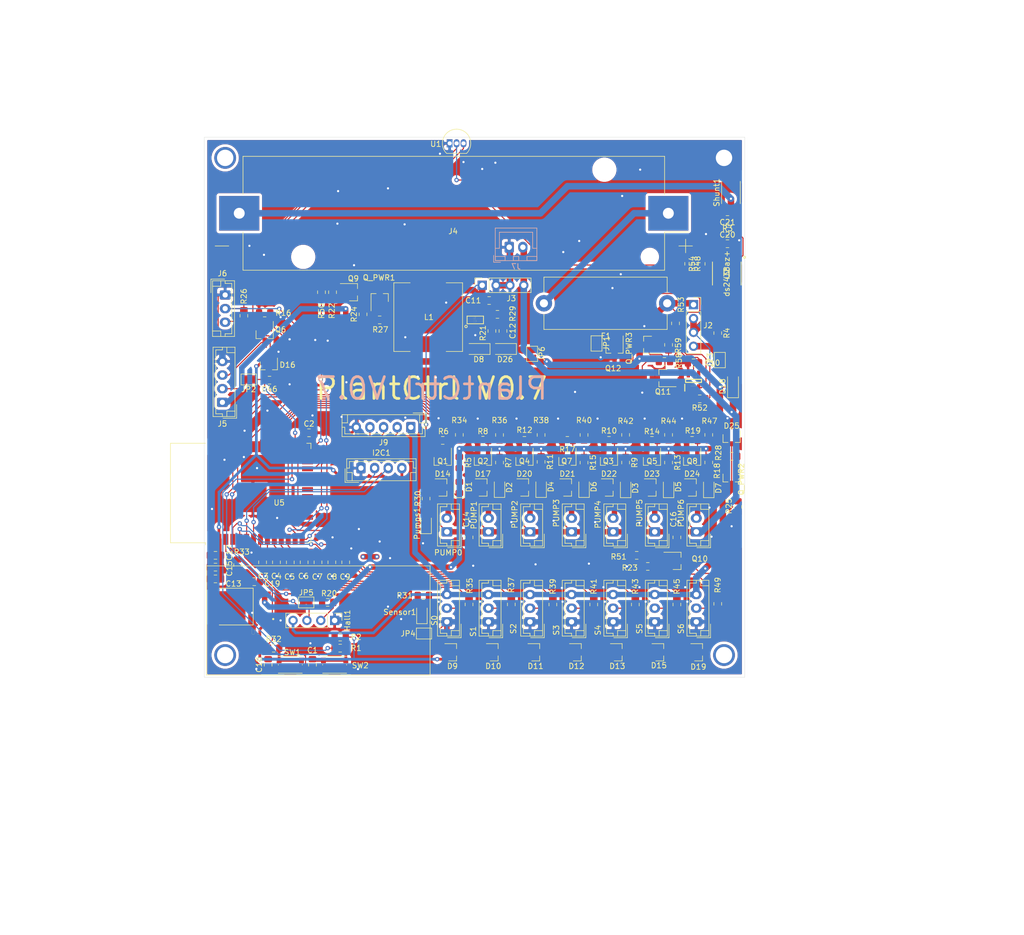
<source format=kicad_pcb>
(kicad_pcb (version 20171130) (host pcbnew "(5.1.5)-3")
  (layers (0 F.Cu signal) (31 B.Cu signal) (34 B.Paste user) (35 F.Paste user) (36 B.SilkS user) (37 F.SilkS user) (38 B.Mask user) (39 F.Mask user) (44 Edge.Cuts user))
  (net 0 "")
  (net 1 PLANT1_PUMP)
  (net 2 PLANT2_PUMP)
  (net 3 PLANT3_PUMP)
  (net 4 PLANT4_PUMP)
  (net 5 PLANT5_PUMP)
  (net 6 PLANT6_PUMP)
  (net 7 GND)
  (net 8 PLANT6_MOIST)
  (net 9 PLANT5_MOIST)
  (net 10 PLANT4_MOIST)
  (net 11 PLANT3_MOIST)
  (net 12 PLANT2_MOIST)
  (net 13 PLANT1_MOIST)
  (net 14 PLANT_CTRL_PUMP_0)
  (net 15 PUMP_PWR)
  (net 16 PWR_PUMP_CONVERTER)
  (net 17 "Net-(J5-Pad3)")
  (net 18 3_3V)
  (net 19 Temp)
  (net 20 PLANT0_PUMP)
  (net 21 CUSTOM_GPIO)
  (net 22 PWR_SENSORS)
  (net 23 PLANT0_MOIST)
  (net 24 "Net-(C1-Pad2)")
  (net 25 "Net-(R35-Pad1)")
  (net 26 PLANT_CTRL_PUMP_1)
  (net 27 "Net-(R37-Pad1)")
  (net 28 PLANT_CTRL_PUMP_2)
  (net 29 "Net-(R39-Pad1)")
  (net 30 PLANT_CTRL_PUMP_3)
  (net 31 "Net-(R41-Pad1)")
  (net 32 PLANT_CTRL_PUMP_4)
  (net 33 "Net-(R43-Pad1)")
  (net 34 PLANT_CTRL_PUMP_5)
  (net 35 "Net-(R45-Pad1)")
  (net 36 PLANT_CTRL_PUMP_6)
  (net 37 "Net-(R49-Pad1)")
  (net 38 PUMP_ENABLE)
  (net 39 SENSORS_ENABLE)
  (net 40 "Net-(C10-Pad2)")
  (net 41 VCC_BATT)
  (net 42 LIPO_OC)
  (net 43 "Net-(D8-Pad2)")
  (net 44 "Net-(Hall1-Pad3)")
  (net 45 "Net-(Hall1-Pad2)")
  (net 46 "Net-(IC1-Pad2)")
  (net 47 "Net-(JP4-Pad1)")
  (net 48 "Net-(JP5-Pad1)")
  (net 49 "Net-(R20-Pad2)")
  (net 50 "Net-(R21-Pad2)")
  (net 51 "Net-(D1-Pad2)")
  (net 52 "Net-(D2-Pad2)")
  (net 53 "Net-(D3-Pad2)")
  (net 54 "Net-(D4-Pad2)")
  (net 55 "Net-(D5-Pad2)")
  (net 56 "Net-(D6-Pad2)")
  (net 57 "Net-(D7-Pad2)")
  (net 58 "Net-(Pumps1-Pad2)")
  (net 59 "Net-(Q1-Pad1)")
  (net 60 "Net-(Q2-Pad1)")
  (net 61 "Net-(Q3-Pad1)")
  (net 62 "Net-(Q4-Pad1)")
  (net 63 "Net-(Q5-Pad1)")
  (net 64 "Net-(Q6-Pad1)")
  (net 65 "Net-(Q7-Pad1)")
  (net 66 "Net-(Q8-Pad1)")
  (net 67 "Net-(Q9-Pad3)")
  (net 68 "Net-(Q9-Pad1)")
  (net 69 "Net-(Q10-Pad3)")
  (net 70 "Net-(Q10-Pad1)")
  (net 71 "Net-(Q_PWR1-Pad1)")
  (net 72 "Net-(Q_PWR2-Pad1)")
  (net 73 "Net-(R31-Pad1)")
  (net 74 "Net-(J5-Pad2)")
  (net 75 "Net-(C12-Pad1)")
  (net 76 "Net-(C19-Pad2)")
  (net 77 VCC)
  (net 78 "Net-(C18-Pad2)")
  (net 79 enable_all)
  (net 80 "Net-(Q_PWR3-Pad1)")
  (net 81 SOLAR_IN)
  (net 82 "Net-(C2-Pad2)")
  (net 83 "Net-(C20-Pad1)")
  (net 84 "Net-(D18-Pad2)")
  (net 85 VCC_BAT_FUSED)
  (net 86 "Net-(I2C1-Pad3)")
  (net 87 "Net-(I2C1-Pad2)")
  (net 88 "Net-(IC1-Pad1)")
  (net 89 SOLAR_GND)
  (net 90 Rsense-)
  (net 91 "Net-(R4-Pad1)")
  (net 92 "Net-(J9-Pad3)")
  (net 93 "Net-(J9-Pad2)")
  (net 94 "Net-(J9-Pad4)")
  (net 95 "Net-(C21-Pad1)")
  (module misc_footprints:ds2438az&plus_ (layer F.Cu) (at 265.938 65.659 270)
    (fp_text reference U2 (at 0 0 90) (layer F.SilkS))
    (fp_text value ds2438az+ (at 0 0 90) (layer F.SilkS))
    (fp_text user * (at -2.97815 -3.5814 90) (layer F.SilkS))
    (fp_text user * (at -2.97815 -3.5814 90) (layer F.SilkS))
    (pad 8 smd rect (at 2.72415 -1.905 270) (size 1.4605 0.5334) (layers F.Cu F.Paste F.Mask) (net 19 Temp))
    (pad 7 smd rect (at 2.72415 -0.635 270) (size 1.4605 0.5334) (layers F.Cu F.Paste F.Mask))
    (pad 6 smd rect (at 2.72415 0.635 270) (size 1.4605 0.5334) (layers F.Cu F.Paste F.Mask))
    (pad 5 smd rect (at 2.72415 1.905 270) (size 1.4605 0.5334) (layers F.Cu F.Paste F.Mask) (net 77 VCC))
    (pad 4 smd rect (at -2.72415 1.905 270) (size 1.4605 0.5334) (layers F.Cu F.Paste F.Mask) (net 95 "Net-(C21-Pad1)"))
    (pad 3 smd rect (at -2.72415 0.635 270) (size 1.4605 0.5334) (layers F.Cu F.Paste F.Mask) (net 83 "Net-(C20-Pad1)"))
    (pad 2 smd rect (at -2.72415 -0.635 270) (size 1.4605 0.5334) (layers F.Cu F.Paste F.Mask) (net 7 GND))
    (pad 1 smd rect (at -2.72415 -1.905 270) (size 1.4605 0.5334) (layers F.Cu F.Paste F.Mask) (net 90 Rsense-))
  )
  (module Connector_JST:JST_EH_B5B-EH-A_1x05_P2.50mm_Vertical (layer F.Cu) (at 208.026 93.853 180)
    (fp_text reference J9 (at 5 -2.8) (layer F.SilkS))
    (fp_text value Conn_01x05_Female)
    (pad 5 thru_hole oval (at 10 0 180) (size 1.7 1.95) (drill 0.95) (layers *.Cu *.Mask) (net 7 GND))
    (pad 4 thru_hole oval (at 7.5 0 180) (size 1.7 1.95) (drill 0.95) (layers *.Cu *.Mask) (net 94 "Net-(J9-Pad4)"))
    (pad 3 thru_hole oval (at 5 0 180) (size 1.7 1.95) (drill 0.95) (layers *.Cu *.Mask) (net 92 "Net-(J9-Pad3)"))
    (pad 2 thru_hole oval (at 2.5 0 180) (size 1.7 1.95) (drill 0.95) (layers *.Cu *.Mask) (net 93 "Net-(J9-Pad2)"))
    (pad 1 thru_hole roundrect (at 0 0 180) (size 1.7 1.95) (drill 0.95) (layers *.Cu *.Mask) (roundrect_rratio 0.147059) (net 22 PWR_SENSORS))
  )
  (module Jumper:SolderJumper-2_P1.3mm_Bridged_Pad1.0x1.5mm (layer F.Cu) (at 264.668 81.534 90)
    (fp_text reference JP3 (at 0 -1.8 90) (layer F.SilkS))
    (fp_text value NC)
    (fp_poly (pts (xy -0.25 -0.3) (xy 0.25 -0.3) (xy 0.25 0.3) (xy -0.25 0.3)) (layer F.Cu) (width 0))
    (pad 2 smd rect (at 0.65 0 90) (size 1 1.5) (layers F.Cu F.Mask) (net 81 SOLAR_IN))
    (pad 1 smd rect (at -0.65 0 90) (size 1 1.5) (layers F.Cu F.Mask) (net 84 "Net-(D18-Pad2)"))
  )
  (module Resistor_SMD:R_0805_2012Metric_Pad1.15x1.40mm_HandSolder (layer F.Cu) (at 261.239 63.89 90)
    (fp_text reference R54 (at 0 -1.65 90) (layer F.SilkS))
    (fp_text value 100k)
    (pad 2 smd roundrect (at 1.025 0 90) (size 1.15 1.4) (layers F.Cu F.Paste F.Mask) (roundrect_rratio 0.217391) (net 95 "Net-(C21-Pad1)"))
    (pad 1 smd roundrect (at -1.025 0 90) (size 1.15 1.4) (layers F.Cu F.Paste F.Mask) (roundrect_rratio 0.217391) (net 91 "Net-(R4-Pad1)"))
  )
  (module Capacitor_SMD:C_0805_2012Metric_Pad1.15x1.40mm_HandSolder (layer F.Cu) (at 266.065 57.912)
    (fp_text reference C21 (at 0 -1.65) (layer F.SilkS))
    (fp_text value 100n)
    (pad 2 smd roundrect (at 1.025 0) (size 1.15 1.4) (layers F.Cu F.Paste F.Mask) (roundrect_rratio 0.217391) (net 90 Rsense-))
    (pad 1 smd roundrect (at -1.025 0) (size 1.15 1.4) (layers F.Cu F.Paste F.Mask) (roundrect_rratio 0.217391) (net 95 "Net-(C21-Pad1)"))
  )
  (module Resistor_SMD:R_2512_6332Metric (layer F.Cu) (at 266.7 50.8 90)
    (fp_text reference Shunt1 (at 0 -2.62 90) (layer F.SilkS))
    (fp_text value 0.100)
    (pad 2 smd roundrect (at 2.9 0 90) (size 1.35 3.35) (layers F.Cu F.Paste F.Mask) (roundrect_rratio 0.185185) (net 7 GND))
    (pad 1 smd roundrect (at -2.9 0 90) (size 1.35 3.35) (layers F.Cu F.Paste F.Mask) (roundrect_rratio 0.185185) (net 90 Rsense-))
  )
  (module Resistor_SMD:R_0805_2012Metric_Pad1.15x1.40mm_HandSolder (layer F.Cu) (at 258.953 63.881 270)
    (fp_text reference R48 (at 0 -1.65 90) (layer F.SilkS))
    (fp_text value 10k)
    (pad 2 smd roundrect (at 1.025 0 270) (size 1.15 1.4) (layers F.Cu F.Paste F.Mask) (roundrect_rratio 0.217391) (net 91 "Net-(R4-Pad1)"))
    (pad 1 smd roundrect (at -1.025 0 270) (size 1.15 1.4) (layers F.Cu F.Paste F.Mask) (roundrect_rratio 0.217391) (net 7 GND))
  )
  (module Resistor_SMD:R_0805_2012Metric_Pad1.15x1.40mm_HandSolder (layer F.Cu) (at 264.287 76.581 270)
    (fp_text reference R4 (at 0 -1.65 90) (layer F.SilkS))
    (fp_text value 10k)
    (pad 2 smd roundrect (at 1.025 0 270) (size 1.15 1.4) (layers F.Cu F.Paste F.Mask) (roundrect_rratio 0.217391) (net 81 SOLAR_IN))
    (pad 1 smd roundrect (at -1.025 0 270) (size 1.15 1.4) (layers F.Cu F.Paste F.Mask) (roundrect_rratio 0.217391) (net 91 "Net-(R4-Pad1)"))
  )
  (module Resistor_SMD:R_0805_2012Metric_Pad1.15x1.40mm_HandSolder (layer F.Cu) (at 266.065 55.753 180)
    (fp_text reference R3 (at 0 -1.65) (layer F.SilkS))
    (fp_text value 100k)
    (pad 2 smd roundrect (at 1.025 0 180) (size 1.15 1.4) (layers F.Cu F.Paste F.Mask) (roundrect_rratio 0.217391) (net 83 "Net-(C20-Pad1)"))
    (pad 1 smd roundrect (at -1.025 0 180) (size 1.15 1.4) (layers F.Cu F.Paste F.Mask) (roundrect_rratio 0.217391) (net 90 Rsense-))
  )
  (module Connector_JST:JST_EH_B4B-EH-A_1x04_P2.50mm_Vertical (layer F.Cu) (at 198.882 101.346)
    (fp_text reference I2C1 (at 3.75 -2.8) (layer F.SilkS))
    (fp_text value Conn_01x04_Female)
    (pad 4 thru_hole oval (at 7.5 0) (size 1.7 1.95) (drill 0.95) (layers *.Cu *.Mask) (net 18 3_3V))
    (pad 3 thru_hole oval (at 5 0) (size 1.7 1.95) (drill 0.95) (layers *.Cu *.Mask) (net 86 "Net-(I2C1-Pad3)"))
    (pad 2 thru_hole oval (at 2.5 0) (size 1.7 1.95) (drill 0.95) (layers *.Cu *.Mask) (net 87 "Net-(I2C1-Pad2)"))
    (pad 1 thru_hole roundrect (at 0 0) (size 1.7 1.95) (drill 0.95) (layers *.Cu *.Mask) (roundrect_rratio 0.147059) (net 7 GND))
  )
  (module Diode_SMD:D_SOD-123F (layer F.Cu) (at 267.081 86.233 90)
    (fp_text reference D18 (at -0.127 -1.905 90) (layer F.SilkS))
    (fp_text value "40V >2A")
    (pad 2 smd rect (at 1.4 0 90) (size 1.1 1.1) (layers F.Cu F.Paste F.Mask) (net 84 "Net-(D18-Pad2)"))
    (pad 1 smd rect (at -1.4 0 90) (size 1.1 1.1) (layers F.Cu F.Paste F.Mask) (net 15 PUMP_PWR))
  )
  (module Capacitor_SMD:C_0805_2012Metric_Pad1.15x1.40mm_HandSolder (layer F.Cu) (at 266.065 60.198)
    (fp_text reference C20 (at 0 -1.65) (layer F.SilkS))
    (fp_text value 100n)
    (pad 2 smd roundrect (at 1.025 0) (size 1.15 1.4) (layers F.Cu F.Paste F.Mask) (roundrect_rratio 0.217391) (net 7 GND))
    (pad 1 smd roundrect (at -1.025 0) (size 1.15 1.4) (layers F.Cu F.Paste F.Mask) (roundrect_rratio 0.217391) (net 83 "Net-(C20-Pad1)"))
  )
  (module Jumper:SolderJumper-2_P1.3mm_Bridged_Pad1.0x1.5mm (layer F.Cu) (at 188.849 125.984)
    (fp_text reference JP5 (at 0 -1.8) (layer F.SilkS))
    (fp_text value NC)
    (fp_poly (pts (xy -0.25 -0.3) (xy 0.25 -0.3) (xy 0.25 0.3) (xy -0.25 0.3)) (layer F.Cu) (width 0))
    (pad 2 smd rect (at 0.65 0) (size 1 1.5) (layers F.Cu F.Mask) (net 44 "Net-(Hall1-Pad3)"))
    (pad 1 smd rect (at -0.65 0) (size 1 1.5) (layers F.Cu F.Mask) (net 48 "Net-(JP5-Pad1)"))
  )
  (module Package_TO_SOT_SMD:SOT-23_Handsoldering (layer F.Cu) (at 266.827 103.124 270)
    (fp_text reference Q_PWR2 (at 0.254 -1.778 90) (layer F.SilkS))
    (fp_text value "P-channel 50v 4A")
    (pad 3 smd rect (at 1.5 0 270) (size 1.9 0.8) (layers F.Cu F.Paste F.Mask) (net 22 PWR_SENSORS))
    (pad 2 smd rect (at -1.5 0.95 270) (size 1.9 0.8) (layers F.Cu F.Paste F.Mask) (net 77 VCC))
    (pad 1 smd rect (at -1.5 -0.95 270) (size 1.9 0.8) (layers F.Cu F.Paste F.Mask) (net 72 "Net-(Q_PWR2-Pad1)"))
  )
  (module misc_footprints:SOT-23-6 (layer F.Cu) (at 219.837 74.168 90)
    (fp_text reference U4 (at 0.076237 -0.079439 270) (layer F.SilkS) (effects (font (size 0.600291 0.600291) (thickness 0.015))))
    (fp_text value SX1308)
    (pad 5 smd rect (at 1.35 0 90) (size 1 0.55) (layers F.Cu F.Paste F.Mask) (net 16 PWR_PUMP_CONVERTER))
    (pad 6 smd rect (at 1.35 -0.95 90) (size 1 0.55) (layers F.Cu F.Paste F.Mask))
    (pad 4 smd rect (at 1.35 0.95 90) (size 1 0.55) (layers F.Cu F.Paste F.Mask) (net 16 PWR_PUMP_CONVERTER))
    (pad 3 smd rect (at -1.35 0.95 90) (size 1 0.55) (layers F.Cu F.Paste F.Mask) (net 50 "Net-(R21-Pad2)"))
    (pad 1 smd rect (at -1.35 -0.95 90) (size 1 0.55) (layers F.Cu F.Paste F.Mask) (net 43 "Net-(D8-Pad2)"))
    (pad 2 smd rect (at -1.35 0 90) (size 1 0.55) (layers F.Cu F.Paste F.Mask) (net 7 GND))
  )
  (module ESP32:DPAK457P991X255-3N (layer F.Cu) (at 176.784 126.746 180)
    (fp_text reference U3 (at -2.825 -4.635) (layer F.SilkS) (effects (font (thickness 0.015))))
    (fp_text value LP38690DT-3.3)
    (pad 4 smd rect (at 2.32 0 180) (size 6.49 5.63) (layers F.Cu F.Mask) (net 7 GND))
    (pad 3 smd rect (at -4.45 2.285 180) (size 2.22 0.96) (layers F.Cu F.Paste F.Mask) (net 77 VCC))
    (pad 1 smd rect (at -4.45 -2.285 180) (size 2.22 0.96) (layers F.Cu F.Paste F.Mask) (net 18 3_3V))
  )
  (module Resistor_SMD:R_0805_2012Metric_Pad1.15x1.40mm_HandSolder (layer F.Cu) (at 256.54 74.803 270)
    (fp_text reference R53 (at -3.429 -1.016 90) (layer F.SilkS))
    (fp_text value 100)
    (pad 2 smd roundrect (at 1.025 0 270) (size 1.15 1.4) (layers F.Cu F.Paste F.Mask) (roundrect_rratio 0.217391) (net 40 "Net-(C10-Pad2)"))
    (pad 1 smd roundrect (at -1.025 0 270) (size 1.15 1.4) (layers F.Cu F.Paste F.Mask) (roundrect_rratio 0.217391) (net 85 VCC_BAT_FUSED))
  )
  (module Resistor_SMD:R_0805_2012Metric_Pad1.15x1.40mm_HandSolder (layer F.Cu) (at 260.985 88.646 180)
    (fp_text reference R52 (at 0 -1.65) (layer F.SilkS))
    (fp_text value 1k)
    (pad 2 smd roundrect (at 1.025 0 180) (size 1.15 1.4) (layers F.Cu F.Paste F.Mask) (roundrect_rratio 0.217391) (net 46 "Net-(IC1-Pad2)"))
    (pad 1 smd roundrect (at -1.025 0 180) (size 1.15 1.4) (layers F.Cu F.Paste F.Mask) (roundrect_rratio 0.217391) (net 89 SOLAR_GND))
  )
  (module Resistor_SMD:R_0805_2012Metric_Pad1.15x1.40mm_HandSolder (layer F.Cu) (at 249.428 117.348 180)
    (fp_text reference R51 (at 3.302 -0.254) (layer F.SilkS))
    (fp_text value 1k)
    (pad 2 smd roundrect (at 1.025 0 180) (size 1.15 1.4) (layers F.Cu F.Paste F.Mask) (roundrect_rratio 0.217391) (net 39 SENSORS_ENABLE))
    (pad 1 smd roundrect (at -1.025 0 180) (size 1.15 1.4) (layers F.Cu F.Paste F.Mask) (roundrect_rratio 0.217391) (net 70 "Net-(Q10-Pad1)"))
  )
  (module Resistor_SMD:R_0805_2012Metric_Pad1.15x1.40mm_HandSolder (layer F.Cu) (at 191.643 69.088 270)
    (fp_text reference R50 (at 3.429 0 90) (layer F.SilkS))
    (fp_text value 1k)
    (pad 2 smd roundrect (at 1.025 0 270) (size 1.15 1.4) (layers F.Cu F.Paste F.Mask) (roundrect_rratio 0.217391) (net 38 PUMP_ENABLE))
    (pad 1 smd roundrect (at -1.025 0 270) (size 1.15 1.4) (layers F.Cu F.Paste F.Mask) (roundrect_rratio 0.217391) (net 68 "Net-(Q9-Pad1)"))
  )
  (module Resistor_SMD:R_0805_2012Metric_Pad1.15x1.40mm_HandSolder (layer F.Cu) (at 182.118 85.217 180)
    (fp_text reference R46 (at 0 -1.65) (layer F.SilkS))
    (fp_text value 1k)
    (pad 2 smd roundrect (at 1.025 0 180) (size 1.15 1.4) (layers F.Cu F.Paste F.Mask) (roundrect_rratio 0.217391) (net 21 CUSTOM_GPIO))
    (pad 1 smd roundrect (at -1.025 0 180) (size 1.15 1.4) (layers F.Cu F.Paste F.Mask) (roundrect_rratio 0.217391) (net 64 "Net-(Q6-Pad1)"))
  )
  (module Resistor_SMD:R_0805_2012Metric_Pad1.15x1.40mm_HandSolder (layer F.Cu) (at 223.901 73.152)
    (fp_text reference R29 (at 2.794 -0.127 90) (layer F.SilkS))
    (fp_text value 1k)
    (pad 2 smd roundrect (at 1.025 0) (size 1.15 1.4) (layers F.Cu F.Paste F.Mask) (roundrect_rratio 0.217391) (net 7 GND))
    (pad 1 smd roundrect (at -1.025 0) (size 1.15 1.4) (layers F.Cu F.Paste F.Mask) (roundrect_rratio 0.217391) (net 50 "Net-(R21-Pad2)"))
  )
  (module Resistor_SMD:R_0805_2012Metric_Pad1.15x1.40mm_HandSolder (layer F.Cu) (at 266.827 99.187 180)
    (fp_text reference R28 (at 2.413 0.635 90) (layer F.SilkS))
    (fp_text value 10k)
    (pad 2 smd roundrect (at 1.025 0 180) (size 1.15 1.4) (layers F.Cu F.Paste F.Mask) (roundrect_rratio 0.217391) (net 77 VCC))
    (pad 1 smd roundrect (at -1.025 0 180) (size 1.15 1.4) (layers F.Cu F.Paste F.Mask) (roundrect_rratio 0.217391) (net 72 "Net-(Q_PWR2-Pad1)"))
  )
  (module Resistor_SMD:R_0805_2012Metric_Pad1.15x1.40mm_HandSolder (layer F.Cu) (at 202.311 74.168)
    (fp_text reference R27 (at 0.127 1.778) (layer F.SilkS))
    (fp_text value 10k)
    (pad 2 smd roundrect (at 1.025 0) (size 1.15 1.4) (layers F.Cu F.Paste F.Mask) (roundrect_rratio 0.217391) (net 77 VCC))
    (pad 1 smd roundrect (at -1.025 0) (size 1.15 1.4) (layers F.Cu F.Paste F.Mask) (roundrect_rratio 0.217391) (net 71 "Net-(Q_PWR1-Pad1)"))
  )
  (module Resistor_SMD:R_0805_2012Metric_Pad1.15x1.40mm_HandSolder (layer F.Cu) (at 177.419 73.406 270)
    (fp_text reference R26 (at -3.556 0 90) (layer F.SilkS))
    (fp_text value 4k7)
    (pad 2 smd roundrect (at 1.025 0 270) (size 1.15 1.4) (layers F.Cu F.Paste F.Mask) (roundrect_rratio 0.217391) (net 18 3_3V))
    (pad 1 smd roundrect (at -1.025 0 270) (size 1.15 1.4) (layers F.Cu F.Paste F.Mask) (roundrect_rratio 0.217391) (net 19 Temp))
  )
  (module Resistor_SMD:R_0805_2012Metric_Pad1.15x1.40mm_HandSolder (layer F.Cu) (at 267.97 108.458 270)
    (fp_text reference R25 (at -0.127 1.651 90) (layer F.SilkS))
    (fp_text value 10k)
    (pad 2 smd roundrect (at 1.025 0 270) (size 1.15 1.4) (layers F.Cu F.Paste F.Mask) (roundrect_rratio 0.217391) (net 69 "Net-(Q10-Pad3)"))
    (pad 1 smd roundrect (at -1.025 0 270) (size 1.15 1.4) (layers F.Cu F.Paste F.Mask) (roundrect_rratio 0.217391) (net 72 "Net-(Q_PWR2-Pad1)"))
  )
  (module Resistor_SMD:R_0805_2012Metric_Pad1.15x1.40mm_HandSolder (layer F.Cu) (at 199.263 73.143 90)
    (fp_text reference R24 (at 0 -1.65 90) (layer F.SilkS))
    (fp_text value 10k)
    (pad 2 smd roundrect (at 1.025 0 90) (size 1.15 1.4) (layers F.Cu F.Paste F.Mask) (roundrect_rratio 0.217391) (net 67 "Net-(Q9-Pad3)"))
    (pad 1 smd roundrect (at -1.025 0 90) (size 1.15 1.4) (layers F.Cu F.Paste F.Mask) (roundrect_rratio 0.217391) (net 71 "Net-(Q_PWR1-Pad1)"))
  )
  (module Resistor_SMD:R_0805_2012Metric_Pad1.15x1.40mm_HandSolder (layer F.Cu) (at 251.46 119.38)
    (fp_text reference R23 (at -3.302 0.254) (layer F.SilkS))
    (fp_text value 10k)
    (pad 2 smd roundrect (at 1.025 0) (size 1.15 1.4) (layers F.Cu F.Paste F.Mask) (roundrect_rratio 0.217391) (net 7 GND))
    (pad 1 smd roundrect (at -1.025 0) (size 1.15 1.4) (layers F.Cu F.Paste F.Mask) (roundrect_rratio 0.217391) (net 70 "Net-(Q10-Pad1)"))
  )
  (module Resistor_SMD:R_0805_2012Metric_Pad1.15x1.40mm_HandSolder (layer F.Cu) (at 193.675 69.088 270)
    (fp_text reference R22 (at 3.429 0.127 90) (layer F.SilkS))
    (fp_text value 10k)
    (pad 2 smd roundrect (at 1.025 0 270) (size 1.15 1.4) (layers F.Cu F.Paste F.Mask) (roundrect_rratio 0.217391) (net 7 GND))
    (pad 1 smd roundrect (at -1.025 0 270) (size 1.15 1.4) (layers F.Cu F.Paste F.Mask) (roundrect_rratio 0.217391) (net 68 "Net-(Q9-Pad1)"))
  )
  (module Resistor_SMD:R_0805_2012Metric_Pad1.15x1.40mm_HandSolder (layer F.Cu) (at 222.885 76.2 90)
    (fp_text reference R21 (at -0.381 -1.65 90) (layer F.SilkS))
    (fp_text value 19k-19.5K)
    (pad 2 smd roundrect (at 1.025 0 90) (size 1.15 1.4) (layers F.Cu F.Paste F.Mask) (roundrect_rratio 0.217391) (net 50 "Net-(R21-Pad2)"))
    (pad 1 smd roundrect (at -1.025 0 90) (size 1.15 1.4) (layers F.Cu F.Paste F.Mask) (roundrect_rratio 0.217391) (net 75 "Net-(C12-Pad1)"))
  )
  (module Resistor_SMD:R_0805_2012Metric_Pad1.15x1.40mm_HandSolder (layer F.Cu) (at 192.786 125.984 180)
    (fp_text reference R20 (at -0.254 1.651) (layer F.SilkS))
    (fp_text value 10k)
    (pad 2 smd roundrect (at 1.025 0 180) (size 1.15 1.4) (layers F.Cu F.Paste F.Mask) (roundrect_rratio 0.217391) (net 49 "Net-(R20-Pad2)"))
    (pad 1 smd roundrect (at -1.025 0 180) (size 1.15 1.4) (layers F.Cu F.Paste F.Mask) (roundrect_rratio 0.217391) (net 45 "Net-(Hall1-Pad2)"))
  )
  (module Resistor_SMD:R_0805_2012Metric_Pad1.15x1.40mm_HandSolder (layer F.Cu) (at 181.229 72.898 180)
    (fp_text reference R16 (at -3.429 0) (layer F.SilkS))
    (fp_text value 10k)
    (pad 2 smd roundrect (at 1.025 0 180) (size 1.15 1.4) (layers F.Cu F.Paste F.Mask) (roundrect_rratio 0.217391) (net 7 GND))
    (pad 1 smd roundrect (at -1.025 0 180) (size 1.15 1.4) (layers F.Cu F.Paste F.Mask) (roundrect_rratio 0.217391) (net 64 "Net-(Q6-Pad1)"))
  )
  (module Package_TO_SOT_SMD:SOT-23_Handsoldering (layer F.Cu) (at 202.311 70.104 90)
    (fp_text reference Q_PWR1 (at 3.683 -0.127 180) (layer F.SilkS))
    (fp_text value "P-channel 50v 4A")
    (pad 3 smd rect (at 1.5 0 90) (size 1.9 0.8) (layers F.Cu F.Paste F.Mask) (net 16 PWR_PUMP_CONVERTER))
    (pad 2 smd rect (at -1.5 0.95 90) (size 1.9 0.8) (layers F.Cu F.Paste F.Mask) (net 77 VCC))
    (pad 1 smd rect (at -1.5 -0.95 90) (size 1.9 0.8) (layers F.Cu F.Paste F.Mask) (net 71 "Net-(Q_PWR1-Pad1)"))
  )
  (module Package_TO_SOT_SMD:SOT-23_Handsoldering (layer F.Cu) (at 245.364 79.502 270)
    (fp_text reference Q12 (at 3.556 0.254 180) (layer F.SilkS))
    (fp_text value "N-channel 30V 5A")
    (pad 3 smd rect (at 1.5 0 270) (size 1.9 0.8) (layers F.Cu F.Paste F.Mask) (net 7 GND))
    (pad 2 smd rect (at -1.5 0.95 270) (size 1.9 0.8) (layers F.Cu F.Paste F.Mask) (net 89 SOLAR_GND))
    (pad 1 smd rect (at -1.5 -0.95 270) (size 1.9 0.8) (layers F.Cu F.Paste F.Mask) (net 42 LIPO_OC))
  )
  (module Package_TO_SOT_SMD:SOT-23_Handsoldering (layer F.Cu) (at 254.254 84.836 180)
    (fp_text reference Q11 (at 0 -2.5) (layer F.SilkS))
    (fp_text value "N-channel 30V 5A")
    (pad 3 smd rect (at 1.5 0 180) (size 1.9 0.8) (layers F.Cu F.Paste F.Mask) (net 79 enable_all))
    (pad 2 smd rect (at -1.5 0.95 180) (size 1.9 0.8) (layers F.Cu F.Paste F.Mask) (net 7 GND))
    (pad 1 smd rect (at -1.5 -0.95 180) (size 1.9 0.8) (layers F.Cu F.Paste F.Mask) (net 88 "Net-(IC1-Pad1)"))
  )
  (module Package_TO_SOT_SMD:SOT-23_Handsoldering (layer F.Cu) (at 256.794 118.364)
    (fp_text reference Q10 (at 4.191 -0.381) (layer F.SilkS))
    (fp_text value "N-channel 30V 5A")
    (pad 3 smd rect (at 1.5 0) (size 1.9 0.8) (layers F.Cu F.Paste F.Mask) (net 69 "Net-(Q10-Pad3)"))
    (pad 2 smd rect (at -1.5 0.95) (size 1.9 0.8) (layers F.Cu F.Paste F.Mask) (net 7 GND))
    (pad 1 smd rect (at -1.5 -0.95) (size 1.9 0.8) (layers F.Cu F.Paste F.Mask) (net 70 "Net-(Q10-Pad1)"))
  )
  (module Package_TO_SOT_SMD:SOT-23_Handsoldering (layer F.Cu) (at 197.485 69.088)
    (fp_text reference Q9 (at 0 -2.5) (layer F.SilkS))
    (fp_text value "N-channel 30V 5A")
    (pad 3 smd rect (at 1.5 0) (size 1.9 0.8) (layers F.Cu F.Paste F.Mask) (net 67 "Net-(Q9-Pad3)"))
    (pad 2 smd rect (at -1.5 0.95) (size 1.9 0.8) (layers F.Cu F.Paste F.Mask) (net 7 GND))
    (pad 1 smd rect (at -1.5 -0.95) (size 1.9 0.8) (layers F.Cu F.Paste F.Mask) (net 68 "Net-(Q9-Pad1)"))
  )
  (module Package_TO_SOT_SMD:SOT-23_Handsoldering (layer F.Cu) (at 181.229 76.835 270)
    (fp_text reference Q6 (at -0.889 -2.921 180) (layer F.SilkS))
    (fp_text value "N-channel 30V 5A")
    (pad 3 smd rect (at 1.5 0 270) (size 1.9 0.8) (layers F.Cu F.Paste F.Mask) (net 17 "Net-(J5-Pad3)"))
    (pad 2 smd rect (at -1.5 0.95 270) (size 1.9 0.8) (layers F.Cu F.Paste F.Mask) (net 7 GND))
    (pad 1 smd rect (at -1.5 -0.95 270) (size 1.9 0.8) (layers F.Cu F.Paste F.Mask) (net 64 "Net-(Q6-Pad1)"))
  )
  (module Inductor_SMD:L_12x12mm_H4.5mm (layer F.Cu) (at 211.201 73.66 270)
    (fp_text reference L1 (at 0 -0.127 180) (layer F.SilkS))
    (fp_text value "4A 5-22uH min DCR")
    (pad 2 smd rect (at 4.95 0 270) (size 2.9 5.4) (layers F.Cu F.Paste F.Mask) (net 43 "Net-(D8-Pad2)"))
    (pad 1 smd rect (at -4.95 0 270) (size 2.9 5.4) (layers F.Cu F.Paste F.Mask) (net 16 PWR_PUMP_CONVERTER))
  )
  (module Jumper:SolderJumper-2_P1.3mm_Open_Pad1.0x1.5mm (layer F.Cu) (at 230.251 80.391 270)
    (fp_text reference JP6 (at 0 -1.8 90) (layer F.SilkS))
    (fp_text value SolderJumper_2_Open)
    (pad 1 smd rect (at -0.65 0 270) (size 1 1.5) (layers F.Cu F.Mask) (net 15 PUMP_PWR))
    (pad 2 smd rect (at 0.65 0 270) (size 1 1.5) (layers F.Cu F.Mask) (net 77 VCC))
  )
  (module Jumper:SolderJumper-2_P1.3mm_Open_Pad1.0x1.5mm (layer F.Cu) (at 178.308 85.09 180)
    (fp_text reference JP2 (at 0 -1.8) (layer F.SilkS))
    (fp_text value SolderJumper_2_Open)
    (pad 1 smd rect (at -0.65 0 180) (size 1 1.5) (layers F.Cu F.Mask) (net 21 CUSTOM_GPIO))
    (pad 2 smd rect (at 0.65 0 180) (size 1 1.5) (layers F.Cu F.Mask) (net 74 "Net-(J5-Pad2)"))
  )
  (module Jumper:SolderJumper-2_P1.3mm_Open_Pad1.0x1.5mm (layer F.Cu) (at 242.062 78.486 270)
    (fp_text reference JP1 (at 0 -1.8 90) (layer F.SilkS))
    (fp_text value SolderJumper_2_Open)
    (pad 1 smd rect (at -0.65 0 270) (size 1 1.5) (layers F.Cu F.Mask) (net 89 SOLAR_GND))
    (pad 2 smd rect (at 0.65 0 270) (size 1 1.5) (layers F.Cu F.Mask) (net 7 GND))
  )
  (module Connector_JST:JST_XH_B2B-XH-A_1x02_P2.50mm_Vertical (layer B.Cu) (at 226.06 60.833)
    (fp_text reference J7 (at 1.25 3.55) (layer B.SilkS) (effects (justify mirror)))
    (fp_text value Conn_01x02)
    (pad 2 thru_hole oval (at 2.5 0) (size 1.7 2) (drill 1) (layers *.Cu *.Mask) (net 15 PUMP_PWR))
    (pad 1 thru_hole roundrect (at 0 0) (size 1.7 2) (drill 1) (layers *.Cu *.Mask) (roundrect_rratio 0.147059) (net 7 GND))
  )
  (module Connector_JST:JST_EH_B3B-EH-A_1x03_P2.50mm_Vertical (layer F.Cu) (at 173.99 69.596 270)
    (fp_text reference J6 (at -3.937 0.508 180) (layer F.SilkS))
    (fp_text value Conn_01x03)
    (pad 3 thru_hole oval (at 5 0 270) (size 1.7 1.95) (drill 0.95) (layers *.Cu *.Mask) (net 18 3_3V))
    (pad 2 thru_hole oval (at 2.5 0 270) (size 1.7 1.95) (drill 0.95) (layers *.Cu *.Mask) (net 19 Temp))
    (pad 1 thru_hole roundrect (at 0 0 270) (size 1.7 1.95) (drill 0.95) (layers *.Cu *.Mask) (roundrect_rratio 0.147059) (net 7 GND))
  )
  (module Connector_JST:JST_EH_B4B-EH-A_1x04_P2.50mm_Vertical (layer F.Cu) (at 173.482 89.281 90)
    (fp_text reference J5 (at -3.937 0 180) (layer F.SilkS))
    (fp_text value Conn_01x04)
    (pad 4 thru_hole oval (at 7.5 0 90) (size 1.7 1.95) (drill 0.95) (layers *.Cu *.Mask) (net 7 GND))
    (pad 3 thru_hole oval (at 5 0 90) (size 1.7 1.95) (drill 0.95) (layers *.Cu *.Mask) (net 17 "Net-(J5-Pad3)"))
    (pad 2 thru_hole oval (at 2.5 0 90) (size 1.7 1.95) (drill 0.95) (layers *.Cu *.Mask) (net 74 "Net-(J5-Pad2)"))
    (pad 1 thru_hole roundrect (at 0 0 90) (size 1.7 1.95) (drill 0.95) (layers *.Cu *.Mask) (roundrect_rratio 0.147059) (net 77 VCC))
  )
  (module Connector_PinSocket_2.54mm:PinSocket_1x04_P2.54mm_Vertical (layer F.Cu) (at 221.107 67.818 90)
    (fp_text reference J3 (at -2.413 5.334 180) (layer F.SilkS))
    (fp_text value Conn_01x04)
    (pad 4 thru_hole oval (at 0 7.62 90) (size 1.7 1.7) (drill 1) (layers *.Cu *.Mask) (net 15 PUMP_PWR))
    (pad 3 thru_hole oval (at 0 5.08 90) (size 1.7 1.7) (drill 1) (layers *.Cu *.Mask) (net 7 GND))
    (pad 2 thru_hole oval (at 0 2.54 90) (size 1.7 1.7) (drill 1) (layers *.Cu *.Mask) (net 7 GND))
    (pad 1 thru_hole rect (at 0 0 90) (size 1.7 1.7) (drill 1) (layers *.Cu *.Mask) (net 16 PWR_PUMP_CONVERTER))
  )
  (module misc_footprints:SOT95P280X135-6N (layer F.Cu) (at 259.842 85.344 90)
    (fp_text reference IC1 (at 0 0 90) (layer F.SilkS) (effects (font (thickness 0.015))))
    (fp_text value DW01)
    (pad 6 smd rect (at 1.25 -0.95 90) (size 1.25 0.6) (layers F.Cu F.Paste F.Mask) (net 7 GND))
    (pad 5 smd rect (at 1.25 0 90) (size 1.25 0.6) (layers F.Cu F.Paste F.Mask) (net 40 "Net-(C10-Pad2)"))
    (pad 4 smd rect (at 1.25 0.95 90) (size 1.25 0.6) (layers F.Cu F.Paste F.Mask))
    (pad 3 smd rect (at -1.25 0.95 90) (size 1.25 0.6) (layers F.Cu F.Paste F.Mask) (net 42 LIPO_OC))
    (pad 2 smd rect (at -1.25 0 90) (size 1.25 0.6) (layers F.Cu F.Paste F.Mask) (net 46 "Net-(IC1-Pad2)"))
    (pad 1 smd rect (at -1.25 -0.95 90) (size 1.25 0.6) (layers F.Cu F.Paste F.Mask) (net 88 "Net-(IC1-Pad1)"))
  )
  (module ESP32:SR04M-2PinHeader_1x04_P2.54mm_Vertical (layer F.Cu) (at 194.056 129.286 270)
    (fp_text reference Hall1 (at 0 -2.33 90) (layer F.SilkS))
    (fp_text value Conn_01x04)
    (pad 4 thru_hole oval (at 0 7.62 270) (size 1.7 1.7) (drill 1) (layers *.Cu *.Mask) (net 22 PWR_SENSORS))
    (pad 3 thru_hole oval (at 0 5.08 270) (size 1.7 1.7) (drill 1) (layers *.Cu *.Mask) (net 44 "Net-(Hall1-Pad3)"))
    (pad 2 thru_hole oval (at 0 2.54 270) (size 1.7 1.7) (drill 1) (layers *.Cu *.Mask) (net 45 "Net-(Hall1-Pad2)"))
    (pad 1 thru_hole rect (at 0 0 270) (size 1.7 1.7) (drill 1) (layers *.Cu *.Mask) (net 7 GND))
  )
  (module Diode_SMD:D_SOD-123F (layer F.Cu) (at 225.171 79.502 180)
    (fp_text reference D26 (at -0.127 -1.905) (layer F.SilkS))
    (fp_text value "40V >2A")
    (pad 2 smd rect (at 1.4 0 180) (size 1.1 1.1) (layers F.Cu F.Paste F.Mask) (net 75 "Net-(C12-Pad1)"))
    (pad 1 smd rect (at -1.4 0 180) (size 1.1 1.1) (layers F.Cu F.Paste F.Mask) (net 15 PUMP_PWR))
  )
  (module Package_TO_SOT_SMD:SOT-23 (layer F.Cu) (at 266.827 95.885 270)
    (fp_text reference D25 (at -2.286 0 180) (layer F.SilkS))
    (fp_text value BAS40-04)
    (pad 3 smd rect (at 1 0 270) (size 0.9 0.8) (layers F.Cu F.Paste F.Mask) (net 22 PWR_SENSORS))
    (pad 2 smd rect (at -1 0.95 270) (size 0.9 0.8) (layers F.Cu F.Paste F.Mask) (net 77 VCC))
    (pad 1 smd rect (at -1 -0.95 270) (size 0.9 0.8) (layers F.Cu F.Paste F.Mask) (net 7 GND))
  )
  (module Package_TO_SOT_SMD:SOT-23 (layer F.Cu) (at 181.991 82.55 270)
    (fp_text reference D16 (at -0.127 -3.429 180) (layer F.SilkS))
    (fp_text value BAS40-04)
    (pad 3 smd rect (at 1 0 270) (size 0.9 0.8) (layers F.Cu F.Paste F.Mask) (net 21 CUSTOM_GPIO))
    (pad 2 smd rect (at -1 0.95 270) (size 0.9 0.8) (layers F.Cu F.Paste F.Mask) (net 18 3_3V))
    (pad 1 smd rect (at -1 -0.95 270) (size 0.9 0.8) (layers F.Cu F.Paste F.Mask) (net 7 GND))
  )
  (module Diode_SMD:D_SOD-123F (layer F.Cu) (at 220.345 79.502 180)
    (fp_text reference D8 (at -0.127 -1.905) (layer F.SilkS))
    (fp_text value "40V >2A")
    (pad 2 smd rect (at 1.4 0 180) (size 1.1 1.1) (layers F.Cu F.Paste F.Mask) (net 43 "Net-(D8-Pad2)"))
    (pad 1 smd rect (at -1.4 0 180) (size 1.1 1.1) (layers F.Cu F.Paste F.Mask) (net 75 "Net-(C12-Pad1)"))
  )
  (module Capacitor_SMD:C_0805_2012Metric_Pad1.15x1.40mm_HandSolder (layer F.Cu) (at 172.212 121.666 180)
    (fp_text reference C13 (at -3.302 -0.889 180) (layer F.SilkS))
    (fp_text value 22uf)
    (pad 2 smd roundrect (at 1.025 0 180) (size 1.15 1.4) (layers F.Cu F.Paste F.Mask) (roundrect_rratio 0.217391) (net 7 GND))
    (pad 1 smd roundrect (at -1.025 0 180) (size 1.15 1.4) (layers F.Cu F.Paste F.Mask) (roundrect_rratio 0.217391) (net 18 3_3V))
  )
  (module Capacitor_SMD:C_0805_2012Metric_Pad1.15x1.40mm_HandSolder (layer F.Cu) (at 224.917 76.2 90)
    (fp_text reference C12 (at 0 1.778 90) (layer F.SilkS))
    (fp_text value 22uf)
    (pad 2 smd roundrect (at 1.025 0 90) (size 1.15 1.4) (layers F.Cu F.Paste F.Mask) (roundrect_rratio 0.217391) (net 7 GND))
    (pad 1 smd roundrect (at -1.025 0 90) (size 1.15 1.4) (layers F.Cu F.Paste F.Mask) (roundrect_rratio 0.217391) (net 75 "Net-(C12-Pad1)"))
  )
  (module Capacitor_SMD:C_0805_2012Metric_Pad1.15x1.40mm_HandSolder (layer F.Cu) (at 222.377 70.612)
    (fp_text reference C11 (at -2.921 0) (layer F.SilkS))
    (fp_text value 22uf)
    (pad 2 smd roundrect (at 1.025 0) (size 1.15 1.4) (layers F.Cu F.Paste F.Mask) (roundrect_rratio 0.217391) (net 7 GND))
    (pad 1 smd roundrect (at -1.025 0) (size 1.15 1.4) (layers F.Cu F.Paste F.Mask) (roundrect_rratio 0.217391) (net 16 PWR_PUMP_CONVERTER))
  )
  (module Capacitor_SMD:C_0805_2012Metric_Pad1.15x1.40mm_HandSolder (layer F.Cu) (at 259.842 82.042)
    (fp_text reference C10 (at 3.429 0) (layer F.SilkS))
    (fp_text value 100n)
    (pad 2 smd roundrect (at 1.025 0) (size 1.15 1.4) (layers F.Cu F.Paste F.Mask) (roundrect_rratio 0.217391) (net 40 "Net-(C10-Pad2)"))
    (pad 1 smd roundrect (at -1.025 0) (size 1.15 1.4) (layers F.Cu F.Paste F.Mask) (roundrect_rratio 0.217391) (net 7 GND))
  )
  (module Capacitor_SMD:C_0805_2012Metric_Pad1.15x1.40mm_HandSolder (layer F.Cu) (at 196.088 118.618 90)
    (fp_text reference C9 (at -2.667 -0.127 180) (layer F.SilkS))
    (fp_text value 100n)
    (pad 2 smd roundrect (at 1.025 0 90) (size 1.15 1.4) (layers F.Cu F.Paste F.Mask) (roundrect_rratio 0.217391) (net 8 PLANT6_MOIST))
    (pad 1 smd roundrect (at -1.025 0 90) (size 1.15 1.4) (layers F.Cu F.Paste F.Mask) (roundrect_rratio 0.217391) (net 7 GND))
  )
  (module Capacitor_SMD:C_0805_2012Metric_Pad1.15x1.40mm_HandSolder (layer F.Cu) (at 193.548 118.618 90)
    (fp_text reference C8 (at -2.667 0 180) (layer F.SilkS))
    (fp_text value 100n)
    (pad 2 smd roundrect (at 1.025 0 90) (size 1.15 1.4) (layers F.Cu F.Paste F.Mask) (roundrect_rratio 0.217391) (net 9 PLANT5_MOIST))
    (pad 1 smd roundrect (at -1.025 0 90) (size 1.15 1.4) (layers F.Cu F.Paste F.Mask) (roundrect_rratio 0.217391) (net 7 GND))
  )
  (module Capacitor_SMD:C_0805_2012Metric_Pad1.15x1.40mm_HandSolder (layer F.Cu) (at 191.008 118.618 90)
    (fp_text reference C7 (at -2.667 -0.127 180) (layer F.SilkS))
    (fp_text value 100n)
    (pad 2 smd roundrect (at 1.025 0 90) (size 1.15 1.4) (layers F.Cu F.Paste F.Mask) (roundrect_rratio 0.217391) (net 10 PLANT4_MOIST))
    (pad 1 smd roundrect (at -1.025 0 90) (size 1.15 1.4) (layers F.Cu F.Paste F.Mask) (roundrect_rratio 0.217391) (net 7 GND))
  )
  (module Capacitor_SMD:C_0805_2012Metric_Pad1.15x1.40mm_HandSolder (layer F.Cu) (at 188.468 118.618 90)
    (fp_text reference C6 (at -2.54 -0.127 180) (layer F.SilkS))
    (fp_text value 100n)
    (pad 2 smd roundrect (at 1.025 0 90) (size 1.15 1.4) (layers F.Cu F.Paste F.Mask) (roundrect_rratio 0.217391) (net 11 PLANT3_MOIST))
    (pad 1 smd roundrect (at -1.025 0 90) (size 1.15 1.4) (layers F.Cu F.Paste F.Mask) (roundrect_rratio 0.217391) (net 7 GND))
  )
  (module Capacitor_SMD:C_0805_2012Metric_Pad1.15x1.40mm_HandSolder (layer F.Cu) (at 185.928 118.627 90)
    (fp_text reference C5 (at -2.658 -0.127 180) (layer F.SilkS))
    (fp_text value 100n)
    (pad 2 smd roundrect (at 1.025 0 90) (size 1.15 1.4) (layers F.Cu F.Paste F.Mask) (roundrect_rratio 0.217391) (net 12 PLANT2_MOIST))
    (pad 1 smd roundrect (at -1.025 0 90) (size 1.15 1.4) (layers F.Cu F.Paste F.Mask) (roundrect_rratio 0.217391) (net 7 GND))
  )
  (module Capacitor_SMD:C_0805_2012Metric_Pad1.15x1.40mm_HandSolder (layer F.Cu) (at 183.388 118.618 90)
    (fp_text reference C4 (at -2.54 0 180) (layer F.SilkS))
    (fp_text value 100n)
    (pad 2 smd roundrect (at 1.025 0 90) (size 1.15 1.4) (layers F.Cu F.Paste F.Mask) (roundrect_rratio 0.217391) (net 13 PLANT1_MOIST))
    (pad 1 smd roundrect (at -1.025 0 90) (size 1.15 1.4) (layers F.Cu F.Paste F.Mask) (roundrect_rratio 0.217391) (net 7 GND))
  )
  (module Capacitor_SMD:C_0805_2012Metric_Pad1.15x1.40mm_HandSolder (layer F.Cu) (at 180.848 118.618 90)
    (fp_text reference C3 (at -2.54 0.127 180) (layer F.SilkS))
    (fp_text value 100n)
    (pad 2 smd roundrect (at 1.025 0 90) (size 1.15 1.4) (layers F.Cu F.Paste F.Mask) (roundrect_rratio 0.217391) (net 23 PLANT0_MOIST))
    (pad 1 smd roundrect (at -1.025 0 90) (size 1.15 1.4) (layers F.Cu F.Paste F.Mask) (roundrect_rratio 0.217391) (net 7 GND))
  )
  (module misc_footprints:BatteryHolder_Keystone_1042_1x18650 (layer F.Cu) (at 215.9 54.61 180)
    (fp_text reference J4 (at 0.127 -3.302) (layer F.SilkS))
    (fp_text value Conn_01x02_Female)
    (pad 1 thru_hole rect (at -39.33 0 180) (size 7.34 6.35) (drill 2) (layers *.Cu *.Mask) (net 41 VCC_BATT))
    (pad 2 thru_hole rect (at 39.33 0 180) (size 7.34 6.35) (drill 2) (layers *.Cu *.Mask) (net 90 Rsense-))
    (pad "" np_thru_hole circle (at 27.6 -8 180) (size 3.45 3.45) (drill 3.45) (layers *.Cu *.Mask))
    (pad "" np_thru_hole circle (at -27.6 8 180) (size 3.45 3.45) (drill 3.45) (layers *.Cu *.Mask))
    (pad "" np_thru_hole circle (at -35.93 -8 180) (size 2.39 2.39) (drill 2.39) (layers *.Cu *.Mask))
  )
  (module Fuse:Fuseholder_Cylinder-5x20mm_Stelvio-Kontek_PTF78_Horizontal_Open (layer F.Cu) (at 255.016 71.12 180)
    (fp_text reference F1 (at 11.25 -6) (layer F.SilkS))
    (fp_text value Fuse)
    (pad 2 thru_hole circle (at 22.6 0 180) (size 3 3) (drill 1.5) (layers *.Cu *.Mask) (net 41 VCC_BATT))
    (pad 1 thru_hole circle (at 0 0 180) (size 3 3) (drill 1.5) (layers *.Cu *.Mask) (net 85 VCC_BAT_FUSED))
  )
  (module Resistor_SMD:R_0805_2012Metric_Pad1.15x1.40mm_HandSolder (layer F.Cu) (at 255.27 78.74 90)
    (fp_text reference R59 (at -0.127 1.778 90) (layer F.SilkS))
    (fp_text value 10k)
    (pad 2 smd roundrect (at 1.025 0 90) (size 1.15 1.4) (layers F.Cu F.Paste F.Mask) (roundrect_rratio 0.217391) (net 85 VCC_BAT_FUSED))
    (pad 1 smd roundrect (at -1.025 0 90) (size 1.15 1.4) (layers F.Cu F.Paste F.Mask) (roundrect_rratio 0.217391) (net 80 "Net-(Q_PWR3-Pad1)"))
  )
  (module Resistor_SMD:R_0805_2012Metric_Pad1.15x1.40mm_HandSolder (layer F.Cu) (at 254.508 81.788 180)
    (fp_text reference R58 (at -2.667 0.127 90) (layer F.SilkS))
    (fp_text value 10k)
    (pad 2 smd roundrect (at 1.025 0 180) (size 1.15 1.4) (layers F.Cu F.Paste F.Mask) (roundrect_rratio 0.217391) (net 79 enable_all))
    (pad 1 smd roundrect (at -1.025 0 180) (size 1.15 1.4) (layers F.Cu F.Paste F.Mask) (roundrect_rratio 0.217391) (net 80 "Net-(Q_PWR3-Pad1)"))
  )
  (module Resistor_SMD:R_0805_2012Metric_Pad1.15x1.40mm_HandSolder (layer F.Cu) (at 264.287 126.238 90)
    (fp_text reference R49 (at 3.429 0 90) (layer F.SilkS))
    (fp_text value 1k)
    (pad 2 smd roundrect (at 1.025 0 90) (size 1.15 1.4) (layers F.Cu F.Paste F.Mask) (roundrect_rratio 0.217391) (net 8 PLANT6_MOIST))
    (pad 1 smd roundrect (at -1.025 0 90) (size 1.15 1.4) (layers F.Cu F.Paste F.Mask) (roundrect_rratio 0.217391) (net 37 "Net-(R49-Pad1)"))
  )
  (module Resistor_SMD:R_0805_2012Metric_Pad1.15x1.40mm_HandSolder (layer F.Cu) (at 262.636 95.25 270)
    (fp_text reference R47 (at -2.54 -0.127) (layer F.SilkS))
    (fp_text value 1k)
    (pad 2 smd roundrect (at 1.025 0 270) (size 1.15 1.4) (layers F.Cu F.Paste F.Mask) (roundrect_rratio 0.217391) (net 66 "Net-(Q8-Pad1)"))
    (pad 1 smd roundrect (at -1.025 0 270) (size 1.15 1.4) (layers F.Cu F.Paste F.Mask) (roundrect_rratio 0.217391) (net 36 PLANT_CTRL_PUMP_6))
  )
  (module Resistor_SMD:R_0805_2012Metric_Pad1.15x1.40mm_HandSolder (layer F.Cu) (at 256.794 126.365 90)
    (fp_text reference R45 (at 3.302 0 90) (layer F.SilkS))
    (fp_text value 1k)
    (pad 2 smd roundrect (at 1.025 0 90) (size 1.15 1.4) (layers F.Cu F.Paste F.Mask) (roundrect_rratio 0.217391) (net 9 PLANT5_MOIST))
    (pad 1 smd roundrect (at -1.025 0 90) (size 1.15 1.4) (layers F.Cu F.Paste F.Mask) (roundrect_rratio 0.217391) (net 35 "Net-(R45-Pad1)"))
  )
  (module Resistor_SMD:R_0805_2012Metric_Pad1.15x1.40mm_HandSolder (layer F.Cu) (at 255.27 95.25 270)
    (fp_text reference R44 (at -2.54 0 180) (layer F.SilkS))
    (fp_text value 1k)
    (pad 2 smd roundrect (at 1.025 0 270) (size 1.15 1.4) (layers F.Cu F.Paste F.Mask) (roundrect_rratio 0.217391) (net 63 "Net-(Q5-Pad1)"))
    (pad 1 smd roundrect (at -1.025 0 270) (size 1.15 1.4) (layers F.Cu F.Paste F.Mask) (roundrect_rratio 0.217391) (net 34 PLANT_CTRL_PUMP_5))
  )
  (module Resistor_SMD:R_0805_2012Metric_Pad1.15x1.40mm_HandSolder (layer F.Cu) (at 249.174 126.365 90)
    (fp_text reference R43 (at 3.302 0 90) (layer F.SilkS))
    (fp_text value 1k)
    (pad 2 smd roundrect (at 1.025 0 90) (size 1.15 1.4) (layers F.Cu F.Paste F.Mask) (roundrect_rratio 0.217391) (net 10 PLANT4_MOIST))
    (pad 1 smd roundrect (at -1.025 0 90) (size 1.15 1.4) (layers F.Cu F.Paste F.Mask) (roundrect_rratio 0.217391) (net 33 "Net-(R43-Pad1)"))
  )
  (module Resistor_SMD:R_0805_2012Metric_Pad1.15x1.40mm_HandSolder (layer F.Cu) (at 247.396 95.25 270)
    (fp_text reference R42 (at -2.54 0 180) (layer F.SilkS))
    (fp_text value 1k)
    (pad 2 smd roundrect (at 1.025 0 270) (size 1.15 1.4) (layers F.Cu F.Paste F.Mask) (roundrect_rratio 0.217391) (net 61 "Net-(Q3-Pad1)"))
    (pad 1 smd roundrect (at -1.025 0 270) (size 1.15 1.4) (layers F.Cu F.Paste F.Mask) (roundrect_rratio 0.217391) (net 32 PLANT_CTRL_PUMP_4))
  )
  (module Resistor_SMD:R_0805_2012Metric_Pad1.15x1.40mm_HandSolder (layer F.Cu) (at 241.554 126.365 90)
    (fp_text reference R41 (at 3.302 0 90) (layer F.SilkS))
    (fp_text value 1k)
    (pad 2 smd roundrect (at 1.025 0 90) (size 1.15 1.4) (layers F.Cu F.Paste F.Mask) (roundrect_rratio 0.217391) (net 11 PLANT3_MOIST))
    (pad 1 smd roundrect (at -1.025 0 90) (size 1.15 1.4) (layers F.Cu F.Paste F.Mask) (roundrect_rratio 0.217391) (net 31 "Net-(R41-Pad1)"))
  )
  (module Resistor_SMD:R_0805_2012Metric_Pad1.15x1.40mm_HandSolder (layer F.Cu) (at 239.776 95.266 270)
    (fp_text reference R40 (at -2.683 0 180) (layer F.SilkS))
    (fp_text value 1k)
    (pad 2 smd roundrect (at 1.025 0 270) (size 1.15 1.4) (layers F.Cu F.Paste F.Mask) (roundrect_rratio 0.217391) (net 65 "Net-(Q7-Pad1)"))
    (pad 1 smd roundrect (at -1.025 0 270) (size 1.15 1.4) (layers F.Cu F.Paste F.Mask) (roundrect_rratio 0.217391) (net 30 PLANT_CTRL_PUMP_3))
  )
  (module Resistor_SMD:R_0805_2012Metric_Pad1.15x1.40mm_HandSolder (layer F.Cu) (at 234.061 126.365 90)
    (fp_text reference R39 (at 3.302 0 90) (layer F.SilkS))
    (fp_text value 1k)
    (pad 2 smd roundrect (at 1.025 0 90) (size 1.15 1.4) (layers F.Cu F.Paste F.Mask) (roundrect_rratio 0.217391) (net 12 PLANT2_MOIST))
    (pad 1 smd roundrect (at -1.025 0 90) (size 1.15 1.4) (layers F.Cu F.Paste F.Mask) (roundrect_rratio 0.217391) (net 29 "Net-(R39-Pad1)"))
  )
  (module Resistor_SMD:R_0805_2012Metric_Pad1.15x1.40mm_HandSolder (layer F.Cu) (at 231.902 95.266 270)
    (fp_text reference R38 (at -2.683 0 180) (layer F.SilkS))
    (fp_text value 1k)
    (pad 2 smd roundrect (at 1.025 0 270) (size 1.15 1.4) (layers F.Cu F.Paste F.Mask) (roundrect_rratio 0.217391) (net 62 "Net-(Q4-Pad1)"))
    (pad 1 smd roundrect (at -1.025 0 270) (size 1.15 1.4) (layers F.Cu F.Paste F.Mask) (roundrect_rratio 0.217391) (net 28 PLANT_CTRL_PUMP_2))
  )
  (module Resistor_SMD:R_0805_2012Metric_Pad1.15x1.40mm_HandSolder (layer F.Cu) (at 226.441 126.349 90)
    (fp_text reference R37 (at 3.54 0 90) (layer F.SilkS))
    (fp_text value 10k)
    (pad 2 smd roundrect (at 1.025 0 90) (size 1.15 1.4) (layers F.Cu F.Paste F.Mask) (roundrect_rratio 0.217391) (net 13 PLANT1_MOIST))
    (pad 1 smd roundrect (at -1.025 0 90) (size 1.15 1.4) (layers F.Cu F.Paste F.Mask) (roundrect_rratio 0.217391) (net 27 "Net-(R37-Pad1)"))
  )
  (module Resistor_SMD:R_0805_2012Metric_Pad1.15x1.40mm_HandSolder (layer F.Cu) (at 224.282 95.266 270)
    (fp_text reference R36 (at -2.683 0 180) (layer F.SilkS))
    (fp_text value 1k)
    (pad 2 smd roundrect (at 1.025 0 270) (size 1.15 1.4) (layers F.Cu F.Paste F.Mask) (roundrect_rratio 0.217391) (net 60 "Net-(Q2-Pad1)"))
    (pad 1 smd roundrect (at -1.025 0 270) (size 1.15 1.4) (layers F.Cu F.Paste F.Mask) (roundrect_rratio 0.217391) (net 26 PLANT_CTRL_PUMP_1))
  )
  (module Resistor_SMD:R_0805_2012Metric_Pad1.15x1.40mm_HandSolder (layer F.Cu) (at 218.694 126.349 90)
    (fp_text reference R35 (at 3.413 0.127 90) (layer F.SilkS))
    (fp_text value 10k)
    (pad 2 smd roundrect (at 1.025 0 90) (size 1.15 1.4) (layers F.Cu F.Paste F.Mask) (roundrect_rratio 0.217391) (net 23 PLANT0_MOIST))
    (pad 1 smd roundrect (at -1.025 0 90) (size 1.15 1.4) (layers F.Cu F.Paste F.Mask) (roundrect_rratio 0.217391) (net 25 "Net-(R35-Pad1)"))
  )
  (module Resistor_SMD:R_0805_2012Metric_Pad1.15x1.40mm_HandSolder (layer F.Cu) (at 216.916 95.25 270)
    (fp_text reference R34 (at -2.667 0 180) (layer F.SilkS))
    (fp_text value 1k)
    (pad 2 smd roundrect (at 1.025 0 270) (size 1.15 1.4) (layers F.Cu F.Paste F.Mask) (roundrect_rratio 0.217391) (net 59 "Net-(Q1-Pad1)"))
    (pad 1 smd roundrect (at -1.025 0 270) (size 1.15 1.4) (layers F.Cu F.Paste F.Mask) (roundrect_rratio 0.217391) (net 14 PLANT_CTRL_PUMP_0))
  )
  (module Resistor_SMD:R_0805_2012Metric_Pad1.15x1.40mm_HandSolder (layer F.Cu) (at 176.276 119.126 270)
    (fp_text reference R33 (at -2.413 -0.762 180) (layer F.SilkS))
    (fp_text value 10k)
    (pad 2 smd roundrect (at 1.025 0 270) (size 1.15 1.4) (layers F.Cu F.Paste F.Mask) (roundrect_rratio 0.217391) (net 18 3_3V))
    (pad 1 smd roundrect (at -1.025 0 270) (size 1.15 1.4) (layers F.Cu F.Paste F.Mask) (roundrect_rratio 0.217391) (net 76 "Net-(C19-Pad2)"))
  )
  (module Resistor_SMD:R_0805_2012Metric_Pad1.15x1.40mm_HandSolder (layer F.Cu) (at 182.88 134.366)
    (fp_text reference R32 (at 0 -1.65) (layer F.SilkS))
    (fp_text value 10k)
    (pad 2 smd roundrect (at 1.025 0) (size 1.15 1.4) (layers F.Cu F.Paste F.Mask) (roundrect_rratio 0.217391) (net 78 "Net-(C18-Pad2)"))
    (pad 1 smd roundrect (at -1.025 0) (size 1.15 1.4) (layers F.Cu F.Paste F.Mask) (roundrect_rratio 0.217391) (net 76 "Net-(C19-Pad2)"))
  )
  (module Resistor_SMD:R_0805_2012Metric_Pad1.15x1.40mm_HandSolder (layer F.Cu) (at 210.312 124.714)
    (fp_text reference R31 (at -3.429 0) (layer F.SilkS))
    (fp_text value 270)
    (pad 2 smd roundrect (at 1.025 0) (size 1.15 1.4) (layers F.Cu F.Paste F.Mask) (roundrect_rratio 0.217391) (net 22 PWR_SENSORS))
    (pad 1 smd roundrect (at -1.025 0) (size 1.15 1.4) (layers F.Cu F.Paste F.Mask) (roundrect_rratio 0.217391) (net 73 "Net-(R31-Pad1)"))
  )
  (module Resistor_SMD:R_0805_2012Metric_Pad1.15x1.40mm_HandSolder (layer F.Cu) (at 210.82 106.934 270)
    (fp_text reference R30 (at 0 1.524 90) (layer F.SilkS))
    (fp_text value 270)
    (pad 2 smd roundrect (at 1.025 0 270) (size 1.15 1.4) (layers F.Cu F.Paste F.Mask) (roundrect_rratio 0.217391) (net 58 "Net-(Pumps1-Pad2)"))
    (pad 1 smd roundrect (at -1.025 0 270) (size 1.15 1.4) (layers F.Cu F.Paste F.Mask) (roundrect_rratio 0.217391) (net 16 PWR_PUMP_CONVERTER))
  )
  (module Resistor_SMD:R_0805_2012Metric_Pad1.15x1.40mm_HandSolder (layer F.Cu) (at 259.572 96.266 180)
    (fp_text reference R19 (at -0.143 1.778) (layer F.SilkS))
    (fp_text value 10k)
    (pad 2 smd roundrect (at 1.025 0 180) (size 1.15 1.4) (layers F.Cu F.Paste F.Mask) (roundrect_rratio 0.217391) (net 7 GND))
    (pad 1 smd roundrect (at -1.025 0 180) (size 1.15 1.4) (layers F.Cu F.Paste F.Mask) (roundrect_rratio 0.217391) (net 66 "Net-(Q8-Pad1)"))
  )
  (module Resistor_SMD:R_0805_2012Metric_Pad1.15x1.40mm_HandSolder (layer F.Cu) (at 262.636 100.314 270)
    (fp_text reference R18 (at 1.54 -1.524 270) (layer F.SilkS))
    (fp_text value 270)
    (pad 2 smd roundrect (at 1.025 0 270) (size 1.15 1.4) (layers F.Cu F.Paste F.Mask) (roundrect_rratio 0.217391) (net 57 "Net-(D7-Pad2)"))
    (pad 1 smd roundrect (at -1.025 0 270) (size 1.15 1.4) (layers F.Cu F.Paste F.Mask) (roundrect_rratio 0.217391) (net 77 VCC))
  )
  (module Resistor_SMD:R_0805_2012Metric_Pad1.15x1.40mm_HandSolder (layer F.Cu) (at 236.712 96.266 180)
    (fp_text reference R17 (at 0 -1.65) (layer F.SilkS))
    (fp_text value 47k)
    (pad 2 smd roundrect (at 1.025 0 180) (size 1.15 1.4) (layers F.Cu F.Paste F.Mask) (roundrect_rratio 0.217391) (net 7 GND))
    (pad 1 smd roundrect (at -1.025 0 180) (size 1.15 1.4) (layers F.Cu F.Paste F.Mask) (roundrect_rratio 0.217391) (net 65 "Net-(Q7-Pad1)"))
  )
  (module Resistor_SMD:R_0805_2012Metric_Pad1.15x1.40mm_HandSolder (layer F.Cu) (at 239.776 100.346 270)
    (fp_text reference R15 (at 0 -1.65 90) (layer F.SilkS))
    (fp_text value 270)
    (pad 2 smd roundrect (at 1.025 0 270) (size 1.15 1.4) (layers F.Cu F.Paste F.Mask) (roundrect_rratio 0.217391) (net 56 "Net-(D6-Pad2)"))
    (pad 1 smd roundrect (at -1.025 0 270) (size 1.15 1.4) (layers F.Cu F.Paste F.Mask) (roundrect_rratio 0.217391) (net 77 VCC))
  )
  (module Resistor_SMD:R_0805_2012Metric_Pad1.15x1.40mm_HandSolder (layer F.Cu) (at 252.222 96.266 180)
    (fp_text reference R14 (at 0 1.651) (layer F.SilkS))
    (fp_text value 10k)
    (pad 2 smd roundrect (at 1.025 0 180) (size 1.15 1.4) (layers F.Cu F.Paste F.Mask) (roundrect_rratio 0.217391) (net 7 GND))
    (pad 1 smd roundrect (at -1.025 0 180) (size 1.15 1.4) (layers F.Cu F.Paste F.Mask) (roundrect_rratio 0.217391) (net 63 "Net-(Q5-Pad1)"))
  )
  (module Resistor_SMD:R_0805_2012Metric_Pad1.15x1.40mm_HandSolder (layer F.Cu) (at 255.27 100.33 270)
    (fp_text reference R13 (at 0 -1.65 90) (layer F.SilkS))
    (fp_text value 270)
    (pad 2 smd roundrect (at 1.025 0 270) (size 1.15 1.4) (layers F.Cu F.Paste F.Mask) (roundrect_rratio 0.217391) (net 55 "Net-(D5-Pad2)"))
    (pad 1 smd roundrect (at -1.025 0 270) (size 1.15 1.4) (layers F.Cu F.Paste F.Mask) (roundrect_rratio 0.217391) (net 77 VCC))
  )
  (module Resistor_SMD:R_0805_2012Metric_Pad1.15x1.40mm_HandSolder (layer F.Cu) (at 228.838 96.266 180)
    (fp_text reference R12 (at -0.016 1.905) (layer F.SilkS))
    (fp_text value 10k)
    (pad 2 smd roundrect (at 1.025 0 180) (size 1.15 1.4) (layers F.Cu F.Paste F.Mask) (roundrect_rratio 0.217391) (net 7 GND))
    (pad 1 smd roundrect (at -1.025 0 180) (size 1.15 1.4) (layers F.Cu F.Paste F.Mask) (roundrect_rratio 0.217391) (net 62 "Net-(Q4-Pad1)"))
  )
  (module Resistor_SMD:R_0805_2012Metric_Pad1.15x1.40mm_HandSolder (layer F.Cu) (at 231.902 100.203 270)
    (fp_text reference R11 (at 0 -1.65 90) (layer F.SilkS))
    (fp_text value 270)
    (pad 2 smd roundrect (at 1.025 0 270) (size 1.15 1.4) (layers F.Cu F.Paste F.Mask) (roundrect_rratio 0.217391) (net 54 "Net-(D4-Pad2)"))
    (pad 1 smd roundrect (at -1.025 0 270) (size 1.15 1.4) (layers F.Cu F.Paste F.Mask) (roundrect_rratio 0.217391) (net 77 VCC))
  )
  (module Resistor_SMD:R_0805_2012Metric_Pad1.15x1.40mm_HandSolder (layer F.Cu) (at 244.348 96.266 180)
    (fp_text reference R10 (at 0 1.778) (layer F.SilkS))
    (fp_text value 47k)
    (pad 2 smd roundrect (at 1.025 0 180) (size 1.15 1.4) (layers F.Cu F.Paste F.Mask) (roundrect_rratio 0.217391) (net 7 GND))
    (pad 1 smd roundrect (at -1.025 0 180) (size 1.15 1.4) (layers F.Cu F.Paste F.Mask) (roundrect_rratio 0.217391) (net 61 "Net-(Q3-Pad1)"))
  )
  (module Resistor_SMD:R_0805_2012Metric_Pad1.15x1.40mm_HandSolder (layer F.Cu) (at 247.396 100.33 270)
    (fp_text reference R9 (at 0 -1.65 90) (layer F.SilkS))
    (fp_text value 270)
    (pad 2 smd roundrect (at 1.025 0 270) (size 1.15 1.4) (layers F.Cu F.Paste F.Mask) (roundrect_rratio 0.217391) (net 53 "Net-(D3-Pad2)"))
    (pad 1 smd roundrect (at -1.025 0 270) (size 1.15 1.4) (layers F.Cu F.Paste F.Mask) (roundrect_rratio 0.217391) (net 77 VCC))
  )
  (module Resistor_SMD:R_0805_2012Metric_Pad1.15x1.40mm_HandSolder (layer F.Cu) (at 224.282 100.33 270)
    (fp_text reference R7 (at 0 -1.65 90) (layer F.SilkS))
    (fp_text value 270)
    (pad 2 smd roundrect (at 1.025 0 270) (size 1.15 1.4) (layers F.Cu F.Paste F.Mask) (roundrect_rratio 0.217391) (net 52 "Net-(D2-Pad2)"))
    (pad 1 smd roundrect (at -1.025 0 270) (size 1.15 1.4) (layers F.Cu F.Paste F.Mask) (roundrect_rratio 0.217391) (net 77 VCC))
  )
  (module Resistor_SMD:R_0805_2012Metric_Pad1.15x1.40mm_HandSolder (layer F.Cu) (at 213.868 96.266 180)
    (fp_text reference R6 (at -0.127 1.651) (layer F.SilkS))
    (fp_text value 10k)
    (pad 2 smd roundrect (at 1.025 0 180) (size 1.15 1.4) (layers F.Cu F.Paste F.Mask) (roundrect_rratio 0.217391) (net 7 GND))
    (pad 1 smd roundrect (at -1.025 0 180) (size 1.15 1.4) (layers F.Cu F.Paste F.Mask) (roundrect_rratio 0.217391) (net 59 "Net-(Q1-Pad1)"))
  )
  (module Resistor_SMD:R_0805_2012Metric_Pad1.15x1.40mm_HandSolder (layer F.Cu) (at 216.916 100.33 270)
    (fp_text reference R5 (at 0 -1.65 90) (layer F.SilkS))
    (fp_text value 270)
    (pad 2 smd roundrect (at 1.025 0 270) (size 1.15 1.4) (layers F.Cu F.Paste F.Mask) (roundrect_rratio 0.217391) (net 51 "Net-(D1-Pad2)"))
    (pad 1 smd roundrect (at -1.025 0 270) (size 1.15 1.4) (layers F.Cu F.Paste F.Mask) (roundrect_rratio 0.217391) (net 77 VCC))
  )
  (module Resistor_SMD:R_0805_2012Metric_Pad1.15x1.40mm_HandSolder (layer F.Cu) (at 195.072 132.334)
    (fp_text reference R2 (at 2.921 0) (layer F.SilkS))
    (fp_text value 10k)
    (pad 2 smd roundrect (at 1.025 0) (size 1.15 1.4) (layers F.Cu F.Paste F.Mask) (roundrect_rratio 0.217391) (net 18 3_3V))
    (pad 1 smd roundrect (at -1.025 0) (size 1.15 1.4) (layers F.Cu F.Paste F.Mask) (roundrect_rratio 0.217391) (net 82 "Net-(C2-Pad2)"))
  )
  (module Resistor_SMD:R_0805_2012Metric_Pad1.15x1.40mm_HandSolder (layer F.Cu) (at 195.072 134.366)
    (fp_text reference R1 (at 2.921 0) (layer F.SilkS))
    (fp_text value 10k)
    (pad 2 smd roundrect (at 1.025 0) (size 1.15 1.4) (layers F.Cu F.Paste F.Mask) (roundrect_rratio 0.217391) (net 24 "Net-(C1-Pad2)"))
    (pad 1 smd roundrect (at -1.025 0) (size 1.15 1.4) (layers F.Cu F.Paste F.Mask) (roundrect_rratio 0.217391) (net 82 "Net-(C2-Pad2)"))
  )
  (module Capacitor_SMD:C_0805_2012Metric_Pad1.15x1.40mm_HandSolder (layer F.Cu) (at 181.864 137.414 90)
    (fp_text reference C18 (at 0 -1.65 90) (layer F.SilkS))
    (fp_text value 100n)
    (pad 2 smd roundrect (at 1.025 0 90) (size 1.15 1.4) (layers F.Cu F.Paste F.Mask) (roundrect_rratio 0.217391) (net 78 "Net-(C18-Pad2)"))
    (pad 1 smd roundrect (at -1.025 0 90) (size 1.15 1.4) (layers F.Cu F.Paste F.Mask) (roundrect_rratio 0.217391) (net 7 GND))
  )
  (module Capacitor_SMD:C_0805_2012Metric_Pad1.15x1.40mm_HandSolder (layer F.Cu) (at 172.212 117.348)
    (fp_text reference C17 (at 2.54 -0.508 90) (layer F.SilkS))
    (fp_text value 100n)
    (pad 2 smd roundrect (at 1.025 0) (size 1.15 1.4) (layers F.Cu F.Paste F.Mask) (roundrect_rratio 0.217391) (net 18 3_3V))
    (pad 1 smd roundrect (at -1.025 0) (size 1.15 1.4) (layers F.Cu F.Paste F.Mask) (roundrect_rratio 0.217391) (net 7 GND))
  )
  (module Capacitor_SMD:C_0805_2012Metric_Pad1.15x1.40mm_HandSolder (layer F.Cu) (at 189.992 137.414 90)
    (fp_text reference C1 (at 2.667 0 180) (layer F.SilkS))
    (fp_text value 100n)
    (pad 2 smd roundrect (at 1.025 0 90) (size 1.15 1.4) (layers F.Cu F.Paste F.Mask) (roundrect_rratio 0.217391) (net 24 "Net-(C1-Pad2)"))
    (pad 1 smd roundrect (at -1.025 0 90) (size 1.15 1.4) (layers F.Cu F.Paste F.Mask) (roundrect_rratio 0.217391) (net 7 GND))
  )
  (module LED_SMD:LED_0805_2012Metric_Pad1.15x1.40mm_HandSolder (layer F.Cu) (at 210.058 128.016 90)
    (fp_text reference Sensor1 (at 0.254 -4.064 180) (layer F.SilkS))
    (fp_text value LED_green)
    (pad 2 smd roundrect (at 1.025 0 90) (size 1.15 1.4) (layers F.Cu F.Paste F.Mask) (roundrect_rratio 0.217391) (net 73 "Net-(R31-Pad1)"))
    (pad 1 smd roundrect (at -1.025 0 90) (size 1.15 1.4) (layers F.Cu F.Paste F.Mask) (roundrect_rratio 0.217391) (net 47 "Net-(JP4-Pad1)"))
  )
  (module LED_SMD:LED_0805_2012Metric_Pad1.15x1.40mm_HandSolder (layer F.Cu) (at 210.82 111.506 90)
    (fp_text reference Pumps1 (at 0 -1.65 90) (layer F.SilkS))
    (fp_text value LED_red)
    (pad 2 smd roundrect (at 1.025 0 90) (size 1.15 1.4) (layers F.Cu F.Paste F.Mask) (roundrect_rratio 0.217391) (net 58 "Net-(Pumps1-Pad2)"))
    (pad 1 smd roundrect (at -1.025 0 90) (size 1.15 1.4) (layers F.Cu F.Paste F.Mask) (roundrect_rratio 0.217391) (net 7 GND))
  )
  (module LED_SMD:LED_0805_2012Metric_Pad1.15x1.40mm_HandSolder (layer F.Cu) (at 262.636 104.902 90)
    (fp_text reference D7 (at -0.127 1.778 90) (layer F.SilkS))
    (fp_text value LED_Blue)
    (pad 2 smd roundrect (at 1.025 0 90) (size 1.15 1.4) (layers F.Cu F.Paste F.Mask) (roundrect_rratio 0.217391) (net 57 "Net-(D7-Pad2)"))
    (pad 1 smd roundrect (at -1.025 0 90) (size 1.15 1.4) (layers F.Cu F.Paste F.Mask) (roundrect_rratio 0.217391) (net 6 PLANT6_PUMP))
  )
  (module LED_SMD:LED_0805_2012Metric_Pad1.15x1.40mm_HandSolder (layer F.Cu) (at 239.776 104.8655 90)
    (fp_text reference D6 (at 0.0905 1.778 90) (layer F.SilkS))
    (fp_text value LED)
    (pad 2 smd roundrect (at 1.025 0 90) (size 1.15 1.4) (layers F.Cu F.Paste F.Mask) (roundrect_rratio 0.217391) (net 56 "Net-(D6-Pad2)"))
    (pad 1 smd roundrect (at -1.025 0 90) (size 1.15 1.4) (layers F.Cu F.Paste F.Mask) (roundrect_rratio 0.217391) (net 3 PLANT3_PUMP))
  )
  (module LED_SMD:LED_0805_2012Metric_Pad1.15x1.40mm_HandSolder (layer F.Cu) (at 255.27 104.902 90)
    (fp_text reference D5 (at 0.127 1.778 90) (layer F.SilkS))
    (fp_text value LED)
    (pad 2 smd roundrect (at 1.025 0 90) (size 1.15 1.4) (layers F.Cu F.Paste F.Mask) (roundrect_rratio 0.217391) (net 55 "Net-(D5-Pad2)"))
    (pad 1 smd roundrect (at -1.025 0 90) (size 1.15 1.4) (layers F.Cu F.Paste F.Mask) (roundrect_rratio 0.217391) (net 5 PLANT5_PUMP))
  )
  (module LED_SMD:LED_0805_2012Metric_Pad1.15x1.40mm_HandSolder (layer F.Cu) (at 231.902 104.8655 90)
    (fp_text reference D4 (at 0.0905 1.778 90) (layer F.SilkS))
    (fp_text value LED_Blue)
    (pad 2 smd roundrect (at 1.025 0 90) (size 1.15 1.4) (layers F.Cu F.Paste F.Mask) (roundrect_rratio 0.217391) (net 54 "Net-(D4-Pad2)"))
    (pad 1 smd roundrect (at -1.025 0 90) (size 1.15 1.4) (layers F.Cu F.Paste F.Mask) (roundrect_rratio 0.217391) (net 2 PLANT2_PUMP))
  )
  (module LED_SMD:LED_0805_2012Metric_Pad1.15x1.40mm_HandSolder (layer F.Cu) (at 247.396 104.902 90)
    (fp_text reference D3 (at -0.127 1.778 90) (layer F.SilkS))
    (fp_text value LED_Blue)
    (pad 2 smd roundrect (at 1.025 0 90) (size 1.15 1.4) (layers F.Cu F.Paste F.Mask) (roundrect_rratio 0.217391) (net 53 "Net-(D3-Pad2)"))
    (pad 1 smd roundrect (at -1.025 0 90) (size 1.15 1.4) (layers F.Cu F.Paste F.Mask) (roundrect_rratio 0.217391) (net 4 PLANT4_PUMP))
  )
  (module LED_SMD:LED_0805_2012Metric_Pad1.15x1.40mm_HandSolder (layer F.Cu) (at 224.282 104.8655 90)
    (fp_text reference D2 (at -0.0365 1.778 90) (layer F.SilkS))
    (fp_text value LED)
    (pad 2 smd roundrect (at 1.025 0 90) (size 1.15 1.4) (layers F.Cu F.Paste F.Mask) (roundrect_rratio 0.217391) (net 52 "Net-(D2-Pad2)"))
    (pad 1 smd roundrect (at -1.025 0 90) (size 1.15 1.4) (layers F.Cu F.Paste F.Mask) (roundrect_rratio 0.217391) (net 1 PLANT1_PUMP))
  )
  (module LED_SMD:LED_0805_2012Metric_Pad1.15x1.40mm_HandSolder (layer F.Cu) (at 216.916 104.902 90)
    (fp_text reference D1 (at 0.127 1.778 90) (layer F.SilkS))
    (fp_text value LED_Blue)
    (pad 2 smd roundrect (at 1.025 0 90) (size 1.15 1.4) (layers F.Cu F.Paste F.Mask) (roundrect_rratio 0.217391) (net 51 "Net-(D1-Pad2)"))
    (pad 1 smd roundrect (at -1.025 0 90) (size 1.15 1.4) (layers F.Cu F.Paste F.Mask) (roundrect_rratio 0.217391) (net 20 PLANT0_PUMP))
  )
  (module Jumper:SolderJumper-2_P1.3mm_Bridged_Pad1.0x1.5mm (layer F.Cu) (at 210.439 131.684)
    (fp_text reference JP4 (at -2.921 0.015) (layer F.SilkS))
    (fp_text value NC)
    (fp_poly (pts (xy -0.25 -0.3) (xy 0.25 -0.3) (xy 0.25 0.3) (xy -0.25 0.3)) (layer F.Cu) (width 0))
    (pad 2 smd rect (at 0.65 0) (size 1 1.5) (layers F.Cu F.Mask) (net 7 GND))
    (pad 1 smd rect (at -0.65 0) (size 1 1.5) (layers F.Cu F.Mask) (net 47 "Net-(JP4-Pad1)"))
  )
  (module Connector_PinSocket_2.54mm:PinSocket_1x04_P2.54mm_Vertical (layer F.Cu) (at 259.842 71.374)
    (fp_text reference J2 (at 2.667 3.81) (layer F.SilkS))
    (fp_text value Conn_01x04)
    (pad 4 thru_hole oval (at 0 7.62) (size 1.7 1.7) (drill 1) (layers *.Cu *.Mask) (net 81 SOLAR_IN))
    (pad 3 thru_hole oval (at 0 5.08) (size 1.7 1.7) (drill 1) (layers *.Cu *.Mask) (net 89 SOLAR_GND))
    (pad 2 thru_hole oval (at 0 2.54) (size 1.7 1.7) (drill 1) (layers *.Cu *.Mask) (net 89 SOLAR_GND))
    (pad 1 thru_hole rect (at 0 0) (size 1.7 1.7) (drill 1) (layers *.Cu *.Mask) (net 85 VCC_BAT_FUSED))
  )
  (module Resistor_SMD:R_0805_2012Metric_Pad1.20x1.40mm_HandSolder (layer F.Cu) (at 221.234 96.266)
    (fp_text reference R8 (at 0 -1.65) (layer F.SilkS))
    (fp_text value 10k)
    (pad 2 smd roundrect (at 1 0) (size 1.2 1.4) (layers F.Cu F.Paste F.Mask) (roundrect_rratio 0.208333) (net 60 "Net-(Q2-Pad1)"))
    (pad 1 smd roundrect (at -1 0) (size 1.2 1.4) (layers F.Cu F.Paste F.Mask) (roundrect_rratio 0.208333) (net 7 GND))
  )
  (module Package_TO_SOT_SMD:SOT-23_Handsoldering (layer F.Cu) (at 259.588 100.076 270)
    (fp_text reference Q8 (at 0 0 180) (layer F.SilkS))
    (fp_text value "N-channel 30V 5A")
    (pad 3 smd rect (at 1.5 0 270) (size 1.9 0.8) (layers F.Cu F.Paste F.Mask) (net 6 PLANT6_PUMP))
    (pad 2 smd rect (at -1.5 0.95 270) (size 1.9 0.8) (layers F.Cu F.Paste F.Mask) (net 7 GND))
    (pad 1 smd rect (at -1.5 -0.95 270) (size 1.9 0.8) (layers F.Cu F.Paste F.Mask) (net 66 "Net-(Q8-Pad1)"))
  )
  (module Package_TO_SOT_SMD:SOT-23_Handsoldering (layer F.Cu) (at 236.728 100.076 270)
    (fp_text reference Q7 (at 0 0.127 180) (layer F.SilkS))
    (fp_text value "N-channel 30V 5A")
    (pad 3 smd rect (at 1.5 0 270) (size 1.9 0.8) (layers F.Cu F.Paste F.Mask) (net 3 PLANT3_PUMP))
    (pad 2 smd rect (at -1.5 0.95 270) (size 1.9 0.8) (layers F.Cu F.Paste F.Mask) (net 7 GND))
    (pad 1 smd rect (at -1.5 -0.95 270) (size 1.9 0.8) (layers F.Cu F.Paste F.Mask) (net 65 "Net-(Q7-Pad1)"))
  )
  (module Package_TO_SOT_SMD:SOT-23_Handsoldering (layer F.Cu) (at 252.222 100.076 270)
    (fp_text reference Q5 (at 0 0 180) (layer F.SilkS))
    (fp_text value "N-channel 30V 5A")
    (pad 3 smd rect (at 1.5 0 270) (size 1.9 0.8) (layers F.Cu F.Paste F.Mask) (net 5 PLANT5_PUMP))
    (pad 2 smd rect (at -1.5 0.95 270) (size 1.9 0.8) (layers F.Cu F.Paste F.Mask) (net 7 GND))
    (pad 1 smd rect (at -1.5 -0.95 270) (size 1.9 0.8) (layers F.Cu F.Paste F.Mask) (net 63 "Net-(Q5-Pad1)"))
  )
  (module Package_TO_SOT_SMD:SOT-23_Handsoldering (layer F.Cu) (at 228.854 100.076 270)
    (fp_text reference Q4 (at 0 0 180) (layer F.SilkS))
    (fp_text value "N-channel 30V 5A")
    (pad 3 smd rect (at 1.5 0 270) (size 1.9 0.8) (layers F.Cu F.Paste F.Mask) (net 2 PLANT2_PUMP))
    (pad 2 smd rect (at -1.5 0.95 270) (size 1.9 0.8) (layers F.Cu F.Paste F.Mask) (net 7 GND))
    (pad 1 smd rect (at -1.5 -0.95 270) (size 1.9 0.8) (layers F.Cu F.Paste F.Mask) (net 62 "Net-(Q4-Pad1)"))
  )
  (module Package_TO_SOT_SMD:SOT-23_Handsoldering (layer F.Cu) (at 244.348 100.076 270)
    (fp_text reference Q3 (at 0 0.127 180) (layer F.SilkS))
    (fp_text value "N-channel 30V 5A")
    (pad 3 smd rect (at 1.5 0 270) (size 1.9 0.8) (layers F.Cu F.Paste F.Mask) (net 4 PLANT4_PUMP))
    (pad 2 smd rect (at -1.5 0.95 270) (size 1.9 0.8) (layers F.Cu F.Paste F.Mask) (net 7 GND))
    (pad 1 smd rect (at -1.5 -0.95 270) (size 1.9 0.8) (layers F.Cu F.Paste F.Mask) (net 61 "Net-(Q3-Pad1)"))
  )
  (module Package_TO_SOT_SMD:SOT-23_Handsoldering (layer F.Cu) (at 221.234 100.076 270)
    (fp_text reference Q2 (at 0 0 180) (layer F.SilkS))
    (fp_text value "N-channel 30V 5A")
    (pad 3 smd rect (at 1.5 0 270) (size 1.9 0.8) (layers F.Cu F.Paste F.Mask) (net 1 PLANT1_PUMP))
    (pad 2 smd rect (at -1.5 0.95 270) (size 1.9 0.8) (layers F.Cu F.Paste F.Mask) (net 7 GND))
    (pad 1 smd rect (at -1.5 -0.95 270) (size 1.9 0.8) (layers F.Cu F.Paste F.Mask) (net 60 "Net-(Q2-Pad1)"))
  )
  (module Package_TO_SOT_SMD:SOT-23_Handsoldering (layer F.Cu) (at 213.868 100.076 270)
    (fp_text reference Q1 (at 0 0 180) (layer F.SilkS))
    (fp_text value "N-channel 30V 5A")
    (pad 3 smd rect (at 1.5 0 270) (size 1.9 0.8) (layers F.Cu F.Paste F.Mask) (net 20 PLANT0_PUMP))
    (pad 2 smd rect (at -1.5 0.95 270) (size 1.9 0.8) (layers F.Cu F.Paste F.Mask) (net 7 GND))
    (pad 1 smd rect (at -1.5 -0.95 270) (size 1.9 0.8) (layers F.Cu F.Paste F.Mask) (net 59 "Net-(Q1-Pad1)"))
  )
  (module Package_TO_SOT_SMD:SOT-23 (layer F.Cu) (at 260.731 135.128)
    (fp_text reference D19 (at 0 2.667) (layer F.SilkS))
    (fp_text value BAS40-04)
    (pad 3 smd rect (at 1 0) (size 0.9 0.8) (layers F.Cu F.Paste F.Mask) (net 8 PLANT6_MOIST))
    (pad 2 smd rect (at -1 0.95) (size 0.9 0.8) (layers F.Cu F.Paste F.Mask) (net 18 3_3V))
    (pad 1 smd rect (at -1 -0.95) (size 0.9 0.8) (layers F.Cu F.Paste F.Mask) (net 7 GND))
  )
  (module Package_TO_SOT_SMD:SOT-23 (layer F.Cu) (at 253.619 135.128)
    (fp_text reference D15 (at -0.127 2.413) (layer F.SilkS))
    (fp_text value BAS40-04)
    (pad 3 smd rect (at 1 0) (size 0.9 0.8) (layers F.Cu F.Paste F.Mask) (net 9 PLANT5_MOIST))
    (pad 2 smd rect (at -1 0.95) (size 0.9 0.8) (layers F.Cu F.Paste F.Mask) (net 18 3_3V))
    (pad 1 smd rect (at -1 -0.95) (size 0.9 0.8) (layers F.Cu F.Paste F.Mask) (net 7 GND))
  )
  (module Package_TO_SOT_SMD:SOT-23 (layer F.Cu) (at 245.999 135.128)
    (fp_text reference D13 (at -0.127 2.54) (layer F.SilkS))
    (fp_text value BAS40-04)
    (pad 3 smd rect (at 1 0) (size 0.9 0.8) (layers F.Cu F.Paste F.Mask) (net 10 PLANT4_MOIST))
    (pad 2 smd rect (at -1 0.95) (size 0.9 0.8) (layers F.Cu F.Paste F.Mask) (net 18 3_3V))
    (pad 1 smd rect (at -1 -0.95) (size 0.9 0.8) (layers F.Cu F.Paste F.Mask) (net 7 GND))
  )
  (module Package_TO_SOT_SMD:SOT-23 (layer F.Cu) (at 238.506 135.128)
    (fp_text reference D12 (at -0.127 2.54) (layer F.SilkS))
    (fp_text value BAS40-04)
    (pad 3 smd rect (at 1 0) (size 0.9 0.8) (layers F.Cu F.Paste F.Mask) (net 11 PLANT3_MOIST))
    (pad 2 smd rect (at -1 0.95) (size 0.9 0.8) (layers F.Cu F.Paste F.Mask) (net 18 3_3V))
    (pad 1 smd rect (at -1 -0.95) (size 0.9 0.8) (layers F.Cu F.Paste F.Mask) (net 7 GND))
  )
  (module Package_TO_SOT_SMD:SOT-23 (layer F.Cu) (at 230.886 135.128)
    (fp_text reference D11 (at 0 2.54) (layer F.SilkS))
    (fp_text value BAS40-04)
    (pad 3 smd rect (at 1 0) (size 0.9 0.8) (layers F.Cu F.Paste F.Mask) (net 12 PLANT2_MOIST))
    (pad 2 smd rect (at -1 0.95) (size 0.9 0.8) (layers F.Cu F.Paste F.Mask) (net 18 3_3V))
    (pad 1 smd rect (at -1 -0.95) (size 0.9 0.8) (layers F.Cu F.Paste F.Mask) (net 7 GND))
  )
  (module Package_TO_SOT_SMD:SOT-23 (layer F.Cu) (at 223.266 135.128)
    (fp_text reference D10 (at -0.127 2.54) (layer F.SilkS))
    (fp_text value BAS40-04)
    (pad 3 smd rect (at 1 0) (size 0.9 0.8) (layers F.Cu F.Paste F.Mask) (net 13 PLANT1_MOIST))
    (pad 2 smd rect (at -1 0.95) (size 0.9 0.8) (layers F.Cu F.Paste F.Mask) (net 18 3_3V))
    (pad 1 smd rect (at -1 -0.95) (size 0.9 0.8) (layers F.Cu F.Paste F.Mask) (net 7 GND))
  )
  (module Package_TO_SOT_SMD:SOT-23 (layer F.Cu) (at 215.646 135.128)
    (fp_text reference D9 (at 0 2.54) (layer F.SilkS))
    (fp_text value BAS40-04)
    (pad 3 smd rect (at 1 0) (size 0.9 0.8) (layers F.Cu F.Paste F.Mask) (net 23 PLANT0_MOIST))
    (pad 2 smd rect (at -1 0.95) (size 0.9 0.8) (layers F.Cu F.Paste F.Mask) (net 18 3_3V))
    (pad 1 smd rect (at -1 -0.95) (size 0.9 0.8) (layers F.Cu F.Paste F.Mask) (net 7 GND))
  )
  (module Package_TO_SOT_THT:TO-92_Inline (layer F.Cu) (at 215.138 41.783)
    (fp_text reference U1 (at -2.54 0.127) (layer F.SilkS))
    (fp_text value DS18B20)
    (pad 1 thru_hole rect (at 0 0) (size 1.05 1.5) (drill 0.75) (layers *.Cu *.Mask) (net 7 GND))
    (pad 3 thru_hole oval (at 2.54 0) (size 1.05 1.5) (drill 0.75) (layers *.Cu *.Mask) (net 18 3_3V))
    (pad 2 thru_hole oval (at 1.27 0) (size 1.05 1.5) (drill 0.75) (layers *.Cu *.Mask) (net 19 Temp))
  )
  (module Connector_JST:JST_EH_B3B-EH-A_1x03_P2.50mm_Vertical (layer F.Cu) (at 260.35 129.54 90)
    (fp_text reference S6 (at -1.27 -2.794 90) (layer F.SilkS))
    (fp_text value Conn_01x03_Male)
    (pad 3 thru_hole oval (at 5 0 90) (size 1.7 1.95) (drill 0.95) (layers *.Cu *.Mask) (net 22 PWR_SENSORS))
    (pad 2 thru_hole oval (at 2.5 0 90) (size 1.7 1.95) (drill 0.95) (layers *.Cu *.Mask) (net 37 "Net-(R49-Pad1)"))
    (pad 1 thru_hole roundrect (at 0 0 90) (size 1.7 1.95) (drill 0.95) (layers *.Cu *.Mask) (roundrect_rratio 0.147059) (net 7 GND))
  )
  (module Connector_JST:JST_EH_B3B-EH-A_1x03_P2.50mm_Vertical (layer F.Cu) (at 252.73 129.54 90)
    (fp_text reference S5 (at -1.27 -2.794 90) (layer F.SilkS))
    (fp_text value Conn_01x03_Male)
    (pad 3 thru_hole oval (at 5 0 90) (size 1.7 1.95) (drill 0.95) (layers *.Cu *.Mask) (net 22 PWR_SENSORS))
    (pad 2 thru_hole oval (at 2.5 0 90) (size 1.7 1.95) (drill 0.95) (layers *.Cu *.Mask) (net 35 "Net-(R45-Pad1)"))
    (pad 1 thru_hole roundrect (at 0 0 90) (size 1.7 1.95) (drill 0.95) (layers *.Cu *.Mask) (roundrect_rratio 0.147059) (net 7 GND))
  )
  (module Connector_JST:JST_EH_B3B-EH-A_1x03_P2.50mm_Vertical (layer F.Cu) (at 245.11 129.54 90)
    (fp_text reference S4 (at -1.524 -2.794 90) (layer F.SilkS))
    (fp_text value Conn_01x03_Male)
    (pad 3 thru_hole oval (at 5 0 90) (size 1.7 1.95) (drill 0.95) (layers *.Cu *.Mask) (net 22 PWR_SENSORS))
    (pad 2 thru_hole oval (at 2.5 0 90) (size 1.7 1.95) (drill 0.95) (layers *.Cu *.Mask) (net 33 "Net-(R43-Pad1)"))
    (pad 1 thru_hole roundrect (at 0 0 90) (size 1.7 1.95) (drill 0.95) (layers *.Cu *.Mask) (roundrect_rratio 0.147059) (net 7 GND))
  )
  (module Connector_JST:JST_EH_B3B-EH-A_1x03_P2.50mm_Vertical (layer F.Cu) (at 237.49 129.54 90)
    (fp_text reference S3 (at -1.524 -2.8 90) (layer F.SilkS))
    (fp_text value Conn_01x03_Male)
    (pad 3 thru_hole oval (at 5 0 90) (size 1.7 1.95) (drill 0.95) (layers *.Cu *.Mask) (net 22 PWR_SENSORS))
    (pad 2 thru_hole oval (at 2.5 0 90) (size 1.7 1.95) (drill 0.95) (layers *.Cu *.Mask) (net 31 "Net-(R41-Pad1)"))
    (pad 1 thru_hole roundrect (at 0 0 90) (size 1.7 1.95) (drill 0.95) (layers *.Cu *.Mask) (roundrect_rratio 0.147059) (net 7 GND))
  )
  (module Connector_JST:JST_EH_B3B-EH-A_1x03_P2.50mm_Vertical (layer F.Cu) (at 229.87 129.54 90)
    (fp_text reference S2 (at -1.27 -3.048 90) (layer F.SilkS))
    (fp_text value Conn_01x03_Male)
    (pad 3 thru_hole oval (at 5 0 90) (size 1.7 1.95) (drill 0.95) (layers *.Cu *.Mask) (net 22 PWR_SENSORS))
    (pad 2 thru_hole oval (at 2.5 0 90) (size 1.7 1.95) (drill 0.95) (layers *.Cu *.Mask) (net 29 "Net-(R39-Pad1)"))
    (pad 1 thru_hole roundrect (at 0 0 90) (size 1.7 1.95) (drill 0.95) (layers *.Cu *.Mask) (roundrect_rratio 0.147059) (net 7 GND))
  )
  (module Connector_JST:JST_EH_B3B-EH-A_1x03_P2.50mm_Vertical (layer F.Cu) (at 222.25 129.54 90)
    (fp_text reference S1 (at -1.778 -2.794 90) (layer F.SilkS))
    (fp_text value Conn_01x03_Male)
    (pad 3 thru_hole oval (at 5 0 90) (size 1.7 1.95) (drill 0.95) (layers *.Cu *.Mask) (net 22 PWR_SENSORS))
    (pad 2 thru_hole oval (at 2.5 0 90) (size 1.7 1.95) (drill 0.95) (layers *.Cu *.Mask) (net 27 "Net-(R37-Pad1)"))
    (pad 1 thru_hole roundrect (at 0 0 90) (size 1.7 1.95) (drill 0.95) (layers *.Cu *.Mask) (roundrect_rratio 0.147059) (net 7 GND))
  )
  (module Connector_JST:JST_EH_B3B-EH-A_1x03_P2.50mm_Vertical (layer F.Cu) (at 214.63 129.54 90)
    (fp_text reference S0 (at 0.254 -2.286 90) (layer F.SilkS))
    (fp_text value Conn_01x03_Male)
    (pad 3 thru_hole oval (at 5 0 90) (size 1.7 1.95) (drill 0.95) (layers *.Cu *.Mask) (net 22 PWR_SENSORS))
    (pad 2 thru_hole oval (at 2.5 0 90) (size 1.7 1.95) (drill 0.95) (layers *.Cu *.Mask) (net 25 "Net-(R35-Pad1)"))
    (pad 1 thru_hole roundrect (at 0 0 90) (size 1.7 1.95) (drill 0.95) (layers *.Cu *.Mask) (roundrect_rratio 0.147059) (net 7 GND))
  )
  (module Connector_JST:JST_EH_B2B-EH-A_1x02_P2.50mm_Vertical (layer F.Cu) (at 260.35 113.03 90)
    (fp_text reference PUMP6 (at 3.429 -2.8 90) (layer F.SilkS))
    (fp_text value Conn_01x02_Female)
    (pad 2 thru_hole oval (at 2.5 0 90) (size 1.7 2) (drill 1) (layers *.Cu *.Mask) (net 6 PLANT6_PUMP))
    (pad 1 thru_hole roundrect (at 0 0 90) (size 1.7 2) (drill 1) (layers *.Cu *.Mask) (roundrect_rratio 0.147059) (net 15 PUMP_PWR))
  )
  (module Connector_JST:JST_EH_B2B-EH-A_1x02_P2.50mm_Vertical (layer F.Cu) (at 252.73 113.03 90)
    (fp_text reference PUMP5 (at 3.429 -2.794 90) (layer F.SilkS))
    (fp_text value Conn_01x02_Female)
    (pad 2 thru_hole oval (at 2.5 0 90) (size 1.7 2) (drill 1) (layers *.Cu *.Mask) (net 5 PLANT5_PUMP))
    (pad 1 thru_hole roundrect (at 0 0 90) (size 1.7 2) (drill 1) (layers *.Cu *.Mask) (roundrect_rratio 0.147059) (net 15 PUMP_PWR))
  )
  (module Connector_JST:JST_EH_B2B-EH-A_1x02_P2.50mm_Vertical (layer F.Cu) (at 245.11 113.03 90)
    (fp_text reference PUMP4 (at 3.175 -2.8 90) (layer F.SilkS))
    (fp_text value Conn_01x02_Female)
    (pad 2 thru_hole oval (at 2.5 0 90) (size 1.7 2) (drill 1) (layers *.Cu *.Mask) (net 4 PLANT4_PUMP))
    (pad 1 thru_hole roundrect (at 0 0 90) (size 1.7 2) (drill 1) (layers *.Cu *.Mask) (roundrect_rratio 0.147059) (net 15 PUMP_PWR))
  )
  (module Connector_JST:JST_EH_B2B-EH-A_1x02_P2.50mm_Vertical (layer F.Cu) (at 237.49 113.03 90)
    (fp_text reference PUMP3 (at 3.429 -2.8 90) (layer F.SilkS))
    (fp_text value Conn_01x02_Female)
    (pad 2 thru_hole oval (at 2.5 0 90) (size 1.7 2) (drill 1) (layers *.Cu *.Mask) (net 3 PLANT3_PUMP))
    (pad 1 thru_hole roundrect (at 0 0 90) (size 1.7 2) (drill 1) (layers *.Cu *.Mask) (roundrect_rratio 0.147059) (net 15 PUMP_PWR))
  )
  (module Connector_JST:JST_EH_B2B-EH-A_1x02_P2.50mm_Vertical (layer F.Cu) (at 229.87 113.03 90)
    (fp_text reference PUMP2 (at 3.175 -2.8 90) (layer F.SilkS))
    (fp_text value Conn_01x02_Female)
    (pad 2 thru_hole oval (at 2.5 0 90) (size 1.7 2) (drill 1) (layers *.Cu *.Mask) (net 2 PLANT2_PUMP))
    (pad 1 thru_hole roundrect (at 0 0 90) (size 1.7 2) (drill 1) (layers *.Cu *.Mask) (roundrect_rratio 0.147059) (net 15 PUMP_PWR))
  )
  (module Connector_JST:JST_EH_B2B-EH-A_1x02_P2.50mm_Vertical (layer F.Cu) (at 222.25 113.03 90)
    (fp_text reference PUMP1 (at 3.048 -2.667 90) (layer F.SilkS))
    (fp_text value Conn_01x02_Female)
    (pad 2 thru_hole oval (at 2.5 0 90) (size 1.7 2) (drill 1) (layers *.Cu *.Mask) (net 1 PLANT1_PUMP))
    (pad 1 thru_hole roundrect (at 0 0 90) (size 1.7 2) (drill 1) (layers *.Cu *.Mask) (roundrect_rratio 0.147059) (net 15 PUMP_PWR))
  )
  (module Connector_JST:JST_EH_B2B-EH-A_1x02_P2.50mm_Vertical (layer F.Cu) (at 214.63 113.03 90)
    (fp_text reference PUMP0 (at -3.81 0.254 180) (layer F.SilkS))
    (fp_text value Conn_01x02_Female)
    (pad 2 thru_hole oval (at 2.5 0 90) (size 1.7 2) (drill 1) (layers *.Cu *.Mask) (net 20 PLANT0_PUMP))
    (pad 1 thru_hole roundrect (at 0 0 90) (size 1.7 2) (drill 1) (layers *.Cu *.Mask) (roundrect_rratio 0.147059) (net 15 PUMP_PWR))
  )
  (module Package_TO_SOT_SMD:SOT-23 (layer F.Cu) (at 213.868 104.902)
    (fp_text reference D14 (at 0 -2.5) (layer F.SilkS))
    (fp_text value BAS40-04)
    (pad 3 smd rect (at 1 0) (size 0.9 0.8) (layers F.Cu F.Paste F.Mask) (net 20 PLANT0_PUMP))
    (pad 2 smd rect (at -1 0.95) (size 0.9 0.8) (layers F.Cu F.Paste F.Mask) (net 15 PUMP_PWR))
    (pad 1 smd rect (at -1 -0.95) (size 0.9 0.8) (layers F.Cu F.Paste F.Mask) (net 7 GND))
  )
  (module Package_TO_SOT_SMD:SOT-23 (layer F.Cu) (at 221.234 104.902)
    (fp_text reference D17 (at 0 -2.5) (layer F.SilkS))
    (fp_text value BAS40-04)
    (pad 1 smd rect (at -1 -0.95) (size 0.9 0.8) (layers F.Cu F.Paste F.Mask) (net 7 GND))
    (pad 2 smd rect (at -1 0.95) (size 0.9 0.8) (layers F.Cu F.Paste F.Mask) (net 15 PUMP_PWR))
    (pad 3 smd rect (at 1 0) (size 0.9 0.8) (layers F.Cu F.Paste F.Mask) (net 1 PLANT1_PUMP))
  )
  (module Package_TO_SOT_SMD:SOT-23 (layer F.Cu) (at 228.854 104.902)
    (fp_text reference D20 (at 0 -2.5) (layer F.SilkS))
    (fp_text value BAS40-04)
    (pad 3 smd rect (at 1 0) (size 0.9 0.8) (layers F.Cu F.Paste F.Mask) (net 2 PLANT2_PUMP))
    (pad 2 smd rect (at -1 0.95) (size 0.9 0.8) (layers F.Cu F.Paste F.Mask) (net 15 PUMP_PWR))
    (pad 1 smd rect (at -1 -0.95) (size 0.9 0.8) (layers F.Cu F.Paste F.Mask) (net 7 GND))
  )
  (module Package_TO_SOT_SMD:SOT-23 (layer F.Cu) (at 236.728 104.902)
    (fp_text reference D21 (at 0 -2.5) (layer F.SilkS))
    (fp_text value BAS40-04)
    (pad 3 smd rect (at 1 0) (size 0.9 0.8) (layers F.Cu F.Paste F.Mask) (net 3 PLANT3_PUMP))
    (pad 2 smd rect (at -1 0.95) (size 0.9 0.8) (layers F.Cu F.Paste F.Mask) (net 15 PUMP_PWR))
    (pad 1 smd rect (at -1 -0.95) (size 0.9 0.8) (layers F.Cu F.Paste F.Mask) (net 7 GND))
  )
  (module Package_TO_SOT_SMD:SOT-23 (layer F.Cu) (at 244.348 104.902)
    (fp_text reference D22 (at 0 -2.5) (layer F.SilkS))
    (fp_text value BAS40-04)
    (pad 1 smd rect (at -1 -0.95) (size 0.9 0.8) (layers F.Cu F.Paste F.Mask) (net 7 GND))
    (pad 2 smd rect (at -1 0.95) (size 0.9 0.8) (layers F.Cu F.Paste F.Mask) (net 15 PUMP_PWR))
    (pad 3 smd rect (at 1 0) (size 0.9 0.8) (layers F.Cu F.Paste F.Mask) (net 4 PLANT4_PUMP))
  )
  (module Package_TO_SOT_SMD:SOT-23 (layer F.Cu) (at 252.222 104.902)
    (fp_text reference D23 (at 0 -2.5) (layer F.SilkS))
    (fp_text value BAS40-04)
    (pad 1 smd rect (at -1 -0.95) (size 0.9 0.8) (layers F.Cu F.Paste F.Mask) (net 7 GND))
    (pad 2 smd rect (at -1 0.95) (size 0.9 0.8) (layers F.Cu F.Paste F.Mask) (net 15 PUMP_PWR))
    (pad 3 smd rect (at 1 0) (size 0.9 0.8) (layers F.Cu F.Paste F.Mask) (net 5 PLANT5_PUMP))
  )
  (module Package_TO_SOT_SMD:SOT-23 (layer F.Cu) (at 259.588 104.902)
    (fp_text reference D24 (at 0 -2.5) (layer F.SilkS))
    (fp_text value BAS40-04)
    (pad 1 smd rect (at -1 -0.95) (size 0.9 0.8) (layers F.Cu F.Paste F.Mask) (net 7 GND))
    (pad 2 smd rect (at -1 0.95) (size 0.9 0.8) (layers F.Cu F.Paste F.Mask) (net 15 PUMP_PWR))
    (pad 3 smd rect (at 1 0) (size 0.9 0.8) (layers F.Cu F.Paste F.Mask) (net 6 PLANT6_PUMP))
  )
  (module Capacitor_SMD:C_0805_2012Metric_Pad1.15x1.40mm_HandSolder (layer F.Cu) (at 189.357 94.869 180)
    (fp_text reference C2 (at 0 1.651) (layer F.SilkS))
    (fp_text value 22uf)
    (pad 1 smd roundrect (at -1.025 0 180) (size 1.15 1.4) (layers F.Cu F.Paste F.Mask) (roundrect_rratio 0.217391) (net 7 GND))
    (pad 2 smd roundrect (at 1.025 0 180) (size 1.15 1.4) (layers F.Cu F.Paste F.Mask) (roundrect_rratio 0.217391) (net 82 "Net-(C2-Pad2)"))
  )
  (module Capacitor_SMD:C_0805_2012Metric_Pad1.15x1.40mm_HandSolder (layer F.Cu) (at 218.694 114.046 270)
    (fp_text reference C14 (at -3.302 0.508 90) (layer F.SilkS))
    (fp_text value 22uf)
    (pad 1 smd roundrect (at -1.025 0 270) (size 1.15 1.4) (layers F.Cu F.Paste F.Mask) (roundrect_rratio 0.217391) (net 15 PUMP_PWR))
    (pad 2 smd roundrect (at 1.025 0 270) (size 1.15 1.4) (layers F.Cu F.Paste F.Mask) (roundrect_rratio 0.217391) (net 7 GND))
  )
  (module Capacitor_SMD:C_0805_2012Metric_Pad1.15x1.40mm_HandSolder (layer F.Cu) (at 172.212 119.507 180)
    (fp_text reference C15 (at -2.54 -0.254 90) (layer F.SilkS))
    (fp_text value 22uf)
    (pad 1 smd roundrect (at -1.025 0 180) (size 1.15 1.4) (layers F.Cu F.Paste F.Mask) (roundrect_rratio 0.217391) (net 18 3_3V))
    (pad 2 smd roundrect (at 1.025 0 180) (size 1.15 1.4) (layers F.Cu F.Paste F.Mask) (roundrect_rratio 0.217391) (net 7 GND))
  )
  (module Capacitor_SMD:C_0805_2012Metric_Pad1.15x1.40mm_HandSolder (layer F.Cu) (at 256.794 114.046 270)
    (fp_text reference C16 (at -3.302 0.635 270) (layer F.SilkS))
    (fp_text value 22uf)
    (pad 2 smd roundrect (at 1.025 0 270) (size 1.15 1.4) (layers F.Cu F.Paste F.Mask) (roundrect_rratio 0.217391) (net 7 GND))
    (pad 1 smd roundrect (at -1.025 0 270) (size 1.15 1.4) (layers F.Cu F.Paste F.Mask) (roundrect_rratio 0.217391) (net 15 PUMP_PWR))
  )
  (module Capacitor_SMD:C_0805_2012Metric_Pad1.15x1.40mm_HandSolder (layer F.Cu) (at 179.324 122.174)
    (fp_text reference C19 (at 3.302 0.381) (layer F.SilkS))
    (fp_text value 22uf)
    (pad 2 smd roundrect (at 1.025 0) (size 1.15 1.4) (layers F.Cu F.Paste F.Mask) (roundrect_rratio 0.217391) (net 76 "Net-(C19-Pad2)"))
    (pad 1 smd roundrect (at -1.025 0) (size 1.15 1.4) (layers F.Cu F.Paste F.Mask) (roundrect_rratio 0.217391) (net 7 GND))
  )
  (module Package_TO_SOT_SMD:SOT-23_Handsoldering (layer F.Cu) (at 251.46 78.74 180)
    (fp_text reference Q_PWR3 (at 3.429 -0.635 90) (layer F.SilkS))
    (fp_text value "P-channel 50v 4A")
    (pad 1 smd rect (at -1.5 -0.95 180) (size 1.9 0.8) (layers F.Cu F.Paste F.Mask) (net 80 "Net-(Q_PWR3-Pad1)"))
    (pad 2 smd rect (at -1.5 0.95 180) (size 1.9 0.8) (layers F.Cu F.Paste F.Mask) (net 85 VCC_BAT_FUSED))
    (pad 3 smd rect (at 1.5 0 180) (size 1.9 0.8) (layers F.Cu F.Paste F.Mask) (net 77 VCC))
  )
  (module Button_Switch_SMD:SW_Push_1P1T_NO_CK_KMR2 (layer F.Cu) (at 185.928 137.414 180)
    (fp_text reference SW1 (at -0.381 2.286) (layer F.SilkS))
    (fp_text value SW_Push)
    (pad 1 smd rect (at -2.05 -0.8 180) (size 0.9 1) (layers F.Cu F.Paste F.Mask) (net 7 GND))
    (pad 2 smd rect (at -2.05 0.8 180) (size 0.9 1) (layers F.Cu F.Paste F.Mask) (net 78 "Net-(C18-Pad2)"))
    (pad 1 smd rect (at 2.05 -0.8 180) (size 0.9 1) (layers F.Cu F.Paste F.Mask) (net 7 GND))
    (pad 2 smd rect (at 2.05 0.8 180) (size 0.9 1) (layers F.Cu F.Paste F.Mask) (net 78 "Net-(C18-Pad2)"))
  )
  (module Button_Switch_SMD:SW_Push_1P1T_NO_CK_KMR2 (layer F.Cu) (at 194.056 137.414 180)
    (fp_text reference SW2 (at -4.699 -0.127) (layer F.SilkS))
    (fp_text value SW_Push)
    (pad 2 smd rect (at 2.05 0.8 180) (size 0.9 1) (layers F.Cu F.Paste F.Mask) (net 24 "Net-(C1-Pad2)"))
    (pad 1 smd rect (at 2.05 -0.8 180) (size 0.9 1) (layers F.Cu F.Paste F.Mask) (net 7 GND))
    (pad 2 smd rect (at -2.05 0.8 180) (size 0.9 1) (layers F.Cu F.Paste F.Mask) (net 24 "Net-(C1-Pad2)"))
    (pad 1 smd rect (at -2.05 -0.8 180) (size 0.9 1) (layers F.Cu F.Paste F.Mask) (net 7 GND))
  )
  (module RF_Module:ESP32-WROOM-32 (layer F.Cu) (at 179.832 105.918 90)
    (fp_text reference U5 (at -1.778 4.064) (layer F.SilkS))
    (fp_text value ESP32-WROOM-32D)
    (pad 39 smd rect (at -1 -0.755 90) (size 5 5) (layers F.Cu F.Paste F.Mask) (net 7 GND))
    (pad 1 smd rect (at -8.5 -8.255 90) (size 2 0.9) (layers F.Cu F.Paste F.Mask) (net 7 GND))
    (pad 2 smd rect (at -8.5 -6.985 90) (size 2 0.9) (layers F.Cu F.Paste F.Mask) (net 18 3_3V))
    (pad 3 smd rect (at -8.5 -5.715 90) (size 2 0.9) (layers F.Cu F.Paste F.Mask) (net 76 "Net-(C19-Pad2)"))
    (pad 4 smd rect (at -8.5 -4.445 90) (size 2 0.9) (layers F.Cu F.Paste F.Mask) (net 8 PLANT6_MOIST))
    (pad 5 smd rect (at -8.5 -3.175 90) (size 2 0.9) (layers F.Cu F.Paste F.Mask) (net 9 PLANT5_MOIST))
    (pad 6 smd rect (at -8.5 -1.905 90) (size 2 0.9) (layers F.Cu F.Paste F.Mask) (net 87 "Net-(I2C1-Pad2)"))
    (pad 7 smd rect (at -8.5 -0.635 90) (size 2 0.9) (layers F.Cu F.Paste F.Mask) (net 86 "Net-(I2C1-Pad3)"))
    (pad 8 smd rect (at -8.5 0.635 90) (size 2 0.9) (layers F.Cu F.Paste F.Mask) (net 23 PLANT0_MOIST))
    (pad 9 smd rect (at -8.5 1.905 90) (size 2 0.9) (layers F.Cu F.Paste F.Mask) (net 13 PLANT1_MOIST))
    (pad 10 smd rect (at -8.5 3.175 90) (size 2 0.9) (layers F.Cu F.Paste F.Mask) (net 12 PLANT2_MOIST))
    (pad 11 smd rect (at -8.5 4.445 90) (size 2 0.9) (layers F.Cu F.Paste F.Mask) (net 11 PLANT3_MOIST))
    (pad 12 smd rect (at -8.5 5.715 90) (size 2 0.9) (layers F.Cu F.Paste F.Mask) (net 10 PLANT4_MOIST))
    (pad 13 smd rect (at -8.5 6.985 90) (size 2 0.9) (layers F.Cu F.Paste F.Mask) (net 92 "Net-(J9-Pad3)"))
    (pad 14 smd rect (at -8.5 8.255 90) (size 2 0.9) (layers F.Cu F.Paste F.Mask) (net 93 "Net-(J9-Pad2)"))
    (pad 15 smd rect (at -5.715 9.255 180) (size 2 0.9) (layers F.Cu F.Paste F.Mask) (net 7 GND))
    (pad 16 smd rect (at -4.445 9.255 180) (size 2 0.9) (layers F.Cu F.Paste F.Mask) (net 38 PUMP_ENABLE))
    (pad 17 smd rect (at -3.175 9.255 180) (size 2 0.9) (layers F.Cu F.Paste F.Mask))
    (pad 18 smd rect (at -1.905 9.255 180) (size 2 0.9) (layers F.Cu F.Paste F.Mask))
    (pad 19 smd rect (at -0.635 9.255 180) (size 2 0.9) (layers F.Cu F.Paste F.Mask))
    (pad 20 smd rect (at 0.635 9.255 180) (size 2 0.9) (layers F.Cu F.Paste F.Mask))
    (pad 21 smd rect (at 1.905 9.255 180) (size 2 0.9) (layers F.Cu F.Paste F.Mask))
    (pad 22 smd rect (at 3.175 9.255 180) (size 2 0.9) (layers F.Cu F.Paste F.Mask))
    (pad 23 smd rect (at 4.445 9.255 180) (size 2 0.9) (layers F.Cu F.Paste F.Mask) (net 94 "Net-(J9-Pad4)"))
    (pad 24 smd rect (at 5.715 9.255 180) (size 2 0.9) (layers F.Cu F.Paste F.Mask) (net 19 Temp))
    (pad 25 smd rect (at 8.5 8.255 90) (size 2 0.9) (layers F.Cu F.Paste F.Mask) (net 82 "Net-(C2-Pad2)"))
    (pad 26 smd rect (at 8.5 6.985 90) (size 2 0.9) (layers F.Cu F.Paste F.Mask) (net 21 CUSTOM_GPIO))
    (pad 27 smd rect (at 8.5 5.715 90) (size 2 0.9) (layers F.Cu F.Paste F.Mask) (net 39 SENSORS_ENABLE))
    (pad 28 smd rect (at 8.5 4.445 90) (size 2 0.9) (layers F.Cu F.Paste F.Mask) (net 14 PLANT_CTRL_PUMP_0))
    (pad 29 smd rect (at 8.5 3.175 90) (size 2 0.9) (layers F.Cu F.Paste F.Mask) (net 26 PLANT_CTRL_PUMP_1))
    (pad 30 smd rect (at 8.5 1.905 90) (size 2 0.9) (layers F.Cu F.Paste F.Mask) (net 28 PLANT_CTRL_PUMP_2))
    (pad 31 smd rect (at 8.5 0.635 90) (size 2 0.9) (layers F.Cu F.Paste F.Mask) (net 30 PLANT_CTRL_PUMP_3))
    (pad 32 smd rect (at 8.5 -0.635 90) (size 2 0.9) (layers F.Cu F.Paste F.Mask))
    (pad 33 smd rect (at 8.5 -1.905 90) (size 2 0.9) (layers F.Cu F.Paste F.Mask) (net 32 PLANT_CTRL_PUMP_4))
    (pad 34 smd rect (at 8.5 -3.175 90) (size 2 0.9) (layers F.Cu F.Paste F.Mask) (net 49 "Net-(R20-Pad2)"))
    (pad 35 smd rect (at 8.5 -4.445 90) (size 2 0.9) (layers F.Cu F.Paste F.Mask) (net 48 "Net-(JP5-Pad1)"))
    (pad 36 smd rect (at 8.5 -5.715 90) (size 2 0.9) (layers F.Cu F.Paste F.Mask) (net 34 PLANT_CTRL_PUMP_5))
    (pad 37 smd rect (at 8.5 -6.985 90) (size 2 0.9) (layers F.Cu F.Paste F.Mask) (net 36 PLANT_CTRL_PUMP_6))
    (pad 38 smd rect (at 8.5 -8.255 90) (size 2 0.9) (layers F.Cu F.Paste F.Mask) (net 7 GND))
  )
  (gr_text "PlantCtrl V0.7" (at 211.836 86.741) (layer B.SilkS) (effects (font (size 4 4) (thickness 0.5)) (justify mirror)))
  (gr_text "PlantCtrl V0.7\n" (at 211.836 86.741) (layer F.SilkS) (effects (font (size 4 4) (thickness 0.5))))
  (gr_line (start 170.18 40.64) (end 269.24 40.64) (layer Edge.Cuts) (width 0.05))
  (gr_line (start 170.18 43.18) (end 170.18 40.64) (layer Edge.Cuts) (width 0.05))
  (gr_line (start 170.18 139.7) (end 170.18 43.18) (layer Edge.Cuts) (width 0.05))
  (gr_line (start 269.24 139.7) (end 269.24 40.64) (layer Edge.Cuts) (width 0.05))
  (gr_line (start 170.18 139.7) (end 269.24 139.7) (layer Edge.Cuts) (width 0.05))
  (via (at 173.99 135.636) (size 4) (drill 3) (layers F.Cu B.Cu) (net 0))
  (via (at 265.43 135.636) (size 4) (drill 3) (layers F.Cu B.Cu) (net 0))
  (via (at 173.99 44.45) (size 4) (drill 3) (layers F.Cu B.Cu) (net 0))
  (via (at 265.43 44.45) (size 4) (drill 3) (layers F.Cu B.Cu) (net 7))
  (via (at 201.803 117.602) (size 0.8) (drill 0.4) (layers F.Cu B.Cu) (net 0))
  (via (at 199.263 117.602) (size 0.8) (drill 0.4) (layers F.Cu B.Cu) (net 0))
  (segment (start 201.803 117.602) (end 199.263 117.602) (width 1) (layer F.Cu) (net 0))
  (segment (start 223.685 106.353) (end 222.234 104.902) (width 0.2) (layer F.Cu) (net 1))
  (segment (start 224.282 106.353) (end 223.685 106.353) (width 0.2) (layer F.Cu) (net 1))
  (segment (start 222.25 104.918) (end 222.234 104.902) (width 1) (layer F.Cu) (net 1))
  (segment (start 222.25 110.53) (end 222.25 104.918) (width 1) (layer F.Cu) (net 1))
  (segment (start 222.234 102.576) (end 221.234 101.576) (width 1) (layer F.Cu) (net 1))
  (segment (start 222.234 104.902) (end 222.234 102.576) (width 1) (layer F.Cu) (net 1))
  (segment (start 229.87 104.918) (end 229.854 104.902) (width 1) (layer F.Cu) (net 2))
  (segment (start 229.87 110.53) (end 229.87 104.918) (width 1) (layer F.Cu) (net 2))
  (segment (start 229.854 102.576) (end 229.854 104.902) (width 1) (layer F.Cu) (net 2))
  (segment (start 228.854 101.576) (end 229.854 102.576) (width 1) (layer F.Cu) (net 2))
  (segment (start 231.305 106.353) (end 229.854 104.902) (width 0.2) (layer F.Cu) (net 2))
  (segment (start 231.902 106.353) (end 231.305 106.353) (width 0.2) (layer F.Cu) (net 2))
  (segment (start 239.179 106.353) (end 237.728 104.902) (width 0.2) (layer F.Cu) (net 3))
  (segment (start 239.776 106.353) (end 239.179 106.353) (width 0.2) (layer F.Cu) (net 3))
  (segment (start 237.49 102.338) (end 237.49 110.53) (width 1) (layer F.Cu) (net 3))
  (segment (start 236.728 101.576) (end 237.49 102.338) (width 1) (layer F.Cu) (net 3))
  (segment (start 246.8355 106.3895) (end 245.348 104.902) (width 0.2) (layer F.Cu) (net 4))
  (segment (start 247.396 106.3895) (end 246.8355 106.3895) (width 0.2) (layer F.Cu) (net 4))
  (segment (start 245.348 102.576) (end 245.348 104.902) (width 1) (layer F.Cu) (net 4))
  (segment (start 244.348 101.576) (end 245.348 102.576) (width 1) (layer F.Cu) (net 4))
  (segment (start 245.348 110.292) (end 245.11 110.53) (width 1) (layer F.Cu) (net 4))
  (segment (start 245.348 104.902) (end 245.348 110.292) (width 1) (layer F.Cu) (net 4))
  (segment (start 252.73 105.394) (end 253.222 104.902) (width 1) (layer F.Cu) (net 5))
  (segment (start 252.73 110.53) (end 252.73 105.394) (width 1) (layer F.Cu) (net 5))
  (segment (start 253.222 102.576) (end 253.222 104.902) (width 1) (layer F.Cu) (net 5))
  (segment (start 252.222 101.576) (end 253.222 102.576) (width 1) (layer F.Cu) (net 5))
  (segment (start 253.7825 104.902) (end 255.27 106.3895) (width 0.2) (layer F.Cu) (net 5))
  (segment (start 253.222 104.902) (end 253.7825 104.902) (width 0.2) (layer F.Cu) (net 5))
  (segment (start 261.1485 104.902) (end 262.636 106.3895) (width 0.2) (layer F.Cu) (net 6))
  (segment (start 260.588 104.902) (end 261.1485 104.902) (width 0.2) (layer F.Cu) (net 6))
  (segment (start 260.588 102.576) (end 260.588 104.902) (width 1) (layer F.Cu) (net 6))
  (segment (start 259.588 101.576) (end 260.588 102.576) (width 1) (layer F.Cu) (net 6))
  (segment (start 260.588 110.292) (end 260.35 110.53) (width 1) (layer F.Cu) (net 6))
  (segment (start 260.588 104.902) (end 260.588 110.292) (width 1) (layer F.Cu) (net 6))
  (segment (start 260.255 129.635) (end 260.35 129.54) (width 0.2) (layer F.Cu) (net 7))
  (via (at 213.106 92.202) (size 0.8) (drill 0.4) (layers F.Cu B.Cu) (net 7))
  (segment (start 212.918 92.39) (end 213.106 92.202) (width 1) (layer F.Cu) (net 7))
  (segment (start 212.918 98.576) (end 212.918 92.39) (width 1) (layer F.Cu) (net 7))
  (segment (start 212.918 103.902) (end 212.868 103.952) (width 0.2) (layer F.Cu) (net 7))
  (segment (start 212.918 98.576) (end 212.918 103.902) (width 0.2) (layer F.Cu) (net 7))
  (segment (start 220.284 103.902) (end 220.234 103.952) (width 0.2) (layer F.Cu) (net 7))
  (segment (start 220.284 98.576) (end 220.284 103.902) (width 0.2) (layer F.Cu) (net 7))
  (segment (start 227.904 103.902) (end 227.854 103.952) (width 0.2) (layer F.Cu) (net 7))
  (segment (start 227.904 98.576) (end 227.904 103.902) (width 0.2) (layer F.Cu) (net 7))
  (segment (start 235.778 103.902) (end 235.728 103.952) (width 0.2) (layer F.Cu) (net 7))
  (segment (start 235.778 98.576) (end 235.778 103.902) (width 0.2) (layer F.Cu) (net 7))
  (segment (start 243.398 103.902) (end 243.348 103.952) (width 0.2) (layer F.Cu) (net 7))
  (segment (start 243.398 98.576) (end 243.398 103.902) (width 0.2) (layer F.Cu) (net 7))
  (segment (start 220.284 98.576) (end 220.284 92.268) (width 1) (layer F.Cu) (net 7))
  (via (at 220.284 92.268) (size 0.8) (drill 0.4) (layers F.Cu B.Cu) (net 7))
  (segment (start 220.218 92.202) (end 220.284 92.268) (width 1) (layer B.Cu) (net 7))
  (segment (start 213.106 92.202) (end 220.218 92.202) (width 1) (layer B.Cu) (net 7))
  (segment (start 258.588 98.626) (end 258.638 98.576) (width 0.2) (layer F.Cu) (net 7))
  (segment (start 258.588 103.952) (end 258.588 98.626) (width 0.2) (layer F.Cu) (net 7))
  (segment (start 227.904 96.332) (end 227.838 96.266) (width 1) (layer F.Cu) (net 7))
  (segment (start 227.904 98.576) (end 227.904 96.332) (width 1) (layer F.Cu) (net 7))
  (via (at 257.744 92.268) (size 0.8) (drill 0.4) (layers F.Cu B.Cu) (net 7))
  (segment (start 257.744 92.268) (end 258.572 93.096) (width 1) (layer F.Cu) (net 7))
  (segment (start 258.572 93.096) (end 258.572 96.266) (width 1) (layer F.Cu) (net 7))
  (segment (start 258.572 98.51) (end 258.638 98.576) (width 1) (layer F.Cu) (net 7))
  (segment (start 258.572 96.266) (end 258.572 98.51) (width 1) (layer F.Cu) (net 7))
  (segment (start 251.272 96.316) (end 251.222 96.266) (width 1) (layer F.Cu) (net 7))
  (segment (start 251.272 98.576) (end 251.272 96.316) (width 1) (layer F.Cu) (net 7))
  (segment (start 251.222 92.604) (end 250.886 92.268) (width 1) (layer F.Cu) (net 7))
  (via (at 250.886 92.268) (size 0.8) (drill 0.4) (layers F.Cu B.Cu) (net 7))
  (segment (start 251.222 96.266) (end 251.222 92.604) (width 1) (layer F.Cu) (net 7))
  (segment (start 243.398 96.316) (end 243.348 96.266) (width 1) (layer F.Cu) (net 7))
  (segment (start 243.398 98.576) (end 243.398 96.316) (width 1) (layer F.Cu) (net 7))
  (via (at 242.25 92.268) (size 0.8) (drill 0.4) (layers F.Cu B.Cu) (net 7))
  (segment (start 243.348 96.266) (end 243.348 93.366) (width 1) (layer F.Cu) (net 7))
  (segment (start 242.25 92.268) (end 250.886 92.268) (width 1) (layer B.Cu) (net 7))
  (segment (start 243.348 93.366) (end 242.25 92.268) (width 1) (layer F.Cu) (net 7))
  (via (at 235.016 92.268) (size 0.8) (drill 0.4) (layers F.Cu B.Cu) (net 7))
  (segment (start 235.778 93.03) (end 235.016 92.268) (width 1) (layer F.Cu) (net 7))
  (segment (start 235.778 98.576) (end 235.778 93.03) (width 1) (layer F.Cu) (net 7))
  (segment (start 235.016 92.268) (end 242.25 92.268) (width 1) (layer B.Cu) (net 7))
  (via (at 227.396 92.268) (size 0.8) (drill 0.4) (layers F.Cu B.Cu) (net 7))
  (segment (start 227.838 92.71) (end 227.396 92.268) (width 1) (layer F.Cu) (net 7))
  (segment (start 227.838 96.266) (end 227.838 92.71) (width 1) (layer F.Cu) (net 7))
  (segment (start 227.396 92.268) (end 235.016 92.268) (width 1) (layer B.Cu) (net 7))
  (segment (start 220.284 92.268) (end 227.396 92.268) (width 1) (layer B.Cu) (net 7))
  (segment (start 251.222 98.626) (end 251.272 98.576) (width 0.2) (layer F.Cu) (net 7))
  (segment (start 251.222 103.952) (end 251.222 98.626) (width 0.2) (layer F.Cu) (net 7))
  (segment (start 214.63 129.54) (end 260.35 129.54) (width 1) (layer B.Cu) (net 7))
  (segment (start 214.63 134.162) (end 214.646 134.178) (width 0.2) (layer F.Cu) (net 7))
  (segment (start 214.63 129.54) (end 214.63 134.162) (width 0.2) (layer F.Cu) (net 7))
  (segment (start 222.25 134.162) (end 222.266 134.178) (width 0.2) (layer F.Cu) (net 7))
  (segment (start 222.25 129.54) (end 222.25 134.162) (width 0.2) (layer F.Cu) (net 7))
  (segment (start 229.87 129.54) (end 229.87 133.858) (width 0.2) (layer F.Cu) (net 7))
  (segment (start 229.886 133.874) (end 229.886 134.178) (width 0.2) (layer F.Cu) (net 7))
  (segment (start 229.87 133.858) (end 229.886 133.874) (width 0.2) (layer F.Cu) (net 7))
  (segment (start 237.49 134.162) (end 237.506 134.178) (width 0.2) (layer F.Cu) (net 7))
  (segment (start 237.49 129.54) (end 237.49 134.162) (width 0.2) (layer F.Cu) (net 7))
  (segment (start 245.11 134.067) (end 244.999 134.178) (width 0.2) (layer F.Cu) (net 7))
  (segment (start 245.11 129.54) (end 245.11 134.067) (width 0.2) (layer F.Cu) (net 7))
  (segment (start 252.73 134.067) (end 252.619 134.178) (width 0.2) (layer F.Cu) (net 7))
  (segment (start 252.73 129.54) (end 252.73 134.067) (width 0.2) (layer F.Cu) (net 7))
  (segment (start 260.35 133.559) (end 259.731 134.178) (width 0.2) (layer F.Cu) (net 7))
  (segment (start 260.35 129.54) (end 260.35 133.559) (width 0.2) (layer F.Cu) (net 7))
  (segment (start 212.486 131.684) (end 214.63 129.54) (width 0.2) (layer F.Cu) (net 7))
  (segment (start 211.328 131.684) (end 212.486 131.684) (width 0.2) (layer F.Cu) (net 7))
  (segment (start 256.474 92.268) (end 257.744 92.268) (width 1) (layer B.Cu) (net 7))
  (segment (start 250.886 92.268) (end 256.474 92.268) (width 1) (layer B.Cu) (net 7))
  (segment (start 227.584 92.08) (end 227.396 92.268) (width 0.2) (layer B.Cu) (net 7))
  (segment (start 258.488002 92.268) (end 257.744 92.268) (width 1) (layer B.Cu) (net 7))
  (segment (start 260.35 129.54) (end 261.325 129.54) (width 1) (layer B.Cu) (net 7))
  (segment (start 187.978 138.214) (end 183.878 138.214) (width 0.5) (layer F.Cu) (net 7))
  (segment (start 182.089 138.214) (end 181.864 138.439) (width 0.5) (layer F.Cu) (net 7))
  (segment (start 183.878 138.214) (end 182.089 138.214) (width 0.5) (layer F.Cu) (net 7))
  (segment (start 189.767 138.214) (end 189.992 138.439) (width 0.5) (layer F.Cu) (net 7))
  (segment (start 191.781 138.439) (end 192.006 138.214) (width 0.5) (layer F.Cu) (net 7))
  (segment (start 189.992 138.439) (end 191.781 138.439) (width 0.5) (layer F.Cu) (net 7))
  (segment (start 192.006 138.214) (end 196.106 138.214) (width 0.5) (layer F.Cu) (net 7))
  (segment (start 181.164 138.439) (end 181.864 138.439) (width 0.5) (layer F.Cu) (net 7))
  (segment (start 174.464 131.739) (end 181.164 138.439) (width 0.5) (layer F.Cu) (net 7))
  (segment (start 174.464 126.746) (end 174.464 131.739) (width 0.5) (layer F.Cu) (net 7))
  (segment (start 174.464 126.746) (end 174.464 126.526) (width 0.5) (layer F.Cu) (net 7))
  (segment (start 174.464 126.526) (end 177.292 123.698) (width 0.5) (layer F.Cu) (net 7))
  (segment (start 177.724 122.174) (end 178.299 122.174) (width 0.5) (layer F.Cu) (net 7))
  (segment (start 177.292 122.606) (end 177.724 122.174) (width 0.5) (layer F.Cu) (net 7))
  (segment (start 177.292 123.698) (end 177.292 122.606) (width 0.5) (layer F.Cu) (net 7))
  (segment (start 207.734 138.214) (end 198.336 138.214) (width 1) (layer F.Cu) (net 7))
  (segment (start 214.63 129.54) (end 214.63 131.318) (width 1) (layer F.Cu) (net 7))
  (segment (start 214.63 131.318) (end 207.734 138.214) (width 1) (layer F.Cu) (net 7))
  (via (at 181.356 121.158) (size 0.8) (drill 0.4) (layers F.Cu B.Cu) (net 7))
  (segment (start 180.848 119.643) (end 180.848 120.65) (width 0.2) (layer F.Cu) (net 7))
  (segment (start 180.848 120.65) (end 181.356 121.158) (width 0.2) (layer F.Cu) (net 7))
  (via (at 185.928 121.158) (size 0.8) (drill 0.4) (layers F.Cu B.Cu) (net 7))
  (segment (start 185.928 119.652) (end 185.928 121.158) (width 0.2) (layer F.Cu) (net 7))
  (segment (start 183.388 121.158) (end 185.928 121.158) (width 0.2) (layer B.Cu) (net 7))
  (via (at 183.388 121.158) (size 0.8) (drill 0.4) (layers F.Cu B.Cu) (net 7))
  (segment (start 183.388 119.643) (end 183.388 121.158) (width 0.2) (layer F.Cu) (net 7))
  (segment (start 185.928 121.158) (end 188.468 121.158) (width 0.2) (layer B.Cu) (net 7))
  (via (at 188.468 121.158) (size 0.8) (drill 0.4) (layers F.Cu B.Cu) (net 7))
  (segment (start 188.468 120.151) (end 188.468 121.158) (width 0.2) (layer F.Cu) (net 7))
  (segment (start 188.468 121.158) (end 191.008 121.158) (width 0.2) (layer B.Cu) (net 7))
  (via (at 191.008 121.158) (size 0.8) (drill 0.4) (layers F.Cu B.Cu) (net 7))
  (segment (start 191.008 120.151) (end 191.008 121.158) (width 0.2) (layer F.Cu) (net 7))
  (segment (start 191.008 121.158) (end 193.548 121.158) (width 0.2) (layer B.Cu) (net 7))
  (via (at 193.548 121.158) (size 0.8) (drill 0.4) (layers F.Cu B.Cu) (net 7))
  (segment (start 193.548 120.151) (end 193.548 121.158) (width 0.2) (layer F.Cu) (net 7))
  (via (at 196.088 121.158) (size 0.8) (drill 0.4) (layers F.Cu B.Cu) (net 7))
  (segment (start 193.548 121.158) (end 196.088 121.158) (width 0.2) (layer B.Cu) (net 7))
  (segment (start 196.088 120.151) (end 196.088 121.158) (width 0.2) (layer F.Cu) (net 7))
  (segment (start 183.388 121.158) (end 181.356 121.158) (width 0.2) (layer B.Cu) (net 7))
  (segment (start 204.834 138.214) (end 207.734 138.214) (width 1) (layer F.Cu) (net 7))
  (segment (start 195.906 129.286) (end 204.834 138.214) (width 1) (layer F.Cu) (net 7))
  (segment (start 194.056 129.286) (end 195.906 129.286) (width 1) (layer F.Cu) (net 7))
  (segment (start 188.728001 138.169999) (end 188.722 138.176) (width 0.2) (layer F.Cu) (net 7))
  (segment (start 188.728001 135.873999) (end 188.728001 138.169999) (width 0.2) (layer F.Cu) (net 7))
  (segment (start 187.982002 135.128) (end 188.728001 135.873999) (width 0.2) (layer F.Cu) (net 7))
  (segment (start 186.436 135.128) (end 187.982002 135.128) (width 0.2) (layer F.Cu) (net 7))
  (segment (start 183.134 131.826) (end 186.436 135.128) (width 0.2) (layer F.Cu) (net 7))
  (segment (start 181.356 121.723685) (end 183.134 123.501685) (width 0.2) (layer F.Cu) (net 7))
  (segment (start 181.356 121.158) (end 181.356 121.723685) (width 0.2) (layer F.Cu) (net 7))
  (segment (start 188.722 138.176) (end 189.767 138.214) (width 0.5) (layer F.Cu) (net 7))
  (segment (start 183.134 123.501685) (end 183.134 131.826) (width 0.2) (layer F.Cu) (net 7))
  (segment (start 187.978 138.214) (end 188.722 138.176) (width 0.5) (layer F.Cu) (net 7))
  (segment (start 218.694 115.071) (end 256.794 115.071) (width 1) (layer F.Cu) (net 7))
  (segment (start 223.647 67.818) (end 226.187 67.818) (width 1.2) (layer F.Cu) (net 7))
  (segment (start 219.837 76.518) (end 220.027 76.708) (width 0.5) (layer F.Cu) (net 7))
  (segment (start 219.837 75.518) (end 219.837 76.518) (width 0.5) (layer F.Cu) (net 7))
  (segment (start 224.917 75.175) (end 224.917 73.161) (width 1.2) (layer F.Cu) (net 7))
  (segment (start 223.647 70.367) (end 223.402 70.612) (width 1.2) (layer F.Cu) (net 7))
  (segment (start 223.647 67.818) (end 223.647 70.367) (width 1.2) (layer F.Cu) (net 7))
  (segment (start 224.926 72.136) (end 224.926 73.152) (width 1.2) (layer F.Cu) (net 7))
  (segment (start 223.402 70.612) (end 224.926 72.136) (width 1.2) (layer F.Cu) (net 7))
  (via (at 219.837 76.962) (size 0.8) (drill 0.4) (layers F.Cu B.Cu) (net 7))
  (segment (start 219.837 76.518) (end 219.837 76.962) (width 1.2) (layer F.Cu) (net 7))
  (segment (start 223.647 73.152) (end 223.647 67.818) (width 1.2) (layer B.Cu) (net 7))
  (segment (start 219.837 76.962) (end 223.647 73.152) (width 1.2) (layer B.Cu) (net 7))
  (segment (start 193.75 70.038) (end 193.675 70.113) (width 0.2) (layer F.Cu) (net 7))
  (segment (start 195.985 70.038) (end 193.75 70.038) (width 0.2) (layer F.Cu) (net 7))
  (segment (start 226.187 60.96) (end 226.06 60.833) (width 1.2) (layer F.Cu) (net 7))
  (segment (start 226.187 67.818) (end 226.187 60.96) (width 1.2) (layer F.Cu) (net 7))
  (segment (start 214.413 41.783) (end 204.634 51.562) (width 0.2) (layer F.Cu) (net 7))
  (segment (start 215.138 41.783) (end 214.413 41.783) (width 0.2) (layer F.Cu) (net 7))
  (segment (start 204.634 51.562) (end 189.103 51.562) (width 0.2) (layer F.Cu) (net 7))
  (segment (start 173.99 66.675) (end 173.99 69.596) (width 0.2) (layer F.Cu) (net 7))
  (segment (start 189.103 51.562) (end 173.99 66.675) (width 0.2) (layer F.Cu) (net 7))
  (segment (start 171.187 121.666) (end 171.187 119.507) (width 1) (layer F.Cu) (net 7))
  (segment (start 171.187 119.507) (end 171.187 117.348) (width 1) (layer F.Cu) (net 7))
  (segment (start 171.577 116.958) (end 171.187 117.348) (width 1) (layer F.Cu) (net 7))
  (segment (start 171.577 114.418) (end 171.577 116.958) (width 1) (layer F.Cu) (net 7))
  (segment (start 171.187 123.469) (end 174.464 126.746) (width 1) (layer F.Cu) (net 7))
  (segment (start 171.187 121.666) (end 171.187 123.469) (width 1) (layer F.Cu) (net 7))
  (segment (start 212.117999 104.052001) (end 212.218 103.952) (width 0.2) (layer F.Cu) (net 7))
  (segment (start 212.117999 111.933001) (end 212.117999 104.052001) (width 0.2) (layer F.Cu) (net 7))
  (segment (start 212.218 103.952) (end 212.868 103.952) (width 0.2) (layer F.Cu) (net 7))
  (segment (start 211.52 112.531) (end 212.117999 111.933001) (width 0.2) (layer F.Cu) (net 7))
  (segment (start 210.82 112.531) (end 211.52 112.531) (width 0.2) (layer F.Cu) (net 7))
  (segment (start 256.794 118.364) (end 256.794 115.646) (width 0.2) (layer F.Cu) (net 7))
  (segment (start 256.794 115.646) (end 256.794 115.071) (width 0.2) (layer F.Cu) (net 7))
  (segment (start 255.844 119.314) (end 256.794 118.364) (width 0.2) (layer F.Cu) (net 7))
  (segment (start 255.294 119.314) (end 255.844 119.314) (width 0.2) (layer F.Cu) (net 7))
  (segment (start 255.228 119.38) (end 255.294 119.314) (width 0.2) (layer F.Cu) (net 7))
  (segment (start 252.485 119.38) (end 255.228 119.38) (width 0.2) (layer F.Cu) (net 7))
  (segment (start 180.279 75.885) (end 180.279 75.335) (width 0.2) (layer F.Cu) (net 7))
  (segment (start 180.204 75.26) (end 180.279 75.335) (width 0.2) (layer F.Cu) (net 7))
  (segment (start 180.204 72.898) (end 180.204 75.26) (width 0.2) (layer F.Cu) (net 7))
  (segment (start 173.015 69.596) (end 173.99 69.596) (width 0.2) (layer F.Cu) (net 7))
  (segment (start 172.71499 69.89601) (end 173.015 69.596) (width 0.2) (layer F.Cu) (net 7))
  (segment (start 172.71499 79.96399) (end 172.71499 69.89601) (width 0.2) (layer F.Cu) (net 7))
  (segment (start 173.482 80.731) (end 172.71499 79.96399) (width 0.2) (layer F.Cu) (net 7))
  (segment (start 173.482 81.781) (end 173.482 80.731) (width 0.2) (layer F.Cu) (net 7))
  (segment (start 212.706001 92.601999) (end 212.706001 112.685999) (width 1.2) (layer B.Cu) (net 7))
  (segment (start 213.106 92.202) (end 212.706001 92.601999) (width 1.2) (layer B.Cu) (net 7))
  (segment (start 267.777 93.411) (end 267.777 94.885) (width 0.2) (layer F.Cu) (net 7))
  (segment (start 266.766 92.268) (end 257.744 92.268) (width 0.2) (layer B.Cu) (net 7))
  (via (at 266.065 92.202) (size 0.8) (drill 0.4) (layers F.Cu B.Cu) (net 7))
  (segment (start 266.065 92.202) (end 267.777 93.411) (width 0.2) (layer F.Cu) (net 7))
  (via (at 210.2575 115.1345) (size 0.8) (drill 0.4) (layers F.Cu B.Cu) (net 7))
  (segment (start 210.321 115.071) (end 210.2575 115.1345) (width 1.2) (layer F.Cu) (net 7))
  (segment (start 218.694 115.071) (end 210.321 115.071) (width 1.2) (layer F.Cu) (net 7))
  (segment (start 212.706001 112.685999) (end 210.2575 115.1345) (width 1.2) (layer B.Cu) (net 7))
  (segment (start 210.82 114.572) (end 210.2575 115.1345) (width 0.5) (layer F.Cu) (net 7))
  (segment (start 210.82 112.531) (end 210.82 114.572) (width 0.5) (layer F.Cu) (net 7))
  (segment (start 171.577 112.918) (end 171.577 114.418) (width 0.5) (layer F.Cu) (net 7))
  (segment (start 176.077 106.918) (end 171.577 111.418) (width 0.5) (layer F.Cu) (net 7))
  (segment (start 171.577 111.418) (end 171.577 112.918) (width 0.5) (layer F.Cu) (net 7))
  (segment (start 179.077 106.918) (end 176.077 106.918) (width 0.5) (layer F.Cu) (net 7))
  (segment (start 171.577 98.918) (end 171.577 108.839) (width 0.5) (layer F.Cu) (net 7))
  (segment (start 171.577 97.418) (end 171.577 98.918) (width 0.5) (layer F.Cu) (net 7))
  (segment (start 198.2 92.378) (end 199.519 91.059) (width 0.5) (layer F.Cu) (net 7))
  (segment (start 198.2 93.853) (end 198.2 92.378) (width 0.5) (layer F.Cu) (net 7))
  (segment (start 199.519 91.059) (end 209.804 91.059) (width 0.5) (layer F.Cu) (net 7))
  (segment (start 210.947 92.202) (end 213.106 92.202) (width 0.5) (layer F.Cu) (net 7))
  (segment (start 209.804 91.059) (end 210.947 92.202) (width 0.5) (layer F.Cu) (net 7))
  (segment (start 197.184 94.869) (end 198.2 93.853) (width 0.5) (layer F.Cu) (net 7))
  (segment (start 190.382 94.869) (end 197.184 94.869) (width 0.5) (layer F.Cu) (net 7))
  (segment (start 184.47051 73.66) (end 193.99551 64.135) (width 1.2) (layer B.Cu) (net 7))
  (segment (start 179.553 73.66) (end 184.15 73.66) (width 1.2) (layer B.Cu) (net 7))
  (segment (start 173.482 81.781) (end 173.482 79.731) (width 1.2) (layer B.Cu) (net 7))
  (segment (start 173.482 79.731) (end 179.553 73.66) (width 1.2) (layer B.Cu) (net 7))
  (segment (start 223.647 66.615919) (end 223.647 67.818) (width 1.2) (layer B.Cu) (net 7))
  (segment (start 221.166081 64.135) (end 223.647 66.615919) (width 1.2) (layer B.Cu) (net 7))
  (segment (start 220.284 77.409) (end 220.284 92.268) (width 1.2) (layer B.Cu) (net 7))
  (segment (start 219.837 76.962) (end 220.284 77.409) (width 1.2) (layer B.Cu) (net 7))
  (segment (start 197.612 64.135) (end 221.166081 64.135) (width 1.2) (layer B.Cu) (net 7))
  (segment (start 197.135 70.038) (end 197.612 69.561) (width 0.2) (layer F.Cu) (net 7))
  (via (at 197.612 64.135) (size 0.8) (drill 0.4) (layers F.Cu B.Cu) (net 7))
  (segment (start 195.985 70.038) (end 197.135 70.038) (width 0.2) (layer F.Cu) (net 7))
  (segment (start 193.99551 64.135) (end 197.612 64.135) (width 1.2) (layer B.Cu) (net 7))
  (segment (start 197.612 69.561) (end 197.612 64.135) (width 0.2) (layer F.Cu) (net 7))
  (via (at 206.248 129.032) (size 0.8) (drill 0.4) (layers F.Cu B.Cu) (net 7))
  (via (at 203.835 126.746) (size 0.8) (drill 0.4) (layers F.Cu B.Cu) (net 7))
  (via (at 220.726 125.857) (size 0.8) (drill 0.4) (layers F.Cu B.Cu) (net 7))
  (via (at 213.106 125.857) (size 0.8) (drill 0.4) (layers F.Cu B.Cu) (net 7))
  (via (at 228.346 125.857) (size 0.8) (drill 0.4) (layers F.Cu B.Cu) (net 7))
  (via (at 235.839 125.857) (size 0.8) (drill 0.4) (layers F.Cu B.Cu) (net 7))
  (via (at 243.586 125.857) (size 0.8) (drill 0.4) (layers F.Cu B.Cu) (net 7))
  (via (at 251.079 125.857) (size 0.8) (drill 0.4) (layers F.Cu B.Cu) (net 7))
  (via (at 258.699 125.857) (size 0.8) (drill 0.4) (layers F.Cu B.Cu) (net 7))
  (via (at 258.318 123.19) (size 0.8) (drill 0.4) (layers F.Cu B.Cu) (net 7))
  (via (at 249.936 123.19) (size 0.8) (drill 0.4) (layers F.Cu B.Cu) (net 7))
  (via (at 243.332 123.19) (size 0.8) (drill 0.4) (layers F.Cu B.Cu) (net 7))
  (via (at 235.712 123.317) (size 0.8) (drill 0.4) (layers F.Cu B.Cu) (net 7))
  (via (at 205.867 124.714) (size 0.8) (drill 0.4) (layers F.Cu B.Cu) (net 7))
  (via (at 218.821 111.125) (size 0.8) (drill 0.4) (layers F.Cu B.Cu) (net 7))
  (via (at 226.441 111.252) (size 0.8) (drill 0.4) (layers F.Cu B.Cu) (net 7))
  (via (at 234.188 110.998) (size 0.8) (drill 0.4) (layers F.Cu B.Cu) (net 7))
  (via (at 249.936 111.379) (size 0.8) (drill 0.4) (layers F.Cu B.Cu) (net 7))
  (via (at 241.808 111.252) (size 0.8) (drill 0.4) (layers F.Cu B.Cu) (net 7))
  (via (at 257.048 111.125) (size 0.8) (drill 0.4) (layers F.Cu B.Cu) (net 7))
  (via (at 262.763 108.585) (size 0.8) (drill 0.4) (layers F.Cu B.Cu) (net 7))
  (via (at 263.144 113.919) (size 0.8) (drill 0.4) (layers F.Cu B.Cu) (net 7))
  (via (at 212.598 84.709) (size 0.8) (drill 0.4) (layers F.Cu B.Cu) (net 7))
  (via (at 209.296 84.582) (size 0.8) (drill 0.4) (layers F.Cu B.Cu) (net 7))
  (via (at 190.5 77.851) (size 0.8) (drill 0.4) (layers F.Cu B.Cu) (net 7))
  (via (at 192.786 77.978) (size 0.8) (drill 0.4) (layers F.Cu B.Cu) (net 7))
  (via (at 178.435 60.579) (size 0.8) (drill 0.4) (layers F.Cu B.Cu) (net 7))
  (via (at 181.102 62.23) (size 0.8) (drill 0.4) (layers F.Cu B.Cu) (net 7))
  (via (at 194.564 56.515) (size 0.8) (drill 0.4) (layers F.Cu B.Cu) (net 7))
  (via (at 194.691 50.546) (size 0.8) (drill 0.4) (layers F.Cu B.Cu) (net 7))
  (via (at 206.883 56.642) (size 0.8) (drill 0.4) (layers F.Cu B.Cu) (net 7))
  (via (at 203.835 50.038) (size 0.8) (drill 0.4) (layers F.Cu B.Cu) (net 7))
  (via (at 217.678 45.212) (size 0.8) (drill 0.4) (layers F.Cu B.Cu) (net 7))
  (via (at 213.36 43.688) (size 0.8) (drill 0.4) (layers F.Cu B.Cu) (net 7))
  (via (at 223.52 45.339) (size 0.8) (drill 0.4) (layers F.Cu B.Cu) (net 7))
  (via (at 221.107 46.482) (size 0.8) (drill 0.4) (layers F.Cu B.Cu) (net 7))
  (via (at 238.887 59.69) (size 0.8) (drill 0.4) (layers F.Cu B.Cu) (net 7))
  (via (at 235.966 61.722) (size 0.8) (drill 0.4) (layers F.Cu B.Cu) (net 7))
  (via (at 246.507 65.786) (size 0.8) (drill 0.4) (layers F.Cu B.Cu) (net 7))
  (via (at 244.983 68.326) (size 0.8) (drill 0.4) (layers F.Cu B.Cu) (net 7))
  (via (at 207.01 92.075) (size 0.8) (drill 0.4) (layers F.Cu B.Cu) (net 7))
  (via (at 195.326 91.948) (size 0.8) (drill 0.4) (layers F.Cu B.Cu) (net 7))
  (via (at 189.992 91.694) (size 0.8) (drill 0.4) (layers F.Cu B.Cu) (net 7))
  (via (at 179.832 101.346) (size 0.8) (drill 0.4) (layers F.Cu B.Cu) (net 7))
  (via (at 183.515 110.49) (size 0.8) (drill 0.4) (layers F.Cu B.Cu) (net 7))
  (via (at 177.419 99.314) (size 0.8) (drill 0.4) (layers F.Cu B.Cu) (net 7))
  (via (at 173.863 99.822) (size 0.8) (drill 0.4) (layers F.Cu B.Cu) (net 7))
  (via (at 196.215 85.598) (size 0.8) (drill 0.4) (layers F.Cu B.Cu) (net 7))
  (via (at 198.501 112.522) (size 0.8) (drill 0.4) (layers F.Cu B.Cu) (net 7))
  (via (at 202.311 114.808) (size 0.8) (drill 0.4) (layers F.Cu B.Cu) (net 7))
  (via (at 184.15 129.286) (size 0.8) (drill 0.4) (layers F.Cu B.Cu) (net 7))
  (via (at 178.943 127.889) (size 0.8) (drill 0.4) (layers F.Cu B.Cu) (net 7))
  (segment (start 198.336 138.214) (end 196.106 138.214) (width 1) (layer F.Cu) (net 7))
  (via (at 198.336 138.214) (size 0.8) (drill 0.4) (layers F.Cu B.Cu) (net 7))
  (via (at 179.705 138.176) (size 0.8) (drill 0.4) (layers F.Cu B.Cu) (net 7))
  (via (at 250.063 46.609) (size 0.8) (drill 0.4) (layers F.Cu B.Cu) (net 7))
  (via (at 246.761 51.435) (size 0.8) (drill 0.4) (layers F.Cu B.Cu) (net 7))
  (via (at 219.456 119.253) (size 0.8) (drill 0.4) (layers F.Cu B.Cu) (net 7))
  (via (at 204.216 117.856) (size 0.8) (drill 0.4) (layers F.Cu B.Cu) (net 7))
  (via (at 247.65 119.38) (size 0.8) (drill 0.4) (layers F.Cu B.Cu) (net 7))
  (via (at 240.665 118.872) (size 0.8) (drill 0.4) (layers F.Cu B.Cu) (net 7))
  (via (at 230.886 118.999) (size 0.8) (drill 0.4) (layers F.Cu B.Cu) (net 7))
  (via (at 197.104 116.078) (size 0.8) (drill 0.4) (layers F.Cu B.Cu) (net 7))
  (via (at 193.675 114.046) (size 0.8) (drill 0.4) (layers F.Cu B.Cu) (net 7))
  (via (at 178.816 116.84) (size 0.8) (drill 0.4) (layers F.Cu B.Cu) (net 7))
  (via (at 181.737 90.805) (size 0.8) (drill 0.4) (layers F.Cu B.Cu) (net 7))
  (via (at 177.546 94.488) (size 0.8) (drill 0.4) (layers F.Cu B.Cu) (net 7))
  (via (at 185.801 85.979) (size 0.8) (drill 0.4) (layers F.Cu B.Cu) (net 7))
  (via (at 185.801 77.724) (size 0.8) (drill 0.4) (layers F.Cu B.Cu) (net 7))
  (segment (start 184.15 73.66) (end 184.47051 73.66) (width 1.2) (layer B.Cu) (net 7))
  (via (at 184.15 73.66) (size 0.8) (drill 0.4) (layers F.Cu B.Cu) (net 7))
  (via (at 207.01 77.343) (size 0.8) (drill 0.4) (layers F.Cu B.Cu) (net 7))
  (via (at 214.503 70.993) (size 0.8) (drill 0.4) (layers F.Cu B.Cu) (net 7))
  (via (at 238.125 87.376) (size 0.8) (drill 0.4) (layers F.Cu B.Cu) (net 7))
  (via (at 250.444 87.503) (size 0.8) (drill 0.4) (layers F.Cu B.Cu) (net 7))
  (via (at 250.825 75.311) (size 0.8) (drill 0.4) (layers F.Cu B.Cu) (net 7))
  (via (at 266.827 112.014) (size 0.8) (drill 0.4) (layers F.Cu B.Cu) (net 7))
  (via (at 189.611 133.477) (size 0.8) (drill 0.4) (layers F.Cu B.Cu) (net 7))
  (segment (start 171.577 108.839) (end 171.577 111.418) (width 0.5) (layer F.Cu) (net 7))
  (via (at 171.577 108.839) (size 0.8) (drill 0.4) (layers F.Cu B.Cu) (net 7))
  (via (at 242.824 81.026) (size 0.8) (drill 0.4) (layers F.Cu B.Cu) (net 7))
  (segment (start 245.34 81.026) (end 245.364 81.002) (width 1.2) (layer F.Cu) (net 7))
  (segment (start 242.824 81.026) (end 245.34 81.026) (width 1.2) (layer F.Cu) (net 7))
  (segment (start 245.364 80.842002) (end 248.736002 77.47) (width 0.2) (layer F.Cu) (net 7))
  (segment (start 245.364 81.002) (end 245.364 80.842002) (width 0.2) (layer F.Cu) (net 7))
  (segment (start 248.736002 77.47) (end 250.580002 77.47) (width 0.2) (layer F.Cu) (net 7))
  (segment (start 250.580002 77.47) (end 251.709999 78.599997) (width 0.2) (layer F.Cu) (net 7))
  (segment (start 251.709999 80.330001) (end 251.897998 80.518) (width 0.2) (layer F.Cu) (net 7))
  (segment (start 251.709999 78.599997) (end 251.709999 80.330001) (width 0.2) (layer F.Cu) (net 7))
  (segment (start 251.897998 80.518) (end 254 80.518) (width 0.2) (layer F.Cu) (net 7))
  (segment (start 255.204 83.886) (end 255.754 83.886) (width 0.2) (layer F.Cu) (net 7))
  (segment (start 254.604 83.286) (end 255.204 83.886) (width 0.2) (layer F.Cu) (net 7))
  (segment (start 254.604 81.122) (end 254.604 83.286) (width 0.2) (layer F.Cu) (net 7))
  (segment (start 254 80.518) (end 254.604 81.122) (width 0.2) (layer F.Cu) (net 7))
  (segment (start 255.962 84.094) (end 255.754 83.886) (width 0.2) (layer F.Cu) (net 7))
  (segment (start 258.892 84.094) (end 255.962 84.094) (width 0.2) (layer F.Cu) (net 7))
  (segment (start 258.892 82.117) (end 258.817 82.042) (width 0.2) (layer F.Cu) (net 7))
  (segment (start 258.892 84.094) (end 258.892 82.117) (width 0.2) (layer F.Cu) (net 7))
  (segment (start 242.062 80.264) (end 242.062 79.23601) (width 1.2) (layer F.Cu) (net 7))
  (segment (start 242.824 81.026) (end 242.062 80.264) (width 1.2) (layer F.Cu) (net 7))
  (segment (start 265.28701 131.57199) (end 261.731 135.128) (width 0.2) (layer F.Cu) (net 8))
  (segment (start 265.28701 126.23801) (end 265.28701 131.57199) (width 0.2) (layer F.Cu) (net 8))
  (segment (start 264.287 125.238) (end 265.28701 126.23801) (width 0.2) (layer F.Cu) (net 8))
  (segment (start 208.64806 120.78994) (end 253.60606 120.78994) (width 0.2) (layer F.Cu) (net 8))
  (segment (start 196.088 117.526) (end 196.088 118.101) (width 0.2) (layer F.Cu) (net 8))
  (segment (start 196.788 117.593) (end 199.984942 120.789942) (width 0.2) (layer F.Cu) (net 8))
  (segment (start 196.088 117.593) (end 196.788 117.593) (width 0.2) (layer F.Cu) (net 8))
  (segment (start 208.648058 120.789942) (end 208.64806 120.78994) (width 0.2) (layer F.Cu) (net 8))
  (segment (start 199.984942 120.789942) (end 208.648058 120.789942) (width 0.2) (layer F.Cu) (net 8))
  (segment (start 264.287 124.638) (end 264.287 125.213) (width 0.2) (layer F.Cu) (net 8))
  (segment (start 260.43894 120.78994) (end 264.287 124.638) (width 0.2) (layer F.Cu) (net 8))
  (segment (start 253.60606 120.78994) (end 260.43894 120.78994) (width 0.2) (layer F.Cu) (net 8))
  (segment (start 257.79401 126.36501) (end 256.794 125.365) (width 0.2) (layer F.Cu) (net 9))
  (segment (start 257.79401 131.95299) (end 257.79401 126.36501) (width 0.2) (layer F.Cu) (net 9))
  (segment (start 254.619 135.128) (end 257.79401 131.95299) (width 0.2) (layer F.Cu) (net 9))
  (segment (start 252.61895 121.18995) (end 212.531559 121.18995) (width 0.2) (layer F.Cu) (net 9))
  (segment (start 256.794 125.365) (end 252.61895 121.18995) (width 0.2) (layer F.Cu) (net 9))
  (segment (start 212.531557 121.189952) (end 212.531554 121.189952) (width 0.2) (layer F.Cu) (net 9))
  (segment (start 212.531559 121.18995) (end 212.531557 121.189952) (width 0.2) (layer F.Cu) (net 9))
  (segment (start 210.597952 121.189952) (end 212.531557 121.189952) (width 0.2) (layer F.Cu) (net 9))
  (segment (start 210.363627 121.189952) (end 210.597952 121.189952) (width 0.2) (layer F.Cu) (net 9))
  (segment (start 193.548 117.526) (end 193.548 118.101) (width 0.2) (layer F.Cu) (net 9))
  (segment (start 193.998 118.618) (end 193.548 118.168) (width 0.2) (layer F.Cu) (net 9))
  (segment (start 196.85 118.618) (end 193.998 118.618) (width 0.2) (layer F.Cu) (net 9))
  (segment (start 199.421952 121.189952) (end 196.85 118.618) (width 0.2) (layer F.Cu) (net 9))
  (segment (start 193.548 118.168) (end 193.548 117.593) (width 0.2) (layer F.Cu) (net 9))
  (segment (start 210.597952 121.189952) (end 199.421952 121.189952) (width 0.2) (layer F.Cu) (net 9))
  (segment (start 250.17401 131.95299) (end 246.999 135.128) (width 0.2) (layer F.Cu) (net 10))
  (segment (start 250.17401 126.36501) (end 250.17401 131.95299) (width 0.2) (layer F.Cu) (net 10))
  (segment (start 249.174 125.365) (end 250.17401 126.36501) (width 0.2) (layer F.Cu) (net 10))
  (segment (start 249.174 125.365) (end 245.39896 121.58996) (width 0.2) (layer F.Cu) (net 10))
  (segment (start 208.982537 121.58996) (end 210.64204 121.58996) (width 0.2) (layer F.Cu) (net 10))
  (segment (start 210.64204 121.58996) (end 210.529317 121.58996) (width 0.2) (layer F.Cu) (net 10))
  (segment (start 245.39896 121.58996) (end 210.64204 121.58996) (width 0.2) (layer F.Cu) (net 10))
  (segment (start 191.008 117.526) (end 191.008 118.101) (width 0.2) (layer F.Cu) (net 10))
  (segment (start 185.547 115.618) (end 185.547 114.418) (width 0.2) (layer F.Cu) (net 10))
  (segment (start 186.15301 116.22401) (end 185.547 115.618) (width 0.2) (layer F.Cu) (net 10))
  (segment (start 190.21401 116.22401) (end 186.15301 116.22401) (width 0.2) (layer F.Cu) (net 10))
  (segment (start 191.008 117.018) (end 190.21401 116.22401) (width 0.2) (layer F.Cu) (net 10))
  (segment (start 191.008 117.593) (end 191.008 117.018) (width 0.2) (layer F.Cu) (net 10))
  (segment (start 191.008 117.593) (end 191.708 117.593) (width 0.2) (layer F.Cu) (net 10))
  (segment (start 191.708 117.593) (end 192.024 117.909) (width 0.2) (layer F.Cu) (net 10))
  (segment (start 192.024 121.666) (end 192.45596 122.09796) (width 0.2) (layer F.Cu) (net 10))
  (segment (start 192.024 117.909) (end 192.024 121.666) (width 0.2) (layer F.Cu) (net 10))
  (segment (start 206.601248 121.58996) (end 208.982537 121.58996) (width 0.2) (layer F.Cu) (net 10))
  (segment (start 206.093248 122.09796) (end 206.601248 121.58996) (width 0.2) (layer F.Cu) (net 10))
  (segment (start 192.45596 122.09796) (end 206.093248 122.09796) (width 0.2) (layer F.Cu) (net 10))
  (segment (start 242.55401 132.07999) (end 239.506 135.128) (width 0.2) (layer F.Cu) (net 11))
  (segment (start 242.55401 126.36501) (end 242.55401 132.07999) (width 0.2) (layer F.Cu) (net 11))
  (segment (start 241.554 125.365) (end 242.55401 126.36501) (width 0.2) (layer F.Cu) (net 11))
  (segment (start 238.17897 121.98997) (end 212.862933 121.98997) (width 0.2) (layer F.Cu) (net 11))
  (segment (start 241.554 125.365) (end 238.17897 121.98997) (width 0.2) (layer F.Cu) (net 11))
  (segment (start 210.88997 121.98997) (end 210.695005 121.98997) (width 0.2) (layer F.Cu) (net 11))
  (segment (start 212.862933 121.98997) (end 210.88997 121.98997) (width 0.2) (layer F.Cu) (net 11))
  (segment (start 188.468 117.526) (end 188.468 118.101) (width 0.2) (layer F.Cu) (net 11))
  (segment (start 184.277 114.418) (end 184.277 115.138002) (width 0.2) (layer F.Cu) (net 11))
  (segment (start 184.277 115.618) (end 184.277 114.418) (width 0.2) (layer F.Cu) (net 11))
  (segment (start 185.28302 116.62402) (end 184.277 115.618) (width 0.2) (layer F.Cu) (net 11))
  (segment (start 186.79902 116.62402) (end 185.28302 116.62402) (width 0.2) (layer F.Cu) (net 11))
  (segment (start 187.768 117.593) (end 186.79902 116.62402) (width 0.2) (layer F.Cu) (net 11))
  (segment (start 188.468 117.593) (end 187.768 117.593) (width 0.2) (layer F.Cu) (net 11))
  (segment (start 207.07997 121.98997) (end 210.88997 121.98997) (width 0.2) (layer F.Cu) (net 11))
  (segment (start 206.766936 121.98997) (end 207.07997 121.98997) (width 0.2) (layer F.Cu) (net 11))
  (segment (start 206.258936 122.49797) (end 206.766936 121.98997) (width 0.2) (layer F.Cu) (net 11))
  (segment (start 188.468 117.593) (end 188.468 118.090166) (width 0.2) (layer F.Cu) (net 11))
  (segment (start 189.484 119.106166) (end 189.484 122.174) (width 0.2) (layer F.Cu) (net 11))
  (segment (start 189.484 122.174) (end 189.80797 122.49797) (width 0.2) (layer F.Cu) (net 11))
  (segment (start 188.468 118.090166) (end 189.484 119.106166) (width 0.2) (layer F.Cu) (net 11))
  (segment (start 189.80797 122.49797) (end 206.258936 122.49797) (width 0.2) (layer F.Cu) (net 11))
  (segment (start 235.06101 126.36501) (end 235.06101 132.22299) (width 0.2) (layer F.Cu) (net 12))
  (segment (start 234.061 125.365) (end 235.06101 126.36501) (width 0.2) (layer F.Cu) (net 12))
  (segment (start 232.156 135.128) (end 231.886 135.128) (width 0.2) (layer F.Cu) (net 12))
  (segment (start 235.06101 132.22299) (end 232.156 135.128) (width 0.2) (layer F.Cu) (net 12))
  (segment (start 234.061 125.365) (end 231.08598 122.38998) (width 0.2) (layer F.Cu) (net 12))
  (segment (start 211.03598 122.38998) (end 210.860693 122.38998) (width 0.2) (layer F.Cu) (net 12))
  (segment (start 231.08598 122.38998) (end 211.03598 122.38998) (width 0.2) (layer F.Cu) (net 12))
  (segment (start 185.228 117.602) (end 185.928 117.602) (width 0.2) (layer F.Cu) (net 12))
  (segment (start 184.991 117.602) (end 185.228 117.602) (width 0.2) (layer F.Cu) (net 12))
  (segment (start 183.007 115.618) (end 184.991 117.602) (width 0.2) (layer F.Cu) (net 12))
  (segment (start 183.007 114.418) (end 183.007 115.618) (width 0.2) (layer F.Cu) (net 12))
  (segment (start 186.628 117.602) (end 185.928 117.602) (width 0.2) (layer F.Cu) (net 12))
  (segment (start 187.198 118.172) (end 186.628 117.602) (width 0.2) (layer F.Cu) (net 12))
  (segment (start 187.198 121.92) (end 187.198 118.172) (width 0.2) (layer F.Cu) (net 12))
  (segment (start 211.03598 122.38998) (end 206.932624 122.38998) (width 0.2) (layer F.Cu) (net 12))
  (segment (start 206.424624 122.89798) (end 188.17598 122.89798) (width 0.2) (layer F.Cu) (net 12))
  (segment (start 206.932624 122.38998) (end 206.424624 122.89798) (width 0.2) (layer F.Cu) (net 12))
  (segment (start 188.17598 122.89798) (end 187.198 121.92) (width 0.2) (layer F.Cu) (net 12))
  (segment (start 182.688 117.085) (end 183.388 117.085) (width 0.2) (layer F.Cu) (net 13))
  (segment (start 181.737 115.618) (end 181.737 114.418) (width 0.2) (layer F.Cu) (net 13))
  (segment (start 181.737 116.642) (end 181.737 115.618) (width 0.2) (layer F.Cu) (net 13))
  (segment (start 182.688 117.593) (end 181.737 116.642) (width 0.2) (layer F.Cu) (net 13))
  (segment (start 183.388 117.593) (end 182.688 117.593) (width 0.2) (layer F.Cu) (net 13))
  (segment (start 227.44101 131.95299) (end 224.266 135.128) (width 0.2) (layer F.Cu) (net 13))
  (segment (start 185.01999 123.29799) (end 206.590312 123.29799) (width 0.2) (layer F.Cu) (net 13))
  (segment (start 184.658 122.936) (end 185.01999 123.29799) (width 0.2) (layer F.Cu) (net 13))
  (segment (start 184.658 118.163) (end 184.658 122.936) (width 0.2) (layer F.Cu) (net 13))
  (segment (start 184.088 117.593) (end 184.658 118.163) (width 0.2) (layer F.Cu) (net 13))
  (segment (start 183.388 117.593) (end 184.088 117.593) (width 0.2) (layer F.Cu) (net 13))
  (segment (start 207.664008 122.789992) (end 207.66401 122.78999) (width 0.2) (layer F.Cu) (net 13))
  (segment (start 206.590312 123.29799) (end 207.09831 122.789992) (width 0.2) (layer F.Cu) (net 13))
  (segment (start 223.88199 122.78999) (end 227.44101 126.34901) (width 0.2) (layer F.Cu) (net 13))
  (segment (start 207.09831 122.789992) (end 207.664008 122.789992) (width 0.2) (layer F.Cu) (net 13))
  (segment (start 207.66401 122.78999) (end 223.88199 122.78999) (width 0.2) (layer F.Cu) (net 13))
  (segment (start 227.44101 126.34901) (end 227.44101 131.95299) (width 0.2) (layer F.Cu) (net 13))
  (segment (start 214.067992 91.401992) (end 212.774624 91.401992) (width 0.2) (layer F.Cu) (net 14))
  (segment (start 216.916 94.25) (end 214.067992 91.401992) (width 0.2) (layer F.Cu) (net 14))
  (segment (start 184.277 97.418) (end 184.277 94.105094) (width 0.2) (layer F.Cu) (net 14))
  (segment (start 184.277 94.105094) (end 188.098034 90.28406) (width 0.2) (layer F.Cu) (net 14))
  (segment (start 211.174596 91.401992) (end 214.067992 91.401992) (width 0.2) (layer F.Cu) (net 14))
  (segment (start 210.056664 90.28406) (end 211.174596 91.401992) (width 0.2) (layer F.Cu) (net 14))
  (segment (start 188.098034 90.28406) (end 210.056664 90.28406) (width 0.2) (layer F.Cu) (net 14))
  (segment (start 212.868 111.268) (end 214.63 113.03) (width 0.2) (layer F.Cu) (net 15))
  (segment (start 212.868 105.852) (end 212.868 111.268) (width 0.2) (layer F.Cu) (net 15))
  (segment (start 220.234 111.014) (end 222.25 113.03) (width 0.2) (layer F.Cu) (net 15))
  (segment (start 220.234 105.852) (end 220.234 111.014) (width 0.2) (layer F.Cu) (net 15))
  (segment (start 227.854 111.014) (end 229.87 113.03) (width 0.2) (layer F.Cu) (net 15))
  (segment (start 227.854 105.852) (end 227.854 111.014) (width 0.2) (layer F.Cu) (net 15))
  (segment (start 235.728 111.268) (end 237.49 113.03) (width 0.2) (layer F.Cu) (net 15))
  (segment (start 235.728 105.852) (end 235.728 111.268) (width 0.2) (layer F.Cu) (net 15))
  (segment (start 243.348 111.268) (end 245.11 113.03) (width 0.2) (layer F.Cu) (net 15))
  (segment (start 243.348 105.852) (end 243.348 111.268) (width 0.2) (layer F.Cu) (net 15))
  (segment (start 214.63 113.03) (end 260.35 113.03) (width 1) (layer F.Cu) (net 15))
  (segment (start 258.588 111.268) (end 260.35 113.03) (width 0.2) (layer F.Cu) (net 15))
  (segment (start 258.588 105.852) (end 258.588 111.268) (width 0.2) (layer F.Cu) (net 15))
  (segment (start 251.222 111.522) (end 252.73 113.03) (width 0.2) (layer F.Cu) (net 15))
  (segment (start 251.222 105.852) (end 251.222 111.522) (width 0.2) (layer F.Cu) (net 15))
  (segment (start 227.877001 78.195999) (end 226.571 79.502) (width 1) (layer F.Cu) (net 15))
  (segment (start 227.877001 68.667999) (end 227.877001 78.195999) (width 1) (layer F.Cu) (net 15))
  (segment (start 228.727 67.818) (end 227.877001 68.667999) (width 1) (layer F.Cu) (net 15))
  (segment (start 228.727 61) (end 228.56 60.833) (width 1.2) (layer F.Cu) (net 15))
  (segment (start 228.727 67.818) (end 228.727 61) (width 1.2) (layer F.Cu) (net 15))
  (segment (start 226.698 79.629) (end 226.571 79.502) (width 1.2) (layer F.Cu) (net 15))
  (segment (start 228.346 79.629) (end 226.698 79.629) (width 1.2) (layer F.Cu) (net 15))
  (segment (start 228.458 79.741) (end 228.346 79.629) (width 1.2) (layer F.Cu) (net 15))
  (segment (start 230.251 79.741) (end 228.458 79.741) (width 1.2) (layer F.Cu) (net 15))
  (segment (start 228.727 79.576913) (end 228.727 69.020081) (width 1.2) (layer B.Cu) (net 15))
  (segment (start 232.976107 83.82602) (end 228.727 79.576913) (width 1.2) (layer B.Cu) (net 15))
  (segment (start 259.596826 83.82602) (end 232.976107 83.82602) (width 1.2) (layer B.Cu) (net 15))
  (segment (start 267.66601 91.895204) (end 266.828403 91.057597) (width 1.2) (layer B.Cu) (net 15))
  (segment (start 228.727 69.020081) (end 228.727 67.818) (width 1.2) (layer B.Cu) (net 15))
  (segment (start 267.66601 106.71399) (end 267.66601 91.895204) (width 1.2) (layer B.Cu) (net 15))
  (segment (start 261.35 113.03) (end 267.66601 106.71399) (width 1.2) (layer B.Cu) (net 15))
  (segment (start 260.35 113.03) (end 261.35 113.03) (width 1.2) (layer B.Cu) (net 15))
  (segment (start 219.45 68.71) (end 221.352 70.612) (width 1.2) (layer F.Cu) (net 16))
  (segment (start 211.201 68.71) (end 219.45 68.71) (width 1.2) (layer F.Cu) (net 16))
  (segment (start 221.107 70.367) (end 221.352 70.612) (width 1.2) (layer F.Cu) (net 16))
  (segment (start 221.107 67.818) (end 221.107 70.367) (width 1.2) (layer F.Cu) (net 16))
  (segment (start 220.787 72.818) (end 219.962001 72.818) (width 1.2) (layer F.Cu) (net 16))
  (segment (start 220.787 70.687) (end 221.107 70.367) (width 1.2) (layer F.Cu) (net 16))
  (segment (start 220.787 72.818) (end 220.787 70.687) (width 1.2) (layer F.Cu) (net 16))
  (segment (start 211.095 68.604) (end 211.201 68.71) (width 1.2) (layer F.Cu) (net 16))
  (segment (start 202.311 68.604) (end 211.095 68.604) (width 1.2) (layer F.Cu) (net 16))
  (segment (start 211.582 76.293) (end 220.057 67.818) (width 0.2) (layer B.Cu) (net 16))
  (via (at 210.82 93.345) (size 0.8) (drill 0.4) (layers F.Cu B.Cu) (net 16))
  (segment (start 210.82 105.909) (end 210.82 93.345) (width 0.2) (layer F.Cu) (net 16))
  (segment (start 210.82 93.345) (end 210.82 86.614) (width 0.2) (layer B.Cu) (net 16))
  (segment (start 220.057 67.818) (end 221.107 67.818) (width 0.2) (layer B.Cu) (net 16))
  (segment (start 210.82 77.055) (end 220.057 67.818) (width 0.2) (layer B.Cu) (net 16))
  (segment (start 210.82 86.614) (end 210.82 77.055) (width 0.2) (layer B.Cu) (net 16))
  (segment (start 180.603 78.335) (end 181.229 78.335) (width 0.2) (layer F.Cu) (net 17))
  (segment (start 173.482 84.281) (end 174.657 84.281) (width 0.2) (layer F.Cu) (net 17))
  (segment (start 174.657 84.281) (end 180.603 78.335) (width 0.2) (layer F.Cu) (net 17))
  (segment (start 259.731 136.078) (end 214.646 136.078) (width 0.2) (layer F.Cu) (net 18))
  (segment (start 181.234 128.051) (end 181.234 129.031) (width 0.5) (layer F.Cu) (net 18))
  (segment (start 178.040966 120.151) (end 179.324 121.434034) (width 0.5) (layer F.Cu) (net 18))
  (segment (start 179.324 121.434034) (end 179.324 126.238) (width 0.5) (layer F.Cu) (net 18))
  (segment (start 179.324 126.238) (end 179.832 126.746) (width 0.5) (layer F.Cu) (net 18))
  (segment (start 176.276 120.151) (end 178.040966 120.151) (width 0.5) (layer F.Cu) (net 18))
  (segment (start 179.832 126.746) (end 181.234 128.051) (width 0.5) (layer F.Cu) (net 18))
  (via (at 180.34 136.398) (size 0.8) (drill 0.4) (layers F.Cu B.Cu) (net 18))
  (segment (start 180.34 130.905) (end 180.34 136.398) (width 0.5) (layer F.Cu) (net 18))
  (segment (start 181.234 129.031) (end 181.234 130.011) (width 0.5) (layer F.Cu) (net 18))
  (segment (start 181.234 130.011) (end 180.34 130.905) (width 0.5) (layer F.Cu) (net 18))
  (via (at 212.852 136.398) (size 0.8) (drill 0.4) (layers F.Cu B.Cu) (net 18))
  (segment (start 214.326 136.398) (end 214.646 136.078) (width 0.5) (layer F.Cu) (net 18))
  (segment (start 212.852 136.398) (end 214.326 136.398) (width 0.5) (layer F.Cu) (net 18))
  (via (at 197.612 132.588) (size 0.8) (drill 0.4) (layers F.Cu B.Cu) (net 18))
  (segment (start 196.097 132.334) (end 197.358 132.334) (width 0.2) (layer F.Cu) (net 18))
  (segment (start 197.358 132.334) (end 197.612 132.588) (width 0.2) (layer F.Cu) (net 18))
  (segment (start 197.612 132.588) (end 197.612 136.398) (width 0.2) (layer B.Cu) (net 18))
  (segment (start 180.34 136.398) (end 197.612 136.398) (width 0.5) (layer B.Cu) (net 18))
  (segment (start 197.612 136.398) (end 212.852 136.398) (width 0.5) (layer B.Cu) (net 18))
  (segment (start 173.237 121.666) (end 173.237 119.507) (width 1) (layer F.Cu) (net 18))
  (segment (start 173.237 119.507) (end 173.237 117.348) (width 1) (layer F.Cu) (net 18))
  (segment (start 172.847 116.958) (end 173.237 117.348) (width 1) (layer F.Cu) (net 18))
  (segment (start 172.847 114.418) (end 172.847 116.958) (width 1) (layer F.Cu) (net 18))
  (segment (start 173.881 120.151) (end 173.237 119.507) (width 1) (layer F.Cu) (net 18))
  (segment (start 176.276 120.151) (end 173.881 120.151) (width 1) (layer F.Cu) (net 18))
  (segment (start 172.847 114.418) (end 172.847 112.153996) (width 0.5) (layer F.Cu) (net 18))
  (via (at 172.859996 112.141) (size 0.8) (drill 0.4) (layers F.Cu B.Cu) (net 18))
  (segment (start 172.847 112.153996) (end 172.859996 112.141) (width 0.5) (layer F.Cu) (net 18))
  (via (at 179.705 82.677) (size 0.8) (drill 0.4) (layers F.Cu B.Cu) (net 18))
  (segment (start 172.859996 112.141) (end 172.859996 105.758168) (width 0.5) (layer B.Cu) (net 18))
  (segment (start 179.705 98.913164) (end 179.705 82.677) (width 0.5) (layer B.Cu) (net 18))
  (segment (start 172.859996 105.758168) (end 179.705 98.913164) (width 0.5) (layer B.Cu) (net 18))
  (segment (start 179.914 82.677) (end 181.041 81.55) (width 0.5) (layer F.Cu) (net 18))
  (segment (start 179.705 82.677) (end 179.914 82.677) (width 0.5) (layer F.Cu) (net 18))
  (segment (start 177.134 72.096) (end 177.419 72.381) (width 0.2) (layer F.Cu) (net 19))
  (segment (start 173.99 72.096) (end 177.134 72.096) (width 0.2) (layer F.Cu) (net 19))
  (segment (start 207.17899 51.96201) (end 216.408 42.733) (width 0.2) (layer F.Cu) (net 19))
  (segment (start 189.268688 51.96201) (end 207.17899 51.96201) (width 0.2) (layer F.Cu) (net 19))
  (segment (start 177.419 63.811698) (end 189.268688 51.96201) (width 0.2) (layer F.Cu) (net 19))
  (segment (start 216.408 42.733) (end 216.408 41.783) (width 0.2) (layer F.Cu) (net 19))
  (segment (start 177.419 72.381) (end 177.419 63.811698) (width 0.2) (layer F.Cu) (net 19))
  (segment (start 173.99 72.096) (end 175.165 72.096) (width 0.2) (layer B.Cu) (net 19))
  (via (at 183.896 72.136) (size 0.8) (drill 0.4) (layers F.Cu B.Cu) (net 19))
  (segment (start 173.99 72.096) (end 183.856 72.096) (width 0.2) (layer B.Cu) (net 19))
  (segment (start 183.856 72.096) (end 183.896 72.136) (width 0.2) (layer B.Cu) (net 19))
  (via (at 192.532 86.995) (size 0.8) (drill 0.4) (layers F.Cu B.Cu) (net 19))
  (segment (start 187.071 75.311) (end 183.896 72.136) (width 0.2) (layer F.Cu) (net 19))
  (segment (start 187.071 84.836) (end 187.071 75.311) (width 0.2) (layer F.Cu) (net 19))
  (segment (start 189.23 86.995) (end 187.071 84.836) (width 0.2) (layer F.Cu) (net 19))
  (segment (start 192.532 86.995) (end 189.23 86.995) (width 0.2) (layer F.Cu) (net 19))
  (segment (start 192.532 91.059) (end 192.532 86.995) (width 0.2) (layer B.Cu) (net 19))
  (segment (start 192.532 96.266) (end 192.659 97.831) (width 0.2) (layer F.Cu) (net 19))
  (via (at 192.532 96.266) (size 0.8) (drill 0.4) (layers F.Cu B.Cu) (net 19))
  (segment (start 192.659 97.831) (end 190.287 100.203) (width 0.2) (layer F.Cu) (net 19))
  (segment (start 190.287 100.203) (end 189.087 100.203) (width 0.2) (layer F.Cu) (net 19))
  (segment (start 192.532 96.266) (end 192.532 91.059) (width 0.2) (layer B.Cu) (net 19))
  (segment (start 214.868 102.576) (end 214.868 104.902) (width 1) (layer F.Cu) (net 20))
  (segment (start 213.868 101.576) (end 214.868 102.576) (width 1) (layer F.Cu) (net 20))
  (segment (start 214.868 110.292) (end 214.63 110.53) (width 1) (layer F.Cu) (net 20))
  (segment (start 214.868 104.902) (end 214.868 110.292) (width 1) (layer F.Cu) (net 20))
  (segment (start 216.3555 106.3895) (end 214.868 104.902) (width 0.2) (layer F.Cu) (net 20))
  (segment (start 216.916 106.3895) (end 216.3555 106.3895) (width 0.2) (layer F.Cu) (net 20))
  (segment (start 180.966 85.09) (end 181.093 85.217) (width 0.2) (layer F.Cu) (net 21))
  (segment (start 178.958 85.09) (end 180.966 85.09) (width 0.2) (layer F.Cu) (net 21))
  (segment (start 181.093 84.517) (end 181.093 85.217) (width 0.2) (layer F.Cu) (net 21))
  (segment (start 181.093 83.848) (end 181.093 84.517) (width 0.2) (layer F.Cu) (net 21))
  (segment (start 181.391 83.55) (end 181.093 83.848) (width 0.2) (layer F.Cu) (net 21))
  (segment (start 181.991 83.55) (end 181.391 83.55) (width 0.2) (layer F.Cu) (net 21))
  (via (at 186.817 94.869) (size 0.8) (drill 0.4) (layers F.Cu B.Cu) (net 21))
  (segment (start 186.817 97.418) (end 186.817 94.869) (width 0.2) (layer F.Cu) (net 21))
  (via (at 181.229 86.868) (size 0.8) (drill 0.4) (layers F.Cu B.Cu) (net 21))
  (segment (start 186.817 94.869) (end 186.817 92.456) (width 0.2) (layer B.Cu) (net 21))
  (segment (start 186.817 92.456) (end 181.229 86.868) (width 0.2) (layer B.Cu) (net 21))
  (segment (start 181.229 85.353) (end 181.093 85.217) (width 0.2) (layer F.Cu) (net 21))
  (segment (start 181.229 86.868) (end 181.229 85.353) (width 0.2) (layer F.Cu) (net 21))
  (segment (start 260.169 124.359) (end 260.35 124.54) (width 0.2) (layer F.Cu) (net 22))
  (segment (start 186.436 129.286) (end 186.436 131.064) (width 0.5) (layer B.Cu) (net 22))
  (segment (start 186.436 131.064) (end 186.944 131.572) (width 0.5) (layer B.Cu) (net 22))
  (segment (start 186.944 131.572) (end 201.168 131.572) (width 0.5) (layer B.Cu) (net 22))
  (segment (start 208.2 124.54) (end 214.63 124.54) (width 0.5) (layer B.Cu) (net 22))
  (segment (start 201.168 131.572) (end 208.2 124.54) (width 0.5) (layer B.Cu) (net 22))
  (segment (start 214.63 124.54) (end 222.25 124.54) (width 0.5) (layer B.Cu) (net 22))
  (segment (start 223.725 124.54) (end 229.87 124.54) (width 0.5) (layer B.Cu) (net 22))
  (segment (start 222.25 124.54) (end 223.725 124.54) (width 0.5) (layer B.Cu) (net 22))
  (segment (start 231.345 124.54) (end 237.49 124.54) (width 0.5) (layer B.Cu) (net 22))
  (segment (start 229.87 124.54) (end 231.345 124.54) (width 0.5) (layer B.Cu) (net 22))
  (segment (start 237.49 124.54) (end 245.11 124.54) (width 0.5) (layer B.Cu) (net 22))
  (segment (start 245.11 124.54) (end 252.73 124.54) (width 0.5) (layer B.Cu) (net 22))
  (segment (start 254.205 124.54) (end 260.35 124.54) (width 0.5) (layer B.Cu) (net 22))
  (segment (start 252.73 124.54) (end 254.205 124.54) (width 0.5) (layer B.Cu) (net 22))
  (segment (start 212.099 124.714) (end 214.456 124.714) (width 0.2) (layer F.Cu) (net 22))
  (segment (start 260.35 124.54) (end 260.35 121.412) (width 1.2) (layer B.Cu) (net 22))
  (via (at 262.001 119.761) (size 0.8) (drill 0.4) (layers F.Cu B.Cu) (net 22))
  (segment (start 260.35 121.412) (end 262.001 119.761) (width 1.2) (layer B.Cu) (net 22))
  (segment (start 174.155 74.431) (end 173.99 74.596) (width 0.2) (layer F.Cu) (net 18))
  (segment (start 177.419 74.431) (end 174.155 74.431) (width 0.2) (layer F.Cu) (net 18))
  (segment (start 177.419 74.431) (end 178.119 74.431) (width 0.2) (layer F.Cu) (net 18))
  (segment (start 178.119 74.431) (end 179.07 73.48) (width 0.2) (layer F.Cu) (net 18))
  (segment (start 265.227 106.774) (end 265.227 116.535) (width 1.2) (layer F.Cu) (net 22))
  (segment (start 265.227 116.535) (end 262.001 119.761) (width 1.2) (layer F.Cu) (net 22))
  (segment (start 266.827 104.624) (end 266.827 105.174) (width 1.2) (layer F.Cu) (net 22))
  (segment (start 266.827 105.174) (end 265.227 106.774) (width 1.2) (layer F.Cu) (net 22))
  (segment (start 266.827 96.885) (end 266.827 104.624) (width 0.2) (layer F.Cu) (net 22))
  (segment (start 214.456 124.714) (end 214.63 124.54) (width 0.2) (layer F.Cu) (net 22))
  (segment (start 211.337 124.714) (end 214.456 124.714) (width 0.2) (layer F.Cu) (net 22))
  (segment (start 219.69401 126.34901) (end 218.694 125.349) (width 0.2) (layer F.Cu) (net 23))
  (segment (start 219.69401 132.07999) (end 219.69401 126.34901) (width 0.2) (layer F.Cu) (net 23))
  (segment (start 216.646 135.128) (end 219.69401 132.07999) (width 0.2) (layer F.Cu) (net 23))
  (segment (start 218.694 125.349) (end 218.35299 125.69001) (width 0.2) (layer F.Cu) (net 23))
  (segment (start 218.694 125.349) (end 216.535 123.19) (width 0.2) (layer F.Cu) (net 23))
  (segment (start 211.328 123.19) (end 211.192069 123.19) (width 0.2) (layer F.Cu) (net 23))
  (segment (start 216.535 123.19) (end 211.328 123.19) (width 0.2) (layer F.Cu) (net 23))
  (segment (start 209.804 123.19) (end 211.328 123.19) (width 0.2) (layer F.Cu) (net 23))
  (segment (start 209.665396 123.19) (end 209.804 123.19) (width 0.2) (layer F.Cu) (net 23))
  (segment (start 180.467 116.704) (end 180.848 117.085) (width 0.2) (layer F.Cu) (net 23))
  (segment (start 180.467 114.418) (end 180.467 116.704) (width 0.2) (layer F.Cu) (net 23))
  (segment (start 180.848 117.085) (end 181.548 117.085) (width 0.2) (layer F.Cu) (net 23))
  (segment (start 181.548 117.593) (end 180.848 117.593) (width 0.2) (layer F.Cu) (net 23))
  (segment (start 207.264 123.19) (end 206.756 123.698) (width 0.2) (layer F.Cu) (net 23))
  (segment (start 209.804 123.19) (end 207.264 123.19) (width 0.2) (layer F.Cu) (net 23))
  (segment (start 206.756 123.698) (end 184.404 123.698) (width 0.2) (layer F.Cu) (net 23))
  (segment (start 184.404 123.698) (end 182.118 121.412) (width 0.2) (layer F.Cu) (net 23))
  (segment (start 182.118 118.163) (end 181.548 117.593) (width 0.2) (layer F.Cu) (net 23))
  (segment (start 182.118 121.412) (end 182.118 118.163) (width 0.2) (layer F.Cu) (net 23))
  (segment (start 196.106 136.614) (end 192.006 136.614) (width 0.5) (layer F.Cu) (net 24))
  (segment (start 190.217 136.614) (end 189.992 136.389) (width 0.5) (layer F.Cu) (net 24))
  (segment (start 192.006 136.614) (end 190.217 136.614) (width 0.5) (layer F.Cu) (net 24))
  (segment (start 196.106 134.375) (end 196.097 134.366) (width 0.5) (layer F.Cu) (net 24))
  (segment (start 196.106 136.614) (end 196.106 134.375) (width 0.5) (layer F.Cu) (net 24))
  (segment (start 218.385 127.04) (end 218.694 127.349) (width 0.2) (layer F.Cu) (net 25))
  (segment (start 214.63 127.04) (end 218.385 127.04) (width 0.2) (layer F.Cu) (net 25))
  (segment (start 221.017982 91.001982) (end 224.282 94.266) (width 0.2) (layer F.Cu) (net 26))
  (segment (start 183.007 97.418) (end 183.007 94.809396) (width 0.2) (layer F.Cu) (net 26))
  (segment (start 183.007 94.809396) (end 187.932346 89.88405) (width 0.2) (layer F.Cu) (net 26))
  (segment (start 187.932346 89.88405) (end 210.222352 89.88405) (width 0.2) (layer F.Cu) (net 26))
  (segment (start 210.222352 89.88405) (end 211.340284 91.001982) (width 0.2) (layer F.Cu) (net 26))
  (segment (start 211.340284 91.001982) (end 221.017982 91.001982) (width 0.2) (layer F.Cu) (net 26))
  (segment (start 226.132 127.04) (end 226.441 127.349) (width 0.2) (layer F.Cu) (net 27))
  (segment (start 222.25 127.04) (end 226.132 127.04) (width 0.2) (layer F.Cu) (net 27))
  (segment (start 181.737 95.513698) (end 181.737 97.418) (width 0.2) (layer F.Cu) (net 28))
  (segment (start 231.902 94.266) (end 228.237972 90.601972) (width 0.2) (layer F.Cu) (net 28))
  (segment (start 210.38804 89.48404) (end 187.766658 89.48404) (width 0.2) (layer F.Cu) (net 28))
  (segment (start 228.237972 90.601972) (end 211.505972 90.601972) (width 0.2) (layer F.Cu) (net 28))
  (segment (start 211.505972 90.601972) (end 210.38804 89.48404) (width 0.2) (layer F.Cu) (net 28))
  (segment (start 187.766658 89.48404) (end 181.737 95.513698) (width 0.2) (layer F.Cu) (net 28))
  (segment (start 233.736 127.04) (end 234.061 127.365) (width 0.2) (layer F.Cu) (net 29))
  (segment (start 229.87 127.04) (end 233.736 127.04) (width 0.2) (layer F.Cu) (net 29))
  (segment (start 180.467 97.418) (end 180.467 96.218) (width 0.2) (layer F.Cu) (net 30))
  (segment (start 180.467 96.218) (end 187.60097 89.08403) (width 0.2) (layer F.Cu) (net 30))
  (segment (start 210.634634 89.08403) (end 211.752566 90.201962) (width 0.2) (layer F.Cu) (net 30))
  (segment (start 211.752566 90.201962) (end 235.711962 90.201962) (width 0.2) (layer F.Cu) (net 30))
  (segment (start 235.711962 90.201962) (end 239.776 94.266) (width 0.2) (layer F.Cu) (net 30))
  (segment (start 187.60097 89.08403) (end 210.634634 89.08403) (width 0.2) (layer F.Cu) (net 30))
  (segment (start 241.229 127.04) (end 241.554 127.365) (width 0.2) (layer F.Cu) (net 31))
  (segment (start 237.49 127.04) (end 241.229 127.04) (width 0.2) (layer F.Cu) (net 31))
  (segment (start 242.947952 89.801952) (end 211.975952 89.801952) (width 0.2) (layer F.Cu) (net 32))
  (segment (start 247.396 94.25) (end 242.947952 89.801952) (width 0.2) (layer F.Cu) (net 32))
  (segment (start 177.927 96.697998) (end 185.940978 88.68402) (width 0.2) (layer F.Cu) (net 32))
  (segment (start 177.927 97.418) (end 177.927 96.697998) (width 0.2) (layer F.Cu) (net 32))
  (segment (start 185.940978 88.68402) (end 210.800322 88.68402) (width 0.2) (layer F.Cu) (net 32))
  (segment (start 210.800322 88.68402) (end 211.918252 89.80195) (width 0.2) (layer F.Cu) (net 32))
  (segment (start 248.849 127.04) (end 249.174 127.365) (width 0.2) (layer F.Cu) (net 33))
  (segment (start 245.11 127.04) (end 248.849 127.04) (width 0.2) (layer F.Cu) (net 33))
  (segment (start 250.421942 89.401942) (end 255.27 94.25) (width 0.2) (layer F.Cu) (net 34))
  (segment (start 210.96601 88.28401) (end 212.083942 89.401942) (width 0.2) (layer F.Cu) (net 34))
  (segment (start 174.117 96.218) (end 182.05099 88.28401) (width 0.2) (layer F.Cu) (net 34))
  (segment (start 182.05099 88.28401) (end 210.96601 88.28401) (width 0.2) (layer F.Cu) (net 34))
  (segment (start 174.117 97.418) (end 174.117 96.218) (width 0.2) (layer F.Cu) (net 34))
  (segment (start 212.083942 89.401942) (end 250.421942 89.401942) (width 0.2) (layer F.Cu) (net 34))
  (segment (start 256.469 127.04) (end 256.794 127.365) (width 0.2) (layer F.Cu) (net 35))
  (segment (start 252.73 127.04) (end 256.469 127.04) (width 0.2) (layer F.Cu) (net 35))
  (segment (start 172.847 96.218) (end 181.181 87.884) (width 0.2) (layer F.Cu) (net 36))
  (segment (start 172.847 97.418) (end 172.847 96.218) (width 0.2) (layer F.Cu) (net 36))
  (segment (start 211.189396 87.884) (end 212.307328 89.001932) (width 0.2) (layer F.Cu) (net 36))
  (segment (start 181.181 87.884) (end 211.189396 87.884) (width 0.2) (layer F.Cu) (net 36))
  (segment (start 262.636 92.681166) (end 260.124834 90.17) (width 0.2) (layer F.Cu) (net 36))
  (segment (start 262.636 94.225) (end 262.636 92.681166) (width 0.2) (layer F.Cu) (net 36))
  (segment (start 258.318 90.17) (end 257.149932 89.001932) (width 0.2) (layer F.Cu) (net 36))
  (segment (start 260.124834 90.17) (end 258.318 90.17) (width 0.2) (layer F.Cu) (net 36))
  (segment (start 257.149932 89.001932) (end 212.307328 89.001932) (width 0.2) (layer F.Cu) (net 36))
  (segment (start 264.089 127.04) (end 264.287 127.238) (width 0.2) (layer F.Cu) (net 37))
  (segment (start 260.35 127.04) (end 264.089 127.04) (width 0.2) (layer F.Cu) (net 37))
  (via (at 191.516 85.09) (size 0.8) (drill 0.4) (layers F.Cu B.Cu) (net 38))
  (segment (start 191.643 70.113) (end 191.643 84.963) (width 0.2) (layer F.Cu) (net 38))
  (segment (start 191.643 84.963) (end 191.516 85.09) (width 0.2) (layer F.Cu) (net 38))
  (via (at 191.516 96.266) (size 0.8) (drill 0.4) (layers F.Cu B.Cu) (net 38))
  (segment (start 191.516 85.09) (end 191.516 96.266) (width 0.2) (layer B.Cu) (net 38))
  (segment (start 187.887 110.363) (end 189.087 110.363) (width 0.2) (layer F.Cu) (net 38))
  (segment (start 191.516 96.266) (end 188.70299 99.07901) (width 0.2) (layer F.Cu) (net 38))
  (segment (start 188.70299 99.07901) (end 188.220988 99.07901) (width 0.2) (layer F.Cu) (net 38))
  (segment (start 188.220988 99.07901) (end 187.325 99.974998) (width 0.2) (layer F.Cu) (net 38))
  (segment (start 187.325 99.974998) (end 187.325 109.801) (width 0.2) (layer F.Cu) (net 38))
  (segment (start 187.325 109.801) (end 187.887 110.363) (width 0.2) (layer F.Cu) (net 38))
  (segment (start 185.547 111.125) (end 187.198 112.776) (width 0.2) (layer F.Cu) (net 39))
  (segment (start 185.547 97.418) (end 185.547 111.125) (width 0.2) (layer F.Cu) (net 39))
  (segment (start 260.292 82.042) (end 260.867 82.042) (width 0.2) (layer F.Cu) (net 40))
  (segment (start 259.842 82.492) (end 260.292 82.042) (width 0.2) (layer F.Cu) (net 40))
  (segment (start 259.842 84.094) (end 259.842 82.492) (width 0.2) (layer F.Cu) (net 40))
  (segment (start 260.867 81.342) (end 260.867 82.042) (width 0.2) (layer F.Cu) (net 40))
  (segment (start 260.56699 81.04199) (end 260.867 81.342) (width 0.2) (layer F.Cu) (net 40))
  (segment (start 258.530292 81.04199) (end 260.56699 81.04199) (width 0.2) (layer F.Cu) (net 40))
  (segment (start 256.54 79.051698) (end 258.530292 81.04199) (width 0.2) (layer F.Cu) (net 40))
  (segment (start 256.54 75.828) (end 256.54 79.051698) (width 0.2) (layer F.Cu) (net 40))
  (segment (start 248.926 54.61) (end 232.416 71.12) (width 1.2) (layer B.Cu) (net 41))
  (segment (start 255.23 54.61) (end 248.926 54.61) (width 1.2) (layer B.Cu) (net 41))
  (segment (start 262.128 81.28) (end 262.128 85.758) (width 0.2) (layer F.Cu) (net 42))
  (segment (start 261.366 80.518) (end 262.128 81.28) (width 0.2) (layer F.Cu) (net 42))
  (segment (start 262.128 85.758) (end 261.292 86.594) (width 0.2) (layer F.Cu) (net 42))
  (segment (start 260.992001 70.283999) (end 260.992001 72.464001) (width 0.2) (layer F.Cu) (net 42))
  (segment (start 260.992001 72.464001) (end 260.692003 72.763999) (width 0.2) (layer F.Cu) (net 42))
  (segment (start 260.028001 69.319999) (end 260.992001 70.283999) (width 0.2) (layer F.Cu) (net 42))
  (segment (start 258.064 72.883998) (end 258.064 80.01) (width 0.2) (layer F.Cu) (net 42))
  (segment (start 253.846001 69.319999) (end 260.028001 69.319999) (width 0.2) (layer F.Cu) (net 42))
  (segment (start 261.292 86.594) (end 260.792 86.594) (width 0.2) (layer F.Cu) (net 42))
  (segment (start 246.314 78.002) (end 246.314 76.852) (width 0.2) (layer F.Cu) (net 42))
  (segment (start 246.314 76.852) (end 253.846001 69.319999) (width 0.2) (layer F.Cu) (net 42))
  (segment (start 260.692003 72.763999) (end 257.944001 72.763999) (width 0.2) (layer F.Cu) (net 42))
  (segment (start 257.944001 72.763999) (end 258.064 72.883998) (width 0.2) (layer F.Cu) (net 42))
  (segment (start 258.572 80.518) (end 261.366 80.518) (width 0.2) (layer F.Cu) (net 42))
  (segment (start 258.064 80.01) (end 258.572 80.518) (width 0.2) (layer F.Cu) (net 42))
  (segment (start 218.053 78.61) (end 218.945 79.502) (width 1.2) (layer F.Cu) (net 43))
  (segment (start 216.659 78.61) (end 216.659 77.346) (width 1) (layer F.Cu) (net 43))
  (segment (start 216.659 78.61) (end 218.053 78.61) (width 1.2) (layer F.Cu) (net 43))
  (segment (start 211.201 78.61) (end 216.659 78.61) (width 1.2) (layer F.Cu) (net 43))
  (segment (start 216.659 77.346) (end 218.567 75.438) (width 1) (layer F.Cu) (net 43))
  (segment (start 189.372 128.89) (end 188.976 129.286) (width 0.2) (layer F.Cu) (net 44))
  (segment (start 189.372 126.492) (end 189.372 128.89) (width 0.2) (layer F.Cu) (net 44))
  (segment (start 193.811 126.991) (end 193.811 125.984) (width 0.2) (layer F.Cu) (net 45))
  (segment (start 191.516 129.286) (end 193.811 126.991) (width 0.2) (layer F.Cu) (net 45))
  (segment (start 210.028 129.071) (end 210.058 129.041) (width 0.2) (layer F.Cu) (net 47))
  (segment (start 210.028 131.684) (end 210.028 129.071) (width 0.2) (layer F.Cu) (net 47))
  (via (at 186.436 125.73) (size 0.8) (drill 0.4) (layers F.Cu B.Cu) (net 48))
  (segment (start 188.072 126.492) (end 187.198 126.492) (width 0.2) (layer F.Cu) (net 48))
  (segment (start 187.198 126.492) (end 186.436 125.73) (width 0.2) (layer F.Cu) (net 48))
  (segment (start 174.259997 115.663698) (end 174.259997 106.172) (width 0.2) (layer B.Cu) (net 48))
  (via (at 174.259997 106.172) (size 0.8) (drill 0.4) (layers F.Cu B.Cu) (net 48))
  (segment (start 186.436 125.73) (end 184.326299 125.73) (width 0.2) (layer B.Cu) (net 48))
  (segment (start 184.326299 125.73) (end 174.259997 115.663698) (width 0.2) (layer B.Cu) (net 48))
  (segment (start 175.387 105.044997) (end 174.259997 106.172) (width 0.2) (layer F.Cu) (net 48))
  (segment (start 175.387 97.418) (end 175.387 105.044997) (width 0.2) (layer F.Cu) (net 48))
  (via (at 175.26 106.172) (size 0.8) (drill 0.4) (layers F.Cu B.Cu) (net 49))
  (segment (start 176.276999 105.155001) (end 176.276999 98.998001) (width 0.2) (layer F.Cu) (net 49))
  (segment (start 176.657 98.618) (end 176.657 97.418) (width 0.2) (layer F.Cu) (net 49))
  (segment (start 176.276999 98.998001) (end 176.657 98.618) (width 0.2) (layer F.Cu) (net 49))
  (segment (start 175.26 106.172) (end 176.276999 105.155001) (width 0.2) (layer F.Cu) (net 49))
  (via (at 185.166 124.398) (size 0.8) (drill 0.4) (layers F.Cu B.Cu) (net 49))
  (segment (start 190.255 124.398) (end 185.166 124.398) (width 0.2) (layer F.Cu) (net 49))
  (segment (start 175.26 106.737685) (end 175.26 106.172) (width 0.2) (layer B.Cu) (net 49))
  (segment (start 175.26 116.098002) (end 175.26 106.737685) (width 0.2) (layer B.Cu) (net 49))
  (segment (start 183.559998 124.398) (end 175.26 116.098002) (width 0.2) (layer B.Cu) (net 49))
  (segment (start 185.166 124.398) (end 183.559998 124.398) (width 0.2) (layer B.Cu) (net 49))
  (segment (start 185.731685 124.398) (end 185.166 124.398) (width 0.2) (layer F.Cu) (net 49))
  (segment (start 191.761 125.284) (end 190.875 124.398) (width 0.2) (layer F.Cu) (net 49))
  (segment (start 190.875 124.398) (end 185.731685 124.398) (width 0.2) (layer F.Cu) (net 49))
  (segment (start 191.761 125.984) (end 191.761 125.284) (width 0.2) (layer F.Cu) (net 49))
  (segment (start 222.885 75.175) (end 222.885 73.161) (width 1.2) (layer F.Cu) (net 50))
  (segment (start 222.185 75.175) (end 221.795 75.565) (width 1.2) (layer F.Cu) (net 50))
  (segment (start 222.885 75.175) (end 222.185 75.175) (width 1.2) (layer F.Cu) (net 50))
  (segment (start 220.912001 75.565) (end 220.912001 75.518) (width 1.2) (layer F.Cu) (net 50))
  (segment (start 221.795 75.565) (end 220.912001 75.565) (width 1.2) (layer F.Cu) (net 50))
  (segment (start 216.916 103.4145) (end 216.916 101.33) (width 0.2) (layer F.Cu) (net 51))
  (segment (start 224.282 101.33) (end 224.282 103.378) (width 0.2) (layer F.Cu) (net 52))
  (segment (start 247.396 103.4145) (end 247.396 101.33) (width 0.2) (layer F.Cu) (net 53))
  (segment (start 231.902 103.378) (end 231.902 101.346) (width 0.2) (layer F.Cu) (net 54))
  (segment (start 255.27 101.33) (end 255.27 103.4145) (width 0.2) (layer F.Cu) (net 55))
  (segment (start 239.776 101.346) (end 239.776 103.378) (width 0.2) (layer F.Cu) (net 56))
  (segment (start 262.636 101.314) (end 262.636 103.4145) (width 0.2) (layer F.Cu) (net 57))
  (segment (start 210.82 107.934) (end 210.82 110.0185) (width 0.2) (layer F.Cu) (net 58))
  (segment (start 214.818 96.316) (end 214.868 96.266) (width 0.2) (layer F.Cu) (net 59))
  (segment (start 214.818 98.576) (end 214.818 96.316) (width 0.2) (layer F.Cu) (net 59))
  (segment (start 216.9 96.266) (end 216.916 96.25) (width 0.2) (layer F.Cu) (net 59))
  (segment (start 214.868 96.266) (end 216.9 96.266) (width 0.2) (layer F.Cu) (net 59))
  (segment (start 222.184 96.316) (end 222.234 96.266) (width 0.2) (layer F.Cu) (net 60))
  (segment (start 222.184 98.576) (end 222.184 96.316) (width 0.2) (layer F.Cu) (net 60))
  (segment (start 222.234 96.266) (end 224.282 96.266) (width 0.2) (layer F.Cu) (net 60))
  (segment (start 245.348 98.526) (end 245.298 98.576) (width 0.2) (layer F.Cu) (net 61))
  (segment (start 245.348 96.266) (end 245.348 98.526) (width 0.2) (layer F.Cu) (net 61))
  (segment (start 247.38 96.266) (end 247.396 96.25) (width 0.2) (layer F.Cu) (net 61))
  (segment (start 245.348 96.266) (end 247.38 96.266) (width 0.2) (layer F.Cu) (net 61))
  (segment (start 229.838 96.266) (end 231.902 96.266) (width 0.2) (layer F.Cu) (net 62))
  (segment (start 229.838 98.542) (end 229.804 98.576) (width 0.2) (layer F.Cu) (net 62))
  (segment (start 229.838 96.266) (end 229.838 98.542) (width 0.2) (layer F.Cu) (net 62))
  (segment (start 253.172 96.316) (end 253.222 96.266) (width 0.2) (layer F.Cu) (net 63))
  (segment (start 253.172 98.576) (end 253.172 96.316) (width 0.2) (layer F.Cu) (net 63))
  (segment (start 255.254 96.266) (end 255.27 96.25) (width 0.2) (layer F.Cu) (net 63))
  (segment (start 253.222 96.266) (end 255.254 96.266) (width 0.2) (layer F.Cu) (net 63))
  (segment (start 182.254 75.26) (end 182.179 75.335) (width 0.2) (layer F.Cu) (net 64))
  (segment (start 182.254 72.898) (end 182.254 75.26) (width 0.2) (layer F.Cu) (net 64))
  (segment (start 182.779 75.335) (end 184.658 77.214) (width 0.2) (layer F.Cu) (net 64))
  (segment (start 182.179 75.335) (end 182.779 75.335) (width 0.2) (layer F.Cu) (net 64))
  (segment (start 183.718 85.217) (end 183.143 85.217) (width 0.2) (layer F.Cu) (net 64))
  (segment (start 184.658 84.277) (end 183.718 85.217) (width 0.2) (layer F.Cu) (net 64))
  (segment (start 184.658 77.214) (end 184.658 84.277) (width 0.2) (layer F.Cu) (net 64))
  (segment (start 237.712 96.266) (end 239.776 96.266) (width 0.2) (layer F.Cu) (net 65))
  (segment (start 237.712 98.542) (end 237.678 98.576) (width 0.2) (layer F.Cu) (net 65))
  (segment (start 237.712 96.266) (end 237.712 98.542) (width 0.2) (layer F.Cu) (net 65))
  (segment (start 262.62 96.266) (end 262.636 96.25) (width 0.2) (layer F.Cu) (net 66))
  (segment (start 260.572 96.266) (end 262.62 96.266) (width 0.2) (layer F.Cu) (net 66))
  (segment (start 260.572 98.542) (end 260.538 98.576) (width 0.2) (layer F.Cu) (net 66))
  (segment (start 260.572 96.266) (end 260.572 98.542) (width 0.2) (layer F.Cu) (net 66))
  (segment (start 199.263 69.366) (end 198.985 69.088) (width 0.2) (layer F.Cu) (net 67))
  (segment (start 199.263 72.118) (end 199.263 69.366) (width 0.2) (layer F.Cu) (net 67))
  (segment (start 193.75 68.138) (end 193.675 68.063) (width 0.2) (layer F.Cu) (net 68))
  (segment (start 195.985 68.138) (end 193.75 68.138) (width 0.2) (layer F.Cu) (net 68))
  (segment (start 191.643 68.063) (end 193.675 68.063) (width 0.2) (layer F.Cu) (net 68))
  (segment (start 267.97 110.058) (end 267.97 109.483) (width 0.2) (layer F.Cu) (net 69))
  (segment (start 267.97 115.630491) (end 267.97 110.058) (width 0.2) (layer F.Cu) (net 69))
  (segment (start 262.93948 120.66101) (end 267.97 115.630491) (width 0.2) (layer F.Cu) (net 69))
  (segment (start 261.14101 120.66101) (end 262.93948 120.66101) (width 0.2) (layer F.Cu) (net 69))
  (segment (start 258.844 118.364) (end 261.14101 120.66101) (width 0.2) (layer F.Cu) (net 69))
  (segment (start 258.294 118.364) (end 258.844 118.364) (width 0.2) (layer F.Cu) (net 69))
  (segment (start 250.519 117.414) (end 250.453 117.348) (width 0.2) (layer F.Cu) (net 70))
  (segment (start 255.294 117.414) (end 250.519 117.414) (width 0.2) (layer F.Cu) (net 70))
  (segment (start 250.435 117.366) (end 250.453 117.348) (width 0.2) (layer F.Cu) (net 70))
  (segment (start 250.435 119.38) (end 250.435 117.366) (width 0.2) (layer F.Cu) (net 70))
  (segment (start 201.361 74.093) (end 201.286 74.168) (width 0.2) (layer F.Cu) (net 71))
  (segment (start 201.361 71.604) (end 201.361 74.093) (width 0.2) (layer F.Cu) (net 71))
  (segment (start 201.286 74.168) (end 199.263 74.168) (width 0.2) (layer F.Cu) (net 71))
  (segment (start 267.852 101.549) (end 267.777 101.624) (width 0.2) (layer F.Cu) (net 72))
  (segment (start 267.852 99.187) (end 267.852 101.549) (width 0.2) (layer F.Cu) (net 72))
  (segment (start 267.777 107.24) (end 267.97 107.433) (width 0.2) (layer F.Cu) (net 72))
  (segment (start 267.777 101.624) (end 267.777 107.24) (width 0.2) (layer F.Cu) (net 72))
  (segment (start 209.358 126.991) (end 210.058 126.991) (width 0.2) (layer F.Cu) (net 73))
  (segment (start 209.287 126.92) (end 209.358 126.991) (width 0.2) (layer F.Cu) (net 73))
  (segment (start 209.287 124.714) (end 209.287 126.92) (width 0.2) (layer F.Cu) (net 73))
  (segment (start 176.917 86.781) (end 177.658 86.04) (width 0.2) (layer F.Cu) (net 74))
  (segment (start 177.658 86.04) (end 177.658 85.09) (width 0.2) (layer F.Cu) (net 74))
  (segment (start 173.482 86.781) (end 176.917 86.781) (width 0.2) (layer F.Cu) (net 74))
  (segment (start 222.885 77.225) (end 224.917 77.225) (width 1.2) (layer F.Cu) (net 75))
  (segment (start 223.771 79.502) (end 221.745 79.502) (width 1.2) (layer F.Cu) (net 75))
  (segment (start 222.885 78.362) (end 221.745 79.502) (width 1.2) (layer F.Cu) (net 75))
  (segment (start 222.885 77.225) (end 222.885 78.362) (width 1.2) (layer F.Cu) (net 75))
  (segment (start 176.976 118.101) (end 180.349 121.474) (width 0.2) (layer F.Cu) (net 76))
  (segment (start 180.349 121.474) (end 180.349 122.174) (width 0.2) (layer F.Cu) (net 76))
  (segment (start 176.276 118.101) (end 176.976 118.101) (width 0.2) (layer F.Cu) (net 76))
  (segment (start 175.576 118.101) (end 176.276 118.101) (width 0.2) (layer F.Cu) (net 76))
  (segment (start 174.117 116.642) (end 175.576 118.101) (width 0.2) (layer F.Cu) (net 76))
  (segment (start 174.117 114.418) (end 174.117 116.642) (width 0.2) (layer F.Cu) (net 76))
  (segment (start 181.077002 122.174) (end 182.644001 123.740999) (width 0.2) (layer F.Cu) (net 76))
  (segment (start 180.349 122.174) (end 181.077002 122.174) (width 0.2) (layer F.Cu) (net 76))
  (segment (start 182.644001 132.876999) (end 182.644001 123.740999) (width 0.2) (layer F.Cu) (net 76))
  (segment (start 181.855 133.666) (end 182.644001 132.876999) (width 0.2) (layer F.Cu) (net 76))
  (segment (start 181.855 134.366) (end 181.855 133.666) (width 0.2) (layer F.Cu) (net 76))
  (via (at 249.936 81.28) (size 0.8) (drill 0.4) (layers F.Cu B.Cu) (net 77))
  (segment (start 249.96 78.74) (end 249.96 81.256) (width 1.2) (layer F.Cu) (net 77))
  (segment (start 249.96 81.256) (end 249.936 81.28) (width 1.2) (layer F.Cu) (net 77))
  (segment (start 203.261 74.093) (end 203.336 74.168) (width 1.2) (layer F.Cu) (net 77))
  (segment (start 203.261 71.604) (end 203.261 74.093) (width 1.2) (layer F.Cu) (net 77))
  (via (at 231.902 97.79) (size 0.8) (drill 0.4) (layers F.Cu B.Cu) (net 77))
  (segment (start 231.902 99.321) (end 231.902 97.79) (width 0.2) (layer F.Cu) (net 77))
  (via (at 239.776 97.79) (size 0.8) (drill 0.4) (layers F.Cu B.Cu) (net 77))
  (segment (start 239.776 99.321) (end 239.776 97.79) (width 0.2) (layer F.Cu) (net 77))
  (segment (start 224.282 99.305) (end 224.282 97.79) (width 0.2) (layer F.Cu) (net 77))
  (via (at 224.282 97.79) (size 0.8) (drill 0.4) (layers F.Cu B.Cu) (net 77))
  (segment (start 216.916 99.305) (end 216.916 97.79) (width 0.2) (layer F.Cu) (net 77))
  (via (at 216.916 97.79) (size 0.8) (drill 0.4) (layers F.Cu B.Cu) (net 77))
  (via (at 247.396 97.79) (size 0.8) (drill 0.4) (layers F.Cu B.Cu) (net 77))
  (segment (start 247.396 99.305) (end 247.396 97.79) (width 0.2) (layer F.Cu) (net 77))
  (via (at 255.27 97.79) (size 0.8) (drill 0.4) (layers F.Cu B.Cu) (net 77))
  (segment (start 255.27 99.305) (end 255.27 97.79) (width 0.2) (layer F.Cu) (net 77))
  (via (at 262.128 97.79) (size 0.8) (drill 0.4) (layers F.Cu B.Cu) (net 77))
  (segment (start 262.128 98.781) (end 262.636 99.289) (width 0.2) (layer F.Cu) (net 77))
  (segment (start 262.128 97.79) (end 262.128 98.781) (width 0.2) (layer F.Cu) (net 77))
  (segment (start 262.947685 97.536) (end 264.922 97.536) (width 0.2) (layer F.Cu) (net 77))
  (segment (start 262.693685 97.79) (end 262.947685 97.536) (width 0.2) (layer F.Cu) (net 77))
  (segment (start 262.128 97.79) (end 262.693685 97.79) (width 0.2) (layer F.Cu) (net 77))
  (segment (start 265.877 99.262) (end 265.802 99.187) (width 1.2) (layer F.Cu) (net 77))
  (segment (start 265.877 101.624) (end 265.877 99.262) (width 1.2) (layer F.Cu) (net 77))
  (segment (start 265.877 94.935) (end 265.877 94.885) (width 1.2) (layer F.Cu) (net 77))
  (segment (start 264.668 97.353) (end 264.668 96.144) (width 1.2) (layer F.Cu) (net 77))
  (segment (start 265.802 98.487) (end 264.668 97.353) (width 1.2) (layer F.Cu) (net 77))
  (segment (start 264.668 96.144) (end 265.877 94.935) (width 1.2) (layer F.Cu) (net 77))
  (segment (start 265.802 99.187) (end 265.802 98.487) (width 1.2) (layer F.Cu) (net 77))
  (segment (start 264.231 97.79) (end 264.668 97.353) (width 1) (layer F.Cu) (net 77))
  (segment (start 262.128 97.79) (end 264.231 97.79) (width 1) (layer F.Cu) (net 77))
  (segment (start 262.128 97.79) (end 255.27 97.79) (width 1) (layer B.Cu) (net 77))
  (segment (start 255.27 97.79) (end 247.396 97.79) (width 1) (layer B.Cu) (net 77))
  (segment (start 247.396 97.79) (end 239.776 97.79) (width 1) (layer B.Cu) (net 77))
  (segment (start 239.776 97.79) (end 231.902 97.79) (width 1) (layer B.Cu) (net 77))
  (segment (start 224.282 97.79) (end 216.916 97.79) (width 1) (layer B.Cu) (net 77))
  (segment (start 224.282 97.79) (end 231.902 97.79) (width 1) (layer B.Cu) (net 77))
  (via (at 215.392 119.507) (size 0.8) (drill 0.4) (layers F.Cu B.Cu) (net 77))
  (segment (start 216.916 97.79) (end 216.916 117.983) (width 1) (layer B.Cu) (net 77))
  (segment (start 216.916 117.983) (end 215.392 119.507) (width 1) (layer B.Cu) (net 77))
  (via (at 200.533 119.507) (size 0.8) (drill 0.4) (layers F.Cu B.Cu) (net 77))
  (segment (start 215.392 119.507) (end 200.533 119.507) (width 1) (layer F.Cu) (net 77))
  (via (at 181.229 125.984) (size 0.8) (drill 0.4) (layers F.Cu B.Cu) (net 77))
  (segment (start 182.075001 126.830001) (end 181.229 125.984) (width 1) (layer B.Cu) (net 77))
  (segment (start 200.533 119.507) (end 193.209999 126.830001) (width 1) (layer B.Cu) (net 77))
  (segment (start 193.209999 126.830001) (end 182.075001 126.830001) (width 1) (layer B.Cu) (net 77))
  (segment (start 181.229 124.466) (end 181.234 124.461) (width 1) (layer F.Cu) (net 77))
  (segment (start 181.229 125.984) (end 181.229 124.466) (width 1) (layer F.Cu) (net 77))
  (segment (start 230.15099 81.14101) (end 230.251 81.14101) (width 1.2) (layer F.Cu) (net 77))
  (segment (start 208.788998 81.788) (end 229.504 81.788) (width 1.2) (layer F.Cu) (net 77))
  (segment (start 229.504 81.788) (end 230.15099 81.14101) (width 1.2) (layer F.Cu) (net 77))
  (segment (start 203.336 76.335002) (end 208.788998 81.788) (width 1.2) (layer F.Cu) (net 77))
  (segment (start 203.336 74.168) (end 203.336 76.335002) (width 1.2) (layer F.Cu) (net 77))
  (via (at 232.918 81.788) (size 0.8) (drill 0.4) (layers F.Cu B.Cu) (net 77))
  (segment (start 229.504 81.788) (end 232.918 81.788) (width 1.2) (layer F.Cu) (net 77))
  (segment (start 249.536001 81.679999) (end 249.936 81.28) (width 1.2) (layer B.Cu) (net 77))
  (segment (start 248.78999 82.42601) (end 249.536001 81.679999) (width 1.2) (layer B.Cu) (net 77))
  (segment (start 233.55601 82.42601) (end 248.78999 82.42601) (width 1.2) (layer B.Cu) (net 77))
  (segment (start 232.918 81.788) (end 233.55601 82.42601) (width 1.2) (layer B.Cu) (net 77))
  (segment (start 174.457 89.281) (end 177.038 86.7) (width 1) (layer B.Cu) (net 77))
  (segment (start 173.482 89.281) (end 174.457 89.281) (width 1) (layer B.Cu) (net 77))
  (segment (start 177.038 86.7) (end 177.038 82.931) (width 1) (layer B.Cu) (net 77))
  (via (at 196.088 72.136) (size 0.8) (drill 0.4) (layers F.Cu B.Cu) (net 77))
  (segment (start 177.038 82.931) (end 187.833 72.136) (width 1) (layer B.Cu) (net 77))
  (segment (start 187.833 72.136) (end 196.088 72.136) (width 1) (layer B.Cu) (net 77))
  (segment (start 199.311482 76.335002) (end 203.336 76.335002) (width 1) (layer F.Cu) (net 77))
  (segment (start 196.088 73.11152) (end 199.311482 76.335002) (width 1) (layer F.Cu) (net 77))
  (segment (start 196.088 72.136) (end 196.088 73.11152) (width 1) (layer F.Cu) (net 77))
  (segment (start 183.653 136.389) (end 183.878 136.614) (width 0.5) (layer F.Cu) (net 78))
  (segment (start 181.864 136.389) (end 183.653 136.389) (width 0.5) (layer F.Cu) (net 78))
  (segment (start 183.878 136.614) (end 187.978 136.614) (width 0.5) (layer F.Cu) (net 78))
  (segment (start 183.878 134.393) (end 183.905 134.366) (width 0.5) (layer F.Cu) (net 78))
  (segment (start 183.878 136.614) (end 183.878 134.393) (width 0.5) (layer F.Cu) (net 78))
  (segment (start 250.453 82.612) (end 250.453 83.312) (width 0.2) (layer F.Cu) (net 79))
  (segment (start 251.277 81.788) (end 250.453 82.612) (width 0.2) (layer F.Cu) (net 79))
  (segment (start 253.483 81.788) (end 251.277 81.788) (width 0.2) (layer F.Cu) (net 79))
  (segment (start 251.028 83.312) (end 250.453 83.312) (width 0.2) (layer F.Cu) (net 79))
  (segment (start 251.83 83.312) (end 251.028 83.312) (width 0.2) (layer F.Cu) (net 79))
  (segment (start 252.754 84.236) (end 251.83 83.312) (width 0.2) (layer F.Cu) (net 79))
  (segment (start 252.754 84.836) (end 252.754 84.236) (width 0.2) (layer F.Cu) (net 79))
  (segment (start 255.195 79.69) (end 255.27 79.765) (width 0.2) (layer F.Cu) (net 80))
  (segment (start 252.96 79.69) (end 255.195 79.69) (width 0.2) (layer F.Cu) (net 80))
  (segment (start 255.27 81.525) (end 255.533 81.788) (width 0.2) (layer F.Cu) (net 80))
  (segment (start 255.27 79.765) (end 255.27 81.525) (width 0.2) (layer F.Cu) (net 80))
  (via (at 192.786 134.366) (size 0.8) (drill 0.4) (layers F.Cu B.Cu) (net 82))
  (segment (start 194.047 134.366) (end 192.786 134.366) (width 0.2) (layer F.Cu) (net 82))
  (segment (start 194.047 134.366) (end 194.047 132.334) (width 0.2) (layer F.Cu) (net 82))
  (segment (start 188.087 95.114) (end 188.332 94.869) (width 0.2) (layer F.Cu) (net 82))
  (segment (start 188.087 97.418) (end 188.087 95.114) (width 0.2) (layer F.Cu) (net 82))
  (segment (start 192.386001 134.765999) (end 192.786 134.366) (width 0.2) (layer B.Cu) (net 82))
  (segment (start 184.041999 134.765999) (end 192.386001 134.765999) (width 0.2) (layer B.Cu) (net 82))
  (segment (start 186.182 103.378) (end 176.017995 103.378) (width 0.2) (layer B.Cu) (net 82))
  (segment (start 176.017995 103.378) (end 173.559996 105.835999) (width 0.2) (layer B.Cu) (net 82))
  (segment (start 173.559996 105.835999) (end 173.559996 124.283996) (width 0.2) (layer B.Cu) (net 82))
  (segment (start 173.559996 124.283996) (end 184.041999 134.765999) (width 0.2) (layer B.Cu) (net 82))
  (via (at 186.247 103.378) (size 0.8) (drill 0.4) (layers F.Cu B.Cu) (net 82))
  (segment (start 188.087 97.418) (end 188.087 98.647299) (width 0.2) (layer F.Cu) (net 82))
  (segment (start 186.247 100.487299) (end 186.247 103.378) (width 0.2) (layer F.Cu) (net 82))
  (segment (start 188.087 98.647299) (end 186.247 100.487299) (width 0.2) (layer F.Cu) (net 82))
  (segment (start 252.96 73.176) (end 255.016 71.12) (width 1.2) (layer F.Cu) (net 85))
  (segment (start 252.96 77.79) (end 252.96 73.176) (width 1.2) (layer F.Cu) (net 85))
  (segment (start 259.588 71.12) (end 259.842 71.374) (width 1.2) (layer F.Cu) (net 85))
  (segment (start 255.016 71.12) (end 259.588 71.12) (width 1.2) (layer F.Cu) (net 85))
  (segment (start 253.035 77.715) (end 252.96 77.79) (width 0.2) (layer F.Cu) (net 85))
  (segment (start 255.27 77.715) (end 253.035 77.715) (width 0.2) (layer F.Cu) (net 85))
  (segment (start 256.54 72.644) (end 256.54 73.778) (width 0.2) (layer F.Cu) (net 85))
  (segment (start 255.016 71.12) (end 256.54 72.644) (width 0.2) (layer F.Cu) (net 85))
  (segment (start 179.197 111.252) (end 179.197 114.418) (width 0.2) (layer F.Cu) (net 86))
  (segment (start 177.927 111.252) (end 177.927 114.418) (width 0.2) (layer F.Cu) (net 87))
  (segment (start 255.754 86.386) (end 255.754 85.786) (width 0.2) (layer F.Cu) (net 88))
  (segment (start 255.962 86.594) (end 255.754 86.386) (width 0.2) (layer F.Cu) (net 88))
  (segment (start 258.892 86.594) (end 255.962 86.594) (width 0.2) (layer F.Cu) (net 88))
  (segment (start 259.842 76.454) (end 259.842 73.914) (width 1.2) (layer F.Cu) (net 89))
  (segment (start 260.691999 75.604001) (end 259.842 76.454) (width 1.2) (layer F.Cu) (net 89))
  (segment (start 263.29202 71.311212) (end 263.29202 73.00398) (width 1.2) (layer F.Cu) (net 89))
  (segment (start 260.400798 68.41999) (end 263.29202 71.311212) (width 1.2) (layer F.Cu) (net 89))
  (segment (start 263.29202 73.00398) (end 260.691999 75.604001) (width 1.2) (layer F.Cu) (net 89))
  (segment (start 251.846011 68.419989) (end 260.400798 68.41999) (width 1.2) (layer F.Cu) (net 89))
  (segment (start 244.414 75.852) (end 251.846011 68.419989) (width 1.2) (layer F.Cu) (net 89))
  (segment (start 244.414 78.002) (end 244.414 75.852) (width 1.2) (layer F.Cu) (net 89))
  (segment (start 244.248 77.836) (end 244.414 78.002) (width 1.2) (layer F.Cu) (net 89))
  (segment (start 242.062 77.836) (end 244.248 77.836) (width 1.2) (layer F.Cu) (net 89))
  (segment (start 176.57 54.61) (end 179.07 57.11) (width 1.2) (layer F.Cu) (net 90))
  (segment (start 176.57 54.61) (end 231.762998 54.61) (width 1.2) (layer B.Cu) (net 90))
  (segment (start 218.887 71.818) (end 218.821 71.752) (width 0.5) (layer F.Cu) (net 0))
  (segment (start 218.887 72.818) (end 218.887 71.818) (width 0.5) (layer F.Cu) (net 0))
  (segment (start 218.821 71.752) (end 218.821 71.374) (width 0.5) (layer F.Cu) (net 0))
  (segment (start 206.9375 115.1345) (end 204.216 117.856) (width 1.2) (layer F.Cu) (net 7))
  (segment (start 210.2575 115.1345) (end 206.9375 115.1345) (width 1.2) (layer F.Cu) (net 7))
  (segment (start 196.106 129.286) (end 194.056 129.286) (width 1.2) (layer B.Cu) (net 7))
  (segment (start 204.216 121.176) (end 196.106 129.286) (width 1.2) (layer B.Cu) (net 7))
  (segment (start 204.216 117.856) (end 204.216 121.176) (width 1.2) (layer B.Cu) (net 7))
  (segment (start 198.882 94.709) (end 198.026 93.853) (width 1) (layer B.Cu) (net 7))
  (segment (start 198.882 101.346) (end 198.882 94.709) (width 1) (layer B.Cu) (net 7))
  (segment (start 266.573 60.715) (end 267.09 60.198) (width 0.2) (layer F.Cu) (net 7))
  (segment (start 266.573 62.93485) (end 266.573 60.715) (width 0.2) (layer F.Cu) (net 7))
  (via (at 183.769 80.01) (size 0.8) (drill 0.4) (layers F.Cu B.Cu) (net 7))
  (segment (start 183.769 81.322) (end 183.769 80.01) (width 0.2) (layer F.Cu) (net 7))
  (segment (start 182.941 81.55) (end 183.541 81.55) (width 0.2) (layer F.Cu) (net 7))
  (segment (start 183.541 81.55) (end 183.769 81.322) (width 0.2) (layer F.Cu) (net 7))
  (segment (start 183.769 80.01) (end 185.801 77.978) (width 0.2) (layer B.Cu) (net 7))
  (via (at 185.801 77.724) (size 0.8) (drill 0.4) (layers F.Cu B.Cu) (net 7))
  (segment (start 185.801 77.978) (end 185.801 77.724) (width 0.2) (layer B.Cu) (net 7))
  (segment (start 184.15 76.073) (end 185.801 77.724) (width 0.2) (layer F.Cu) (net 7))
  (segment (start 184.15 73.66) (end 184.15 76.073) (width 0.2) (layer F.Cu) (net 7))
  (via (at 268.21499 59.563) (size 0.8) (drill 0.4) (layers F.Cu B.Cu) (net 7))
  (segment (start 267.09 60.198) (end 267.57999 60.198) (width 0.2) (layer F.Cu) (net 7))
  (segment (start 267.57999 60.198) (end 268.21499 59.563) (width 0.2) (layer F.Cu) (net 7))
  (segment (start 266.7 47.9) (end 262.128 52.472) (width 1.2) (layer F.Cu) (net 7))
  (via (at 262.128 58.42) (size 0.8) (drill 0.4) (layers F.Cu B.Cu) (net 7))
  (segment (start 262.128 52.472) (end 262.128 58.42) (width 1.2) (layer F.Cu) (net 7))
  (segment (start 242.824 77.724) (end 242.824 81.026) (width 1.2) (layer B.Cu) (net 7))
  (segment (start 262.128 58.42) (end 242.824 77.724) (width 1.2) (layer B.Cu) (net 7))
  (segment (start 263.271 59.563) (end 262.128 58.42) (width 0.2) (layer B.Cu) (net 7))
  (segment (start 268.21499 59.563) (end 263.271 59.563) (width 0.2) (layer B.Cu) (net 7))
  (segment (start 258.953 61.595) (end 262.128 58.42) (width 0.2) (layer F.Cu) (net 7))
  (segment (start 258.953 62.856) (end 258.953 61.595) (width 0.2) (layer F.Cu) (net 7))
  (via (at 191.601975 115.357025) (size 0.8) (drill 0.4) (layers F.Cu B.Cu) (net 8))
  (segment (start 193.152025 115.357025) (end 191.601975 115.357025) (width 0.2) (layer F.Cu) (net 8))
  (segment (start 196.088 117.593) (end 195.388 117.593) (width 0.2) (layer F.Cu) (net 8))
  (segment (start 195.388 117.593) (end 193.152025 115.357025) (width 0.2) (layer F.Cu) (net 8))
  (via (at 176.657 111.506) (size 0.8) (drill 0.4) (layers F.Cu B.Cu) (net 8))
  (segment (start 175.387 114.418) (end 175.387 112.268) (width 0.2) (layer F.Cu) (net 8))
  (segment (start 175.387 112.268) (end 176.149 111.506) (width 0.2) (layer F.Cu) (net 8))
  (segment (start 176.149 111.506) (end 176.657 111.506) (width 0.2) (layer F.Cu) (net 8))
  (segment (start 177.945999 111.905999) (end 180.95599 114.91599) (width 0.2) (layer B.Cu) (net 8))
  (segment (start 176.657 111.506) (end 177.056999 111.905999) (width 0.2) (layer B.Cu) (net 8))
  (segment (start 177.056999 111.905999) (end 177.945999 111.905999) (width 0.2) (layer B.Cu) (net 8))
  (segment (start 180.95599 114.91599) (end 189.102008 114.91599) (width 0.2) (layer B.Cu) (net 8))
  (segment (start 189.401999 114.615999) (end 189.102008 114.91599) (width 0.2) (layer B.Cu) (net 8))
  (segment (start 190.295264 114.615999) (end 189.401999 114.615999) (width 0.2) (layer B.Cu) (net 8))
  (segment (start 191.03629 115.357025) (end 190.295264 114.615999) (width 0.2) (layer B.Cu) (net 8))
  (segment (start 191.601975 115.357025) (end 191.03629 115.357025) (width 0.2) (layer B.Cu) (net 8))
  (segment (start 190.571 115.316) (end 189.738 115.316) (width 0.2) (layer F.Cu) (net 9))
  (via (at 189.738 115.316) (size 0.8) (drill 0.4) (layers F.Cu B.Cu) (net 9))
  (segment (start 193.548 117.593) (end 192.848 117.593) (width 0.2) (layer F.Cu) (net 9))
  (segment (start 192.848 117.593) (end 190.571 115.316) (width 0.2) (layer F.Cu) (net 9))
  (via (at 176.657 112.522) (size 0.8) (drill 0.4) (layers F.Cu B.Cu) (net 9))
  (segment (start 176.657 112.522) (end 176.657 114.418) (width 0.2) (layer F.Cu) (net 9))
  (segment (start 180.790302 115.316) (end 189.172315 115.316) (width 0.2) (layer B.Cu) (net 9))
  (segment (start 178.396301 112.921999) (end 180.790302 115.316) (width 0.2) (layer B.Cu) (net 9))
  (segment (start 189.172315 115.316) (end 189.738 115.316) (width 0.2) (layer B.Cu) (net 9))
  (segment (start 177.056999 112.921999) (end 178.396301 112.921999) (width 0.2) (layer B.Cu) (net 9))
  (segment (start 176.657 112.522) (end 177.056999 112.921999) (width 0.2) (layer B.Cu) (net 9))
  (segment (start 266.828403 91.057597) (end 259.596826 83.82602) (width 1.2) (layer B.Cu) (net 15))
  (via (at 266.828403 91.057597) (size 0.8) (drill 0.4) (layers F.Cu B.Cu) (net 15))
  (segment (start 267.081 90.805) (end 266.828403 91.057597) (width 1.2) (layer F.Cu) (net 15))
  (segment (start 267.081 87.633) (end 267.081 90.805) (width 1.2) (layer F.Cu) (net 15))
  (segment (start 217.678 42.733) (end 208.04898 52.36202) (width 0.2) (layer F.Cu) (net 18))
  (segment (start 217.678 41.783) (end 217.678 42.733) (width 0.2) (layer F.Cu) (net 18))
  (segment (start 189.933978 52.36202) (end 179.07 63.225998) (width 0.2) (layer F.Cu) (net 18))
  (segment (start 208.04898 52.36202) (end 189.933978 52.36202) (width 0.2) (layer F.Cu) (net 18))
  (segment (start 179.07 73.48) (end 179.07 69.596) (width 0.2) (layer F.Cu) (net 18))
  (segment (start 179.07 63.225998) (end 179.07 69.596) (width 0.2) (layer F.Cu) (net 18))
  (segment (start 179.07 69.596) (end 179.07 69.469) (width 0.2) (layer F.Cu) (net 18))
  (segment (start 206.382 101.346) (end 206.382 102.863) (width 0.5) (layer F.Cu) (net 18))
  (segment (start 206.382 102.863) (end 205.359 103.886) (width 0.5) (layer F.Cu) (net 18))
  (segment (start 205.359 103.886) (end 195.961 103.886) (width 0.5) (layer F.Cu) (net 18))
  (via (at 193.802 101.727) (size 0.8) (drill 0.4) (layers F.Cu B.Cu) (net 18))
  (segment (start 195.961 103.886) (end 193.802 101.727) (width 0.5) (layer F.Cu) (net 18))
  (segment (start 182.118837 101.327001) (end 179.705 98.913164) (width 0.5) (layer B.Cu) (net 18))
  (segment (start 193.402001 101.327001) (end 182.118837 101.327001) (width 0.5) (layer B.Cu) (net 18))
  (segment (start 193.802 101.727) (end 193.402001 101.327001) (width 0.5) (layer B.Cu) (net 18))
  (segment (start 179.497999 77.084999) (end 181.986999 77.084999) (width 0.2) (layer F.Cu) (net 18))
  (segment (start 177.419 74.431) (end 177.419 75.006) (width 0.2) (layer F.Cu) (net 18))
  (segment (start 177.419 75.006) (end 179.497999 77.084999) (width 0.2) (layer F.Cu) (net 18))
  (segment (start 181.986999 77.084999) (end 182.245 77.343) (width 0.2) (layer F.Cu) (net 18))
  (segment (start 181.641 81.55) (end 181.041 81.55) (width 0.2) (layer F.Cu) (net 18))
  (segment (start 182.245 80.946) (end 181.641 81.55) (width 0.2) (layer F.Cu) (net 18))
  (segment (start 182.245 77.343) (end 182.245 80.946) (width 0.2) (layer F.Cu) (net 18))
  (via (at 216.408 48.514) (size 0.8) (drill 0.4) (layers F.Cu B.Cu) (net 19))
  (segment (start 216.408 48.514) (end 216.408 41.783) (width 0.2) (layer B.Cu) (net 19))
  (segment (start 216.973685 48.514) (end 216.408 48.514) (width 0.2) (layer F.Cu) (net 19))
  (segment (start 218.017359 48.514) (end 216.973685 48.514) (width 0.2) (layer F.Cu) (net 19))
  (segment (start 233.60836 64.105001) (end 218.017359 48.514) (width 0.2) (layer F.Cu) (net 19))
  (segment (start 254.198201 64.105001) (end 233.60836 64.105001) (width 0.2) (layer F.Cu) (net 19))
  (segment (start 264.355201 63.965101) (end 254.338101 63.965101) (width 0.2) (layer F.Cu) (net 19))
  (segment (start 254.338101 63.965101) (end 254.198201 64.105001) (width 0.2) (layer F.Cu) (net 19))
  (segment (start 267.843 67.4529) (end 264.355201 63.965101) (width 0.2) (layer F.Cu) (net 19))
  (segment (start 267.843 68.38315) (end 267.843 67.4529) (width 0.2) (layer F.Cu) (net 19))
  (segment (start 214.63 122.69) (end 214.63 124.54) (width 1) (layer B.Cu) (net 22))
  (segment (start 208.788 95.59) (end 208.788 116.848) (width 1) (layer B.Cu) (net 22))
  (segment (start 208.026 94.828) (end 208.788 95.59) (width 1) (layer B.Cu) (net 22))
  (segment (start 208.788 116.848) (end 214.63 122.69) (width 1) (layer B.Cu) (net 22))
  (segment (start 208.026 93.853) (end 208.026 94.828) (width 1) (layer B.Cu) (net 22))
  (segment (start 214.63 124.54) (end 260.35 124.54) (width 1) (layer B.Cu) (net 22))
  (segment (start 248.403 117.348) (end 245.99293 117.348) (width 0.2) (layer F.Cu) (net 39))
  (segment (start 194.838002 112.776) (end 187.198 112.776) (width 0.2) (layer F.Cu) (net 39))
  (segment (start 197.804001 115.741999) (end 194.838002 112.776) (width 0.2) (layer F.Cu) (net 39))
  (segment (start 197.804001 117.909385) (end 197.804001 115.741999) (width 0.2) (layer F.Cu) (net 39))
  (segment (start 200.284548 120.389932) (end 197.804001 117.909385) (width 0.2) (layer F.Cu) (net 39))
  (segment (start 242.950998 120.389932) (end 200.284548 120.389932) (width 0.2) (layer F.Cu) (net 39))
  (segment (start 245.99293 117.348) (end 242.950998 120.389932) (width 0.2) (layer F.Cu) (net 39))
  (segment (start 259.842 88.528) (end 259.96 88.646) (width 0.2) (layer F.Cu) (net 46))
  (segment (start 259.842 86.594) (end 259.842 88.528) (width 0.2) (layer F.Cu) (net 46))
  (segment (start 259.461 81.28) (end 264.668 86.487) (width 1.2) (layer B.Cu) (net 77))
  (segment (start 249.936 81.28) (end 259.461 81.28) (width 1.2) (layer B.Cu) (net 77))
  (segment (start 264.668 96.144) (end 264.668 86.487) (width 1.2) (layer F.Cu) (net 77))
  (via (at 264.668 86.487) (size 0.8) (drill 0.4) (layers F.Cu B.Cu) (net 77))
  (segment (start 265.233685 86.487) (end 264.668 86.487) (width 0.2) (layer F.Cu) (net 77))
  (segment (start 267.98101 85.572992) (end 267.067002 86.487) (width 0.2) (layer F.Cu) (net 77))
  (segment (start 267.98101 76.681176) (end 267.98101 85.572992) (width 0.2) (layer F.Cu) (net 77))
  (segment (start 264.736299 73.436465) (end 267.98101 76.681176) (width 0.2) (layer F.Cu) (net 77))
  (segment (start 264.736299 68.619749) (end 264.736299 73.436465) (width 0.2) (layer F.Cu) (net 77))
  (segment (start 264.4997 68.38315) (end 264.736299 68.619749) (width 0.2) (layer F.Cu) (net 77))
  (segment (start 267.067002 86.487) (end 265.233685 86.487) (width 0.2) (layer F.Cu) (net 77))
  (segment (start 264.033 68.38315) (end 264.4997 68.38315) (width 0.2) (layer F.Cu) (net 77))
  (segment (start 262.878009 78.994) (end 264.668 80.783991) (width 1.2) (layer F.Cu) (net 81))
  (segment (start 259.842 78.994) (end 262.878009 78.994) (width 1.2) (layer F.Cu) (net 81))
  (segment (start 260.35 78.486) (end 259.842 78.994) (width 0.2) (layer F.Cu) (net 81))
  (segment (start 264.287 78.181) (end 264.287 77.606) (width 0.2) (layer F.Cu) (net 81))
  (segment (start 263.474 78.994) (end 264.287 78.181) (width 0.2) (layer F.Cu) (net 81))
  (segment (start 259.842 78.994) (end 263.474 78.994) (width 0.2) (layer F.Cu) (net 81))
  (segment (start 265.303 60.461) (end 265.04 60.198) (width 0.2) (layer F.Cu) (net 83))
  (segment (start 265.303 62.93485) (end 265.303 60.461) (width 0.2) (layer F.Cu) (net 83))
  (segment (start 265.615 60.198) (end 266.065 59.748) (width 0.2) (layer F.Cu) (net 83))
  (segment (start 265.04 60.198) (end 265.615 60.198) (width 0.2) (layer F.Cu) (net 83))
  (segment (start 265.488 55.245) (end 264.913 55.245) (width 0.2) (layer F.Cu) (net 83))
  (segment (start 266.065 56.203) (end 266.065 59.748) (width 0.2) (layer F.Cu) (net 83))
  (segment (start 265.615 55.753) (end 266.065 56.203) (width 0.2) (layer F.Cu) (net 83))
  (segment (start 265.04 55.753) (end 265.615 55.753) (width 0.2) (layer F.Cu) (net 83))
  (segment (start 267.081 84.597) (end 264.668 82.184) (width 1.2) (layer F.Cu) (net 84))
  (segment (start 267.081 84.833) (end 267.081 84.597) (width 1.2) (layer F.Cu) (net 84))
  (segment (start 204.089 101.092) (end 199.49799 105.68301) (width 0.2) (layer B.Cu) (net 86))
  (segment (start 199.49799 105.68301) (end 182.029688 105.68301) (width 0.2) (layer B.Cu) (net 86))
  (via (at 179.197 111.252) (size 0.8) (drill 0.4) (layers F.Cu B.Cu) (net 86))
  (segment (start 182.029688 105.68301) (end 179.197 108.515698) (width 0.2) (layer B.Cu) (net 86))
  (segment (start 179.197 108.515698) (end 179.197 111.252) (width 0.2) (layer B.Cu) (net 86))
  (segment (start 201.382 102.521) (end 198.62 105.283) (width 0.2) (layer B.Cu) (net 87))
  (segment (start 201.382 101.346) (end 201.382 102.521) (width 0.2) (layer B.Cu) (net 87))
  (segment (start 198.62 105.283) (end 181.864 105.283) (width 0.2) (layer B.Cu) (net 87))
  (segment (start 181.864 105.283) (end 177.927 109.22) (width 0.2) (layer B.Cu) (net 87))
  (via (at 177.927 110.998) (size 0.8) (drill 0.4) (layers F.Cu B.Cu) (net 87))
  (segment (start 177.927 109.22) (end 177.927 110.998) (width 0.2) (layer B.Cu) (net 87))
  (segment (start 262.828 88.403) (end 262.828 82.296) (width 0.2) (layer F.Cu) (net 89))
  (segment (start 262.01 88.646) (end 262.585 88.646) (width 0.2) (layer F.Cu) (net 89))
  (via (at 262.828 82.296) (size 0.8) (drill 0.4) (layers F.Cu B.Cu) (net 89))
  (segment (start 262.585 88.646) (end 262.828 88.403) (width 0.2) (layer F.Cu) (net 89))
  (segment (start 262.828 79.44) (end 259.842 76.454) (width 0.2) (layer B.Cu) (net 89))
  (segment (start 262.828 82.296) (end 262.828 79.44) (width 0.2) (layer B.Cu) (net 89))
  (segment (start 236.728 49.657) (end 231.775 54.61) (width 1.2) (layer B.Cu) (net 90))
  (segment (start 256.921 49.657) (end 236.728 49.657) (width 1.2) (layer B.Cu) (net 90))
  (segment (start 231.762998 54.61) (end 231.775 54.61) (width 1.2) (layer B.Cu) (net 90))
  (segment (start 268.3097 62.93485) (end 268.91499 62.32956) (width 0.2) (layer F.Cu) (net 90))
  (segment (start 267.843 62.93485) (end 268.3097 62.93485) (width 0.2) (layer F.Cu) (net 90))
  (segment (start 267.665 57.912) (end 267.09 57.912) (width 0.2) (layer F.Cu) (net 90))
  (segment (start 268.91499 59.16199) (end 267.665 57.912) (width 0.2) (layer F.Cu) (net 90))
  (segment (start 268.91499 62.32956) (end 268.91499 59.16199) (width 0.2) (layer F.Cu) (net 90))
  (segment (start 266.963 57.785) (end 267.09 57.912) (width 0.2) (layer F.Cu) (net 90))
  (segment (start 267.538 55.245) (end 266.963 55.245) (width 0.2) (layer F.Cu) (net 90))
  (segment (start 267.09 57.912) (end 267.09 55.753) (width 0.2) (layer F.Cu) (net 90))
  (segment (start 267.09 54.09) (end 266.7 53.7) (width 0.2) (layer F.Cu) (net 90))
  (segment (start 267.09 55.753) (end 267.09 54.09) (width 0.2) (layer F.Cu) (net 90))
  (via (at 266.7 51.943) (size 0.8) (drill 0.4) (layers F.Cu B.Cu) (net 90))
  (segment (start 256.921 49.657) (end 264.414 49.657) (width 1.2) (layer B.Cu) (net 90))
  (segment (start 264.414 49.657) (end 266.7 51.943) (width 1.2) (layer B.Cu) (net 90))
  (segment (start 266.7 51.943) (end 266.7 53.7) (width 1.2) (layer F.Cu) (net 90))
  (segment (start 258.962 64.915) (end 258.953 64.906) (width 0.2) (layer F.Cu) (net 91))
  (segment (start 261.239 64.915) (end 258.962 64.915) (width 0.2) (layer F.Cu) (net 91))
  (segment (start 264.19203 70.079132) (end 261.239 67.126102) (width 0.2) (layer F.Cu) (net 91))
  (segment (start 261.239 65.49) (end 261.239 64.915) (width 0.2) (layer F.Cu) (net 91))
  (segment (start 261.239 67.126102) (end 261.239 65.49) (width 0.2) (layer F.Cu) (net 91))
  (segment (start 264.287 70.174102) (end 261.239 67.126102) (width 0.2) (layer F.Cu) (net 91))
  (segment (start 264.287 75.556) (end 264.287 70.174102) (width 0.2) (layer F.Cu) (net 91))
  (segment (start 186.817 114.418) (end 186.817 115.138002) (width 0.2) (layer F.Cu) (net 92))
  (segment (start 186.248 112.649) (end 185.801 112.649) (width 0.2) (layer F.Cu) (net 92))
  (segment (start 186.817 114.418) (end 186.817 113.218) (width 0.2) (layer F.Cu) (net 92))
  (via (at 185.801 112.649) (size 0.8) (drill 0.4) (layers F.Cu B.Cu) (net 92))
  (segment (start 186.817 113.218) (end 186.248 112.649) (width 0.2) (layer F.Cu) (net 92))
  (via (at 191.643 108.712) (size 0.8) (drill 0.4) (layers F.Cu B.Cu) (net 92))
  (segment (start 185.801 112.649) (end 187.706 112.649) (width 0.2) (layer B.Cu) (net 92))
  (segment (start 187.706 112.649) (end 191.643 108.712) (width 0.2) (layer B.Cu) (net 92))
  (segment (start 191.643 108.712) (end 191.643 100.682698) (width 0.2) (layer F.Cu) (net 92))
  (segment (start 203.026 95.028) (end 203.026 93.853) (width 0.2) (layer F.Cu) (net 92))
  (segment (start 199.99099 98.06301) (end 203.026 95.028) (width 0.2) (layer F.Cu) (net 92))
  (segment (start 194.262688 98.06301) (end 199.99099 98.06301) (width 0.2) (layer F.Cu) (net 92))
  (segment (start 191.643 100.682698) (end 194.262688 98.06301) (width 0.2) (layer F.Cu) (net 92))
  (via (at 189.484 113.792) (size 0.8) (drill 0.4) (layers F.Cu B.Cu) (net 93))
  (segment (start 188.087 114.418) (end 188.858 114.418) (width 0.2) (layer F.Cu) (net 93))
  (segment (start 188.858 114.418) (end 189.484 113.792) (width 0.2) (layer F.Cu) (net 93))
  (segment (start 189.484 113.792) (end 192.643003 110.632997) (width 0.2) (layer B.Cu) (net 93))
  (via (at 192.643003 108.712) (size 0.8) (drill 0.4) (layers F.Cu B.Cu) (net 93))
  (segment (start 192.643003 110.632997) (end 192.643003 108.712) (width 0.2) (layer B.Cu) (net 93))
  (segment (start 205.526 95.028) (end 205.526 93.853) (width 0.2) (layer F.Cu) (net 93))
  (segment (start 202.09098 98.46302) (end 205.526 95.028) (width 0.2) (layer F.Cu) (net 93))
  (segment (start 192.643003 100.472997) (end 194.65298 98.46302) (width 0.2) (layer F.Cu) (net 93))
  (segment (start 194.65298 98.46302) (end 202.09098 98.46302) (width 0.2) (layer F.Cu) (net 93))
  (segment (start 192.643003 108.712) (end 192.643003 100.472997) (width 0.2) (layer F.Cu) (net 93))
  (segment (start 189.718166 101.473) (end 189.087 101.473) (width 0.2) (layer F.Cu) (net 94))
  (segment (start 190.287 101.473) (end 194.097 97.663) (width 0.2) (layer F.Cu) (net 94))
  (segment (start 189.087 101.473) (end 190.287 101.473) (width 0.2) (layer F.Cu) (net 94))
  (segment (start 194.097 97.663) (end 198.501 97.663) (width 0.2) (layer F.Cu) (net 94))
  (segment (start 200.526 95.638) (end 200.526 93.853) (width 0.2) (layer F.Cu) (net 94))
  (segment (start 198.501 97.663) (end 200.526 95.638) (width 0.2) (layer F.Cu) (net 94))
  (segment (start 264.465 57.912) (end 265.04 57.912) (width 0.2) (layer F.Cu) (net 95))
  (segment (start 264.033 58.344) (end 264.465 57.912) (width 0.2) (layer F.Cu) (net 95))
  (segment (start 264.033 62.93485) (end 264.033 58.344) (width 0.2) (layer F.Cu) (net 95))
  (segment (start 261.30885 62.93485) (end 261.239 62.865) (width 0.2) (layer F.Cu) (net 95))
  (segment (start 264.033 62.93485) (end 261.30885 62.93485) (width 0.2) (layer F.Cu) (net 95))
  (zone (net 7) (net_name GND) (layer F.Cu) (connect_pads (clearance 0.508)) (min_thickness 0.254) (fill yes (arc_segments 32) (thermal_gap 0.508) (thermal_bridge_width 0.508))
    (polygon (pts (xy 320.421 30.988) (xy 306.832 162.306) (xy 171.45 186.944) (xy 132.715 81.153) (xy 146.304 15.494)))
  )
  (zone (net 7) (net_name GND) (layer B.Cu) (connect_pads (clearance 0.508)) (min_thickness 0.254) (fill yes (arc_segments 32) (thermal_gap 0.508) (thermal_bridge_width 0.508))
    (polygon (pts (xy 302.895 34.417) (xy 300.482 148.082) (xy 159.004 160.274) (xy 141.859 100.838) (xy 156.845 30.607)))
  )
)
</source>
